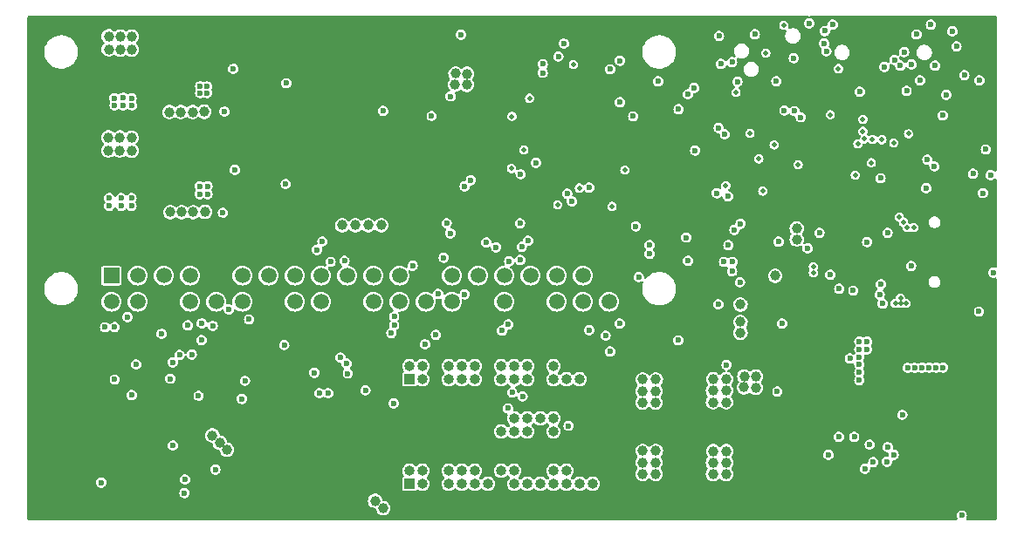
<source format=gbr>
%TF.GenerationSoftware,KiCad,Pcbnew,8.0.3*%
%TF.CreationDate,2024-07-04T12:22:57-04:00*%
%TF.ProjectId,vfd-tool,7666642d-746f-46f6-9c2e-6b696361645f,rev?*%
%TF.SameCoordinates,Original*%
%TF.FileFunction,Copper,L2,Inr*%
%TF.FilePolarity,Positive*%
%FSLAX46Y46*%
G04 Gerber Fmt 4.6, Leading zero omitted, Abs format (unit mm)*
G04 Created by KiCad (PCBNEW 8.0.3) date 2024-07-04 12:22:57*
%MOMM*%
%LPD*%
G01*
G04 APERTURE LIST*
%TA.AperFunction,ComponentPad*%
%ADD10R,1.000000X1.000000*%
%TD*%
%TA.AperFunction,ComponentPad*%
%ADD11O,1.000000X1.000000*%
%TD*%
%TA.AperFunction,ComponentPad*%
%ADD12O,2.100000X1.000000*%
%TD*%
%TA.AperFunction,ComponentPad*%
%ADD13O,1.800000X1.000000*%
%TD*%
%TA.AperFunction,ComponentPad*%
%ADD14R,1.508000X1.508000*%
%TD*%
%TA.AperFunction,ComponentPad*%
%ADD15C,1.508000*%
%TD*%
%TA.AperFunction,ViaPad*%
%ADD16C,0.600000*%
%TD*%
%TA.AperFunction,ViaPad*%
%ADD17C,1.000000*%
%TD*%
%TA.AperFunction,ViaPad*%
%ADD18C,0.500000*%
%TD*%
G04 APERTURE END LIST*
D10*
%TO.N,MISO_INTER*%
%TO.C,J7*%
X179273200Y-109220000D03*
D11*
%TO.N,unconnected-(J7-Pin_2-Pad2)*%
X179273200Y-107950000D03*
%TO.N,MOSI_INTER*%
X180543200Y-109220000D03*
%TO.N,SCLK_INTER*%
X180543200Y-107950000D03*
%TO.N,GND*%
X181813200Y-109220000D03*
X181813200Y-107950000D03*
%TO.N,RPI0_GPIO0*%
X183083200Y-109220000D03*
%TO.N,RPI0_GPIO4*%
X183083200Y-107950000D03*
%TO.N,RPI0_GPIO1*%
X184353200Y-109220000D03*
%TO.N,RPI0_GPIO5*%
X184353200Y-107950000D03*
%TO.N,RPI0_GPIO7*%
X185623200Y-109220000D03*
%TO.N,RPI0_GPIO6*%
X185623200Y-107950000D03*
%TO.N,GND*%
X186893200Y-109220000D03*
X186893200Y-107950000D03*
%TO.N,RPI0_GPIO12*%
X188163200Y-109220000D03*
%TO.N,unconnected-(J7-Pin_16-Pad16)*%
X188163200Y-107950000D03*
%TO.N,RPI0_GPIO13*%
X189433200Y-109220000D03*
%TO.N,RPI0_GPIO15*%
X189433200Y-107950000D03*
%TO.N,RPI0_GPIO14*%
X190703200Y-109220000D03*
%TO.N,RPI0_GPIO17*%
X190703200Y-107950000D03*
%TO.N,GND*%
X191973200Y-109220000D03*
X191973200Y-107950000D03*
%TO.N,RPI0_GPIO18*%
X193243200Y-109220000D03*
%TO.N,RPI0_GPIO21*%
X193243200Y-107950000D03*
%TO.N,RPI0_GPIO19*%
X194513200Y-109220000D03*
%TO.N,GND*%
X194513200Y-107950000D03*
%TO.N,RPI0_GPIO20*%
X195783200Y-109220000D03*
%TO.N,GND*%
X195783200Y-107950000D03*
X197053200Y-109220000D03*
X197053200Y-107950000D03*
%TD*%
D10*
%TO.N,GND*%
%TO.C,J8*%
X184353200Y-114300000D03*
D11*
X184353200Y-113030000D03*
X185623200Y-114300000D03*
X185623200Y-113030000D03*
X186893200Y-114300000D03*
X186893200Y-113030000D03*
%TO.N,RP2040_GPIO11*%
X188163200Y-114300000D03*
%TO.N,GND*%
X188163200Y-113030000D03*
%TO.N,RP2040_GPIO10*%
X189433200Y-114300000D03*
%TO.N,unconnected-(J8-Pin_10-Pad10)*%
X189433200Y-113030000D03*
%TO.N,RP2040_GPIO12*%
X190703200Y-114300000D03*
%TO.N,unconnected-(J8-Pin_12-Pad12)*%
X190703200Y-113030000D03*
%TO.N,GND*%
X191973200Y-114300000D03*
%TO.N,unconnected-(J8-Pin_14-Pad14)*%
X191973200Y-113030000D03*
%TO.N,ONEWIRE_DETECT*%
X193243200Y-114300000D03*
%TO.N,RP2040_GPIO29*%
X193243200Y-113030000D03*
%TD*%
D10*
%TO.N,Net-(D7-A)*%
%TO.C,J6*%
X179273200Y-119380000D03*
D11*
X179273200Y-118110000D03*
X180543200Y-119380000D03*
X180543200Y-118110000D03*
%TO.N,GND*%
X181813200Y-119380000D03*
X181813200Y-118110000D03*
%TO.N,3V3*%
X183083200Y-119380000D03*
%TO.N,VBUS*%
X183083200Y-118110000D03*
%TO.N,3V3*%
X184353200Y-119380000D03*
%TO.N,VBUS*%
X184353200Y-118110000D03*
%TO.N,5V*%
X185623200Y-119380000D03*
%TO.N,VBUS*%
X185623200Y-118110000D03*
%TO.N,5V*%
X186893200Y-119380000D03*
%TO.N,GND*%
X186893200Y-118110000D03*
X188163200Y-119380000D03*
%TO.N,EXTRA_USB4_D+*%
X188163200Y-118110000D03*
%TO.N,VBUS*%
X189433200Y-119380000D03*
%TO.N,EXTRA_USB4_D-*%
X189433200Y-118110000D03*
%TO.N,VBUS*%
X190703200Y-119380000D03*
%TO.N,GND*%
X190703200Y-118110000D03*
%TO.N,VBUS*%
X191973200Y-119380000D03*
%TO.N,GND*%
X191973200Y-118110000D03*
%TO.N,VCONN*%
X193243200Y-119380000D03*
%TO.N,EXTRA_USB3_D+*%
X193243200Y-118110000D03*
%TO.N,VCONN*%
X194513200Y-119380000D03*
%TO.N,EXTRA_USB3_D-*%
X194513200Y-118110000D03*
%TO.N,VCONN*%
X195783200Y-119380000D03*
%TO.N,GND*%
X195783200Y-118110000D03*
%TO.N,VCONN*%
X197053200Y-119380000D03*
%TO.N,GND*%
X197053200Y-118110000D03*
%TD*%
D12*
%TO.N,GND*%
%TO.C,J2*%
X229690400Y-101184500D03*
D13*
X233890400Y-101184500D03*
D12*
X229690400Y-92544500D03*
D13*
X233890400Y-92544500D03*
%TD*%
D14*
%TO.N,Net-(J5-3V3-Pad1)*%
%TO.C,J5*%
X150368000Y-99151400D03*
D15*
%TO.N,Net-(D6-K)*%
X150368000Y-101691400D03*
%TO.N,RTC_SDA*%
X152908000Y-99151400D03*
%TO.N,Net-(D6-K)*%
X152908000Y-101691400D03*
%TO.N,RTC_SCL*%
X155448000Y-99151400D03*
%TO.N,GND*%
X155448000Y-101691400D03*
%TO.N,LAT*%
X157988000Y-99151400D03*
%TO.N,RPI0_GPIO14*%
X157988000Y-101691400D03*
%TO.N,GND*%
X160528000Y-99151400D03*
%TO.N,RPI0_GPIO15*%
X160528000Y-101691400D03*
%TO.N,RPI0_GPIO17*%
X163068000Y-99151400D03*
%TO.N,RPI0_GPIO18*%
X163068000Y-101691400D03*
%TO.N,CLK*%
X165608000Y-99151400D03*
%TO.N,GND*%
X165608000Y-101691400D03*
%TO.N,GSIN*%
X168148000Y-99151400D03*
%TO.N,GSOUT*%
X168148000Y-101691400D03*
%TO.N,Net-(J5-3V3-Pad1)*%
X170688000Y-99151400D03*
%TO.N,GCLK*%
X170688000Y-101691400D03*
%TO.N,MOSI_INTER*%
X173228000Y-99151400D03*
%TO.N,GND*%
X173228000Y-101691400D03*
%TO.N,MISO_INTER*%
X175768000Y-99151400D03*
%TO.N,GLAT*%
X175768000Y-101691400D03*
%TO.N,SCLK_INTER*%
X178308000Y-99151400D03*
%TO.N,RP2040_CE*%
X178308000Y-101691400D03*
%TO.N,GND*%
X180848000Y-99151400D03*
%TO.N,RPI0_GPIO7*%
X180848000Y-101691400D03*
%TO.N,RPI0_GPIO0*%
X183388000Y-99151400D03*
%TO.N,RPI0_GPIO1*%
X183388000Y-101691400D03*
%TO.N,SOUT*%
X185928000Y-99151400D03*
%TO.N,GND*%
X185928000Y-101691400D03*
%TO.N,SIN*%
X188468000Y-99151400D03*
%TO.N,RPI0_GPIO12*%
X188468000Y-101691400D03*
%TO.N,RPI0_GPIO13*%
X191008000Y-99151400D03*
%TO.N,GND*%
X191008000Y-101691400D03*
%TO.N,RPI0_GPIO19*%
X193548000Y-99151400D03*
%TO.N,BLK*%
X193548000Y-101691400D03*
%TO.N,GSBLK*%
X196088000Y-99151400D03*
%TO.N,RPI0_GPIO20*%
X196088000Y-101691400D03*
%TO.N,GND*%
X198628000Y-99151400D03*
%TO.N,RPI0_GPIO21*%
X198628000Y-101691400D03*
%TD*%
D16*
%TO.N,Net-(BT1-+)*%
X149374000Y-119253000D03*
%TO.N,GND*%
X174774000Y-114198400D03*
X203658700Y-86457300D03*
X163054600Y-87731400D03*
X166554600Y-87731400D03*
X176885600Y-85674200D03*
X179146200Y-84632800D03*
D17*
X144170400Y-117144800D03*
D16*
X167104600Y-88181400D03*
X219473100Y-78129149D03*
X197396700Y-84188900D03*
X228431600Y-106095800D03*
X172135800Y-86461600D03*
X159081600Y-79509200D03*
X233451400Y-112953800D03*
X174088200Y-113436400D03*
D18*
X188214000Y-85877400D03*
D16*
X174802800Y-84963000D03*
X217914400Y-117308082D03*
X232968800Y-89255600D03*
X217463900Y-115349082D03*
X168144100Y-79364755D03*
D18*
X188620400Y-84785200D03*
D16*
X218228100Y-83388200D03*
X165231600Y-77959200D03*
D18*
X222707200Y-90855800D03*
D16*
X156581600Y-79259200D03*
X167681600Y-78909200D03*
X226847400Y-118059200D03*
D18*
X208534000Y-83439000D03*
D17*
X146583400Y-119049800D03*
D16*
X159666000Y-88820000D03*
X225000000Y-93595700D03*
X235686600Y-83210400D03*
X170738800Y-86461600D03*
D18*
X215265000Y-90271600D03*
D16*
X159781600Y-79509200D03*
X174091600Y-85648800D03*
X157278400Y-89023200D03*
X165854600Y-87731400D03*
X202984700Y-88151300D03*
X159781600Y-78809200D03*
D17*
X213690200Y-120650000D03*
D16*
X231479600Y-106095800D03*
X221574400Y-92196500D03*
D17*
X172440600Y-90525600D03*
D16*
X212035200Y-76018200D03*
X224622400Y-98038500D03*
X172135800Y-85750400D03*
X231622600Y-86106000D03*
D18*
X188595000Y-86944200D03*
D16*
X233248200Y-116306600D03*
X159081600Y-78809200D03*
X174774000Y-113436400D03*
X174091600Y-84963000D03*
X158853200Y-86991200D03*
X176199800Y-86385400D03*
X176885600Y-86385400D03*
X170738800Y-85750400D03*
X202984700Y-82817300D03*
D18*
X224565001Y-78575000D03*
D16*
X196126700Y-86322500D03*
X195313900Y-93383700D03*
X201003500Y-93384900D03*
X202095700Y-80785300D03*
X167181600Y-78409200D03*
X213664400Y-107058082D03*
X157938800Y-89023200D03*
X155881600Y-79259200D03*
X181660800Y-81559400D03*
X229955600Y-106095800D03*
X158881600Y-75459200D03*
D18*
X232918000Y-83566000D03*
D16*
X235661200Y-78968600D03*
D17*
X146735800Y-120065800D03*
D16*
X199682700Y-79515300D03*
X205155800Y-83997800D03*
X163131600Y-77959200D03*
D17*
X152527000Y-120243600D03*
D16*
X174091600Y-86360000D03*
X166631600Y-77959200D03*
D18*
X224536000Y-83997800D03*
D16*
X226164400Y-106308082D03*
X176199800Y-84988400D03*
D18*
X232892600Y-82499200D03*
D16*
X196126700Y-85306500D03*
D18*
X226415600Y-83997800D03*
D16*
X155957600Y-89023200D03*
X219034400Y-90926500D03*
X220414400Y-109558082D03*
X194958300Y-85306500D03*
X229168200Y-106095800D03*
X158881600Y-76159200D03*
X233299000Y-75412600D03*
X165931600Y-77959200D03*
X174802800Y-86360000D03*
X158853200Y-85365600D03*
X171424600Y-85750400D03*
X167331600Y-81559200D03*
X159666000Y-89531200D03*
D18*
X225171000Y-83997800D03*
D16*
X175488600Y-86385400D03*
X171424600Y-86461600D03*
X196126700Y-84188900D03*
X163831600Y-77959200D03*
X164531600Y-77959200D03*
X159005600Y-89531200D03*
X196138800Y-78588600D03*
X215859400Y-99435500D03*
X165154600Y-87731400D03*
X197447500Y-85306500D03*
D18*
X208500000Y-80250000D03*
D16*
X176199800Y-85674200D03*
X225679000Y-90754200D03*
X175459800Y-113436400D03*
X227695000Y-106095800D03*
X156618000Y-89023200D03*
X175459800Y-114198400D03*
X235254800Y-84658200D03*
X175488600Y-85674200D03*
X164454600Y-87731400D03*
X181635400Y-74599800D03*
D18*
X208409100Y-81777700D03*
D16*
X167286000Y-91360000D03*
X220558400Y-92196500D03*
X158881600Y-76859200D03*
X177596800Y-85674200D03*
X220283400Y-97001500D03*
X168067100Y-89136955D03*
X167604600Y-88681400D03*
X197396700Y-86322500D03*
D18*
X178917600Y-92500000D03*
D16*
X224866200Y-118110000D03*
X159005600Y-88820000D03*
X163754600Y-87731400D03*
X174088200Y-114198400D03*
X201460700Y-89929300D03*
X157981600Y-79259200D03*
X158881600Y-77559200D03*
X176885600Y-84988400D03*
D18*
X225780600Y-83997800D03*
D16*
X197599900Y-93434500D03*
X226100000Y-74790100D03*
X194907500Y-84188900D03*
X177596800Y-84988400D03*
X217510400Y-91942500D03*
X224510600Y-92049600D03*
X158853200Y-86026000D03*
X174802800Y-85648800D03*
X178993800Y-82600800D03*
X222051900Y-116558082D03*
X157281600Y-79259200D03*
X215097400Y-98165500D03*
X175488600Y-84988400D03*
X177596800Y-86385400D03*
X194907500Y-86322500D03*
X158853200Y-87651600D03*
D17*
X158699200Y-115138200D03*
X172593000Y-92633800D03*
D16*
X204598200Y-80277300D03*
X230717600Y-106095800D03*
X204254700Y-91479900D03*
%TO.N,3V3*%
X156337000Y-115646200D03*
X210163487Y-91440141D03*
D17*
X152349200Y-75920600D03*
D18*
X193659587Y-92266554D03*
X215595200Y-74828400D03*
D17*
X151231600Y-75920600D03*
D16*
X195028730Y-91934612D03*
D18*
X195757800Y-90644048D03*
X189212600Y-83680900D03*
X222529400Y-89382600D03*
X218465400Y-98856800D03*
D16*
X227076000Y-112674400D03*
X219914400Y-116558082D03*
D18*
X220878400Y-79044800D03*
D17*
X152349200Y-77190600D03*
D18*
X210947000Y-81356200D03*
X190373000Y-86944200D03*
D16*
X160451800Y-117983000D03*
D17*
X150114000Y-75895200D03*
D16*
X220319600Y-74768000D03*
D18*
X198922319Y-92412261D03*
D16*
X224967800Y-89687400D03*
X199682700Y-82309300D03*
D18*
X220091000Y-83515200D03*
D16*
X226319813Y-78188748D03*
D18*
X195185370Y-78650170D03*
X189179200Y-88747600D03*
D16*
X225602800Y-117224300D03*
D18*
X218465400Y-98272600D03*
D17*
X151231600Y-77190600D03*
D16*
X230994509Y-83593842D03*
D18*
X190931800Y-81915000D03*
D17*
X150114000Y-77165200D03*
D18*
X200177400Y-88900000D03*
D17*
%TO.N,VSYS*%
X156006800Y-83261200D03*
X183718200Y-80594200D03*
X184835800Y-80619600D03*
X211759800Y-108940600D03*
X157200600Y-92989400D03*
D16*
X167331600Y-80459200D03*
D17*
X212852000Y-110032800D03*
X159385000Y-83235800D03*
X156083000Y-92989400D03*
D16*
X161190000Y-93036400D03*
D17*
X211734400Y-110007400D03*
X157124400Y-83261200D03*
X159461200Y-92964000D03*
D16*
X167286000Y-90242400D03*
D17*
X212877400Y-108966000D03*
X158242000Y-83261200D03*
X183743600Y-79527400D03*
D16*
X161331600Y-83209200D03*
D17*
X158318200Y-92989400D03*
D16*
X221991400Y-107203082D03*
D17*
X184861200Y-79552800D03*
%TO.N,5V*%
X160174793Y-114675207D03*
D16*
X235178600Y-86893400D03*
D17*
X175945800Y-121031000D03*
X151206200Y-86995000D03*
X152323800Y-87020400D03*
X152323800Y-85750400D03*
D16*
X234543600Y-80187800D03*
D17*
X161574793Y-116075207D03*
X176733200Y-121742200D03*
X150088600Y-85725000D03*
D16*
X232841800Y-122453400D03*
D17*
X151206200Y-85725000D03*
X150088600Y-86995000D03*
X160887293Y-115387707D03*
D16*
%TO.N,B+*%
X231038400Y-108077000D03*
X222914400Y-109308082D03*
X222914400Y-105558082D03*
X222914400Y-107808082D03*
X222914400Y-108558082D03*
X228295200Y-108102400D03*
X222914400Y-107058082D03*
X227609400Y-108102400D03*
X228981000Y-108077000D03*
X223664400Y-106308082D03*
X223664400Y-105558082D03*
X230352600Y-108077000D03*
X222914400Y-106308082D03*
X229666800Y-108077000D03*
D17*
%TO.N,VCONN*%
X216839800Y-94564200D03*
X211378800Y-101955600D03*
X211378800Y-103657400D03*
X216839800Y-95631000D03*
X214742005Y-99170233D03*
X211378800Y-104698800D03*
D16*
%TO.N,CC1*%
X227924400Y-98214500D03*
X225638400Y-94990500D03*
%TO.N,CC2*%
X223672400Y-95885000D03*
X219034400Y-94990500D03*
D17*
%TO.N,EXT_PWR*%
X201904600Y-116179600D03*
X203149200Y-111480600D03*
X203149200Y-117297200D03*
X201904600Y-109245400D03*
X176530000Y-94259400D03*
X203174600Y-116179600D03*
X201879200Y-111480600D03*
X175260000Y-94259400D03*
X174015400Y-94259400D03*
X201879200Y-117297200D03*
X203149200Y-118414800D03*
X201879200Y-110363000D03*
X203149200Y-110363000D03*
X172745400Y-94259400D03*
X201879200Y-118414800D03*
X203174600Y-109245400D03*
D16*
%TO.N,Net-(U10-COMP)*%
X181432200Y-83642200D03*
X176722000Y-83148400D03*
%TO.N,RGB_DIN*%
X233095800Y-79679800D03*
X226885500Y-78754435D03*
%TO.N,LED*%
X231927400Y-75412600D03*
X228447600Y-75717400D03*
D18*
%TO.N,VBUS*%
X227543400Y-94482500D03*
X227416400Y-101848500D03*
D16*
X210567765Y-98731565D03*
D17*
X209981800Y-117322600D03*
D16*
X210032600Y-107823000D03*
D18*
X226781400Y-93466500D03*
D17*
X208737200Y-116205000D03*
X210007200Y-116205000D03*
D16*
X201507600Y-99288600D03*
D18*
X227196711Y-93962467D03*
D17*
X208711800Y-117322600D03*
D18*
X228178400Y-94482500D03*
X226908400Y-101848500D03*
D17*
X209981800Y-118440200D03*
D16*
X217900400Y-96494500D03*
D18*
X226908400Y-101340500D03*
D16*
X206298800Y-97713800D03*
D18*
X226400400Y-101848500D03*
D17*
X208711800Y-118440200D03*
D16*
X209245200Y-101930200D03*
X211328000Y-99796600D03*
%TO.N,Net-(D14-A)*%
X184277000Y-75742800D03*
X183261000Y-81737200D03*
D18*
%TO.N,uSD_CMD*%
X226263200Y-86258400D03*
%TO.N,uSD_CLK*%
X224067600Y-88174400D03*
%TO.N,uSD_DAT3*%
X225100000Y-85950000D03*
%TO.N,uSD_DAT1*%
X223400000Y-85875000D03*
%TO.N,uSD_DAT2*%
X224190651Y-85910566D03*
%TO.N,uSD_DAT0*%
X222770700Y-86347300D03*
D16*
%TO.N,SWD_RP2040*%
X229844600Y-74777600D03*
X216560400Y-78028800D03*
%TO.N,SWCLK_RP2040*%
X231343200Y-81584800D03*
D18*
X213835633Y-77527977D03*
D16*
%TO.N,EXTRA_USB3_D+*%
X202565000Y-97021200D03*
X190174079Y-96351047D03*
X194259200Y-76606400D03*
X209785400Y-97815400D03*
X193716178Y-77866622D03*
%TO.N,EXTRA_USB4_D-*%
X188269079Y-104491321D03*
X186740800Y-95935800D03*
X190020929Y-97637600D03*
X173188675Y-107701367D03*
X177795404Y-103976204D03*
X184636879Y-90470521D03*
X192201739Y-78597543D03*
X171392400Y-110566200D03*
%TO.N,EXTRA_USB4_D+*%
X187680600Y-96389700D03*
X177795404Y-103126204D03*
X172587633Y-107100325D03*
X192201739Y-79447543D03*
X188870121Y-103890279D03*
X170542400Y-110566200D03*
X188950600Y-97739200D03*
X185237921Y-89869479D03*
%TO.N,SCLK_INTER*%
X182880000Y-94056200D03*
X225339168Y-78876632D03*
%TO.N,RPI0_GPIO20*%
X199669400Y-103809800D03*
X198297800Y-104978200D03*
%TO.N,RP2040_CE*%
X179587026Y-98180026D03*
X183252226Y-95038026D03*
D18*
X227685600Y-85369400D03*
D16*
%TO.N,RTC_SDA*%
X157462400Y-120269000D03*
%TO.N,MOSI_INTER*%
X210566000Y-78409800D03*
X227493909Y-81198458D03*
%TO.N,RPI0_GPIO17*%
X184632600Y-100965000D03*
X172974000Y-97713800D03*
X181838600Y-104902000D03*
%TO.N,GSIN*%
X152349200Y-110759800D03*
%TO.N,RPI0_GPIO18*%
X163017200Y-111125000D03*
X190246000Y-110893100D03*
X158826200Y-110820200D03*
X188824485Y-112040830D03*
X156311600Y-107569000D03*
X156083000Y-109169200D03*
%TO.N,RPI0_GPIO0*%
X175006000Y-110286800D03*
X182067200Y-100939600D03*
%TO.N,MISO_INTER*%
X227968674Y-78634726D03*
X209499200Y-78587600D03*
%TO.N,RPI0_GPIO19*%
X198729600Y-106527600D03*
%TO.N,SOUT*%
X149758400Y-104165400D03*
%TO.N,RPI0_GPIO7*%
X177749200Y-111556800D03*
%TO.N,GSOUT*%
X155244800Y-104800400D03*
X150698200Y-104140000D03*
%TO.N,RPI0_GPIO14*%
X170053000Y-108585000D03*
X157784800Y-103987600D03*
X156972000Y-106857800D03*
X189230000Y-110490000D03*
X163322000Y-109372400D03*
%TO.N,BLK*%
X170840400Y-95834200D03*
X163728400Y-103403400D03*
X151942800Y-103174800D03*
%TO.N,GSBLK*%
X171627800Y-97815400D03*
X159105600Y-105410000D03*
X150698200Y-109245400D03*
X152755600Y-107772200D03*
X161772600Y-102438200D03*
X170307000Y-96647000D03*
X182600600Y-97409000D03*
X160197800Y-104038400D03*
%TO.N,RTC_SCL*%
X157513200Y-118948200D03*
%TO.N,RPI0_GPIO15*%
X158165800Y-106807000D03*
X159131000Y-103784400D03*
X167132000Y-105892600D03*
X180797200Y-105816400D03*
X177519523Y-104727132D03*
X173304200Y-108661200D03*
%TO.N,RPI0_GPIO21*%
X196697600Y-104444800D03*
%TO.N,UP_D-*%
X224881506Y-100981613D03*
X210798879Y-94712321D03*
%TO.N,UP_D+*%
X211399921Y-94111279D03*
X224997400Y-99999800D03*
%TO.N,RP2040_GPIO11*%
X194716400Y-113741200D03*
X219583000Y-75377600D03*
X191541400Y-88188800D03*
X232333800Y-76885800D03*
X218046615Y-74640318D03*
%TO.N,ONEWIRE_DETECT*%
X205333600Y-105435400D03*
%TO.N,RP2040_GPIO12*%
X201244200Y-94361000D03*
X233934000Y-89255600D03*
%TO.N,RP2040_GPIO10*%
X235661200Y-89382600D03*
X235915200Y-98856800D03*
%TO.N,RP2040_GPIO29*%
X211079526Y-80312977D03*
X209087727Y-91140273D03*
X205383151Y-82982886D03*
X222945575Y-81284318D03*
X214858600Y-80264000D03*
%TO.N,RP2040_D+*%
X199699079Y-78278521D03*
X217236121Y-83764819D03*
X209875921Y-85415921D03*
X206296006Y-81522648D03*
%TO.N,RP2040_D-*%
X198740765Y-79106765D03*
X216635079Y-83163777D03*
X206897048Y-80921606D03*
X209274879Y-84814879D03*
D18*
%TO.N,QSPI_SS*%
X209956400Y-90398600D03*
X213541475Y-90935675D03*
D16*
%TO.N,CHRG_CTRL_1*%
X226237800Y-116560600D03*
X222414400Y-114808082D03*
%TO.N,CHRG_CTRL_2*%
X220914400Y-114808082D03*
X224256600Y-117271800D03*
%TO.N,BATT_SDA*%
X229514400Y-87884000D03*
X223914400Y-115558082D03*
%TO.N,BATT_SCL*%
X230200200Y-88544400D03*
X225664400Y-115808082D03*
%TO.N,HUB_SDA*%
X206984600Y-86995000D03*
X194577664Y-91181548D03*
X219506800Y-76591550D03*
X230250000Y-78750000D03*
%TO.N,HUB_SCL*%
X196714199Y-90585650D03*
X215639817Y-83120200D03*
X219710505Y-77365183D03*
X227250621Y-77422500D03*
%TO.N,PD_SDA*%
X234899200Y-91135200D03*
X234518200Y-102641400D03*
%TO.N,PD_SCL*%
X229387400Y-90652600D03*
X220954600Y-100431600D03*
X222326200Y-100609400D03*
X225171000Y-101876100D03*
%TO.N,PD_INT*%
X215083900Y-95859600D03*
X220091000Y-99060000D03*
%TO.N,BATT_INT*%
X190068200Y-89306400D03*
X215425000Y-103800000D03*
X206121000Y-95453200D03*
X189992000Y-94059500D03*
X214960200Y-110413800D03*
X210208626Y-96200237D03*
X209296000Y-75869800D03*
X228799900Y-80184500D03*
X212772530Y-75707799D03*
X223443800Y-117908082D03*
D18*
%TO.N,QSPI__SD1*%
X213156800Y-87807800D03*
X216966800Y-88366600D03*
%TO.N,QSPI_SD3*%
X223248001Y-83962954D03*
X212300000Y-85325000D03*
%TO.N,QSPI_SCLK*%
X214650000Y-86450000D03*
X223247999Y-85131104D03*
D16*
%TO.N,Net-(U7-SW)*%
X158981600Y-80759200D03*
X150681600Y-82609200D03*
X152381600Y-82609200D03*
X159631600Y-80759200D03*
X159631600Y-81409200D03*
X151531600Y-82609200D03*
X162181600Y-79059200D03*
X150673600Y-81908200D03*
X158981600Y-81409200D03*
X151531600Y-81859200D03*
X152324600Y-81908200D03*
%TO.N,Net-(U8-SW)*%
X159691400Y-90471000D03*
X150166400Y-92376000D03*
X152325400Y-92376000D03*
X150166400Y-91614000D03*
X151309400Y-92376000D03*
X152325400Y-91614000D03*
X158929400Y-90471000D03*
X159691400Y-91233000D03*
X162358400Y-88870800D03*
X158929400Y-91233000D03*
X151309400Y-91614000D03*
D17*
%TO.N,Net-(D7-A)*%
X209981800Y-110337600D03*
X209981800Y-111455200D03*
X208737200Y-109220000D03*
X210007200Y-109220000D03*
X208711800Y-110337600D03*
X208711800Y-111455200D03*
D16*
%TO.N,Net-(U2-RBIAS)*%
X200984450Y-83674550D03*
X203403200Y-80277300D03*
%TO.N,EXTRA_USB3_D-*%
X190775121Y-95750005D03*
X202565000Y-96171200D03*
X210635400Y-97815400D03*
%TD*%
%TA.AperFunction,Conductor*%
%TO.N,GND*%
G36*
X217973861Y-73926185D02*
G01*
X218019616Y-73978989D01*
X218029560Y-74048147D01*
X218000535Y-74111703D01*
X217941757Y-74149477D01*
X217941756Y-74149477D01*
X217836564Y-74180363D01*
X217715488Y-74258174D01*
X217621238Y-74366944D01*
X217621237Y-74366946D01*
X217561449Y-74497861D01*
X217540968Y-74640318D01*
X217561449Y-74782774D01*
X217619761Y-74910456D01*
X217621238Y-74913691D01*
X217715487Y-75022461D01*
X217836562Y-75100271D01*
X217836565Y-75100272D01*
X217836564Y-75100272D01*
X217943722Y-75131735D01*
X217969235Y-75139227D01*
X217974651Y-75140817D01*
X217974653Y-75140818D01*
X217974654Y-75140818D01*
X218118577Y-75140818D01*
X218118577Y-75140817D01*
X218243195Y-75104227D01*
X218256665Y-75100272D01*
X218256665Y-75100271D01*
X218256668Y-75100271D01*
X218377743Y-75022461D01*
X218471992Y-74913691D01*
X218531780Y-74782775D01*
X218552262Y-74640318D01*
X218531780Y-74497861D01*
X218471992Y-74366945D01*
X218377743Y-74258175D01*
X218256668Y-74180365D01*
X218256666Y-74180364D01*
X218256664Y-74180363D01*
X218256665Y-74180363D01*
X218151474Y-74149477D01*
X218092695Y-74111703D01*
X218063670Y-74048148D01*
X218073613Y-73978989D01*
X218119368Y-73926185D01*
X218186407Y-73906500D01*
X236107500Y-73906500D01*
X236174539Y-73926185D01*
X236220294Y-73978989D01*
X236231500Y-74030500D01*
X236231500Y-88944019D01*
X236211815Y-89011058D01*
X236159011Y-89056813D01*
X236089853Y-89066757D01*
X236026297Y-89037732D01*
X236013788Y-89025223D01*
X235992327Y-89000456D01*
X235942748Y-88968594D01*
X235871253Y-88922647D01*
X235871251Y-88922646D01*
X235871249Y-88922645D01*
X235871250Y-88922645D01*
X235733163Y-88882100D01*
X235733161Y-88882100D01*
X235589239Y-88882100D01*
X235589236Y-88882100D01*
X235451149Y-88922645D01*
X235330073Y-89000456D01*
X235235823Y-89109226D01*
X235235822Y-89109228D01*
X235176034Y-89240143D01*
X235155553Y-89382600D01*
X235176034Y-89525056D01*
X235235822Y-89655971D01*
X235235823Y-89655973D01*
X235330072Y-89764743D01*
X235451147Y-89842553D01*
X235451150Y-89842554D01*
X235451149Y-89842554D01*
X235589236Y-89883099D01*
X235589238Y-89883100D01*
X235589239Y-89883100D01*
X235733162Y-89883100D01*
X235733162Y-89883099D01*
X235871253Y-89842553D01*
X235992328Y-89764743D01*
X236009667Y-89744732D01*
X236013787Y-89739978D01*
X236072565Y-89702203D01*
X236142434Y-89702203D01*
X236201213Y-89739977D01*
X236230238Y-89803533D01*
X236231500Y-89821180D01*
X236231500Y-98262399D01*
X236211815Y-98329438D01*
X236159011Y-98375193D01*
X236089853Y-98385137D01*
X236072566Y-98381376D01*
X235987163Y-98356300D01*
X235987161Y-98356300D01*
X235843239Y-98356300D01*
X235843236Y-98356300D01*
X235705149Y-98396845D01*
X235584073Y-98474656D01*
X235489823Y-98583426D01*
X235489822Y-98583428D01*
X235430034Y-98714343D01*
X235409553Y-98856800D01*
X235430034Y-98999256D01*
X235489822Y-99130171D01*
X235489823Y-99130173D01*
X235584072Y-99238943D01*
X235705147Y-99316753D01*
X235705150Y-99316754D01*
X235705149Y-99316754D01*
X235843236Y-99357299D01*
X235843238Y-99357300D01*
X235843239Y-99357300D01*
X235987161Y-99357300D01*
X236072566Y-99332223D01*
X236142434Y-99332223D01*
X236201213Y-99369997D01*
X236230238Y-99433553D01*
X236231500Y-99451200D01*
X236231500Y-122781500D01*
X236211815Y-122848539D01*
X236159011Y-122894294D01*
X236107500Y-122905500D01*
X233378503Y-122905500D01*
X233311464Y-122885815D01*
X233265709Y-122833011D01*
X233255765Y-122763853D01*
X233265709Y-122729988D01*
X233326965Y-122595856D01*
X233347447Y-122453400D01*
X233326965Y-122310943D01*
X233267177Y-122180027D01*
X233172928Y-122071257D01*
X233051853Y-121993447D01*
X233051851Y-121993446D01*
X233051849Y-121993445D01*
X233051850Y-121993445D01*
X232913763Y-121952900D01*
X232913761Y-121952900D01*
X232769839Y-121952900D01*
X232769836Y-121952900D01*
X232631749Y-121993445D01*
X232510673Y-122071256D01*
X232416423Y-122180026D01*
X232416422Y-122180028D01*
X232356634Y-122310943D01*
X232336153Y-122453400D01*
X232356634Y-122595856D01*
X232417891Y-122729988D01*
X232427835Y-122799147D01*
X232398810Y-122862703D01*
X232340032Y-122900477D01*
X232305097Y-122905500D01*
X142356500Y-122905500D01*
X142289461Y-122885815D01*
X142243706Y-122833011D01*
X142232500Y-122781500D01*
X142232500Y-121031000D01*
X175240155Y-121031000D01*
X175260659Y-121199869D01*
X175260660Y-121199874D01*
X175320982Y-121358931D01*
X175383275Y-121449177D01*
X175417617Y-121498929D01*
X175501599Y-121573330D01*
X175544950Y-121611736D01*
X175695573Y-121690789D01*
X175695575Y-121690790D01*
X175860744Y-121731500D01*
X175916401Y-121731500D01*
X175983440Y-121751185D01*
X176029195Y-121803989D01*
X176039497Y-121840553D01*
X176048059Y-121911068D01*
X176048060Y-121911074D01*
X176108382Y-122070131D01*
X176170675Y-122160377D01*
X176205017Y-122210129D01*
X176310705Y-122303760D01*
X176332350Y-122322936D01*
X176482973Y-122401989D01*
X176482975Y-122401990D01*
X176648144Y-122442700D01*
X176818256Y-122442700D01*
X176983425Y-122401990D01*
X177062892Y-122360281D01*
X177134049Y-122322936D01*
X177134050Y-122322934D01*
X177134052Y-122322934D01*
X177261383Y-122210129D01*
X177358018Y-122070130D01*
X177418340Y-121911072D01*
X177438845Y-121742200D01*
X177418340Y-121573328D01*
X177358018Y-121414270D01*
X177261383Y-121274271D01*
X177134052Y-121161466D01*
X177134049Y-121161463D01*
X176983426Y-121082410D01*
X176818256Y-121041700D01*
X176762599Y-121041700D01*
X176695560Y-121022015D01*
X176649805Y-120969211D01*
X176639503Y-120932647D01*
X176630940Y-120862131D01*
X176630939Y-120862125D01*
X176570617Y-120703068D01*
X176534775Y-120651143D01*
X176473983Y-120563071D01*
X176346652Y-120450266D01*
X176346649Y-120450263D01*
X176196026Y-120371210D01*
X176030856Y-120330500D01*
X175860744Y-120330500D01*
X175695573Y-120371210D01*
X175544950Y-120450263D01*
X175417616Y-120563072D01*
X175320982Y-120703068D01*
X175260660Y-120862125D01*
X175260659Y-120862130D01*
X175240155Y-121031000D01*
X142232500Y-121031000D01*
X142232500Y-120269000D01*
X156956753Y-120269000D01*
X156977234Y-120411456D01*
X157037022Y-120542371D01*
X157037023Y-120542373D01*
X157131272Y-120651143D01*
X157252347Y-120728953D01*
X157252350Y-120728954D01*
X157252349Y-120728954D01*
X157390436Y-120769499D01*
X157390438Y-120769500D01*
X157390439Y-120769500D01*
X157534362Y-120769500D01*
X157534362Y-120769499D01*
X157672453Y-120728953D01*
X157793528Y-120651143D01*
X157887777Y-120542373D01*
X157947565Y-120411457D01*
X157968047Y-120269000D01*
X157947565Y-120126543D01*
X157887777Y-119995627D01*
X157793528Y-119886857D01*
X157672453Y-119809047D01*
X157672451Y-119809046D01*
X157672449Y-119809045D01*
X157672450Y-119809045D01*
X157534363Y-119768500D01*
X157534361Y-119768500D01*
X157390439Y-119768500D01*
X157390436Y-119768500D01*
X157252349Y-119809045D01*
X157131273Y-119886856D01*
X157037023Y-119995626D01*
X157037022Y-119995628D01*
X156977234Y-120126543D01*
X156956753Y-120269000D01*
X142232500Y-120269000D01*
X142232500Y-119253000D01*
X148868353Y-119253000D01*
X148888834Y-119395456D01*
X148948622Y-119526371D01*
X148948623Y-119526373D01*
X149042872Y-119635143D01*
X149163947Y-119712953D01*
X149163950Y-119712954D01*
X149163949Y-119712954D01*
X149302036Y-119753499D01*
X149302038Y-119753500D01*
X149302039Y-119753500D01*
X149445962Y-119753500D01*
X149445962Y-119753499D01*
X149584053Y-119712953D01*
X149705128Y-119635143D01*
X149799377Y-119526373D01*
X149859165Y-119395457D01*
X149879647Y-119253000D01*
X149859165Y-119110543D01*
X149799377Y-118979627D01*
X149772146Y-118948200D01*
X157007553Y-118948200D01*
X157028034Y-119090656D01*
X157083053Y-119211128D01*
X157087823Y-119221573D01*
X157182072Y-119330343D01*
X157303147Y-119408153D01*
X157303150Y-119408154D01*
X157303149Y-119408154D01*
X157441236Y-119448699D01*
X157441238Y-119448700D01*
X157441239Y-119448700D01*
X157585162Y-119448700D01*
X157585162Y-119448699D01*
X157723253Y-119408153D01*
X157844328Y-119330343D01*
X157938577Y-119221573D01*
X157998365Y-119090657D01*
X158018847Y-118948200D01*
X157998365Y-118805743D01*
X157938577Y-118674827D01*
X157844328Y-118566057D01*
X157723253Y-118488247D01*
X157723251Y-118488246D01*
X157723249Y-118488245D01*
X157723250Y-118488245D01*
X157585163Y-118447700D01*
X157585161Y-118447700D01*
X157441239Y-118447700D01*
X157441236Y-118447700D01*
X157303149Y-118488245D01*
X157182073Y-118566056D01*
X157087823Y-118674826D01*
X157087822Y-118674828D01*
X157028034Y-118805743D01*
X157007553Y-118948200D01*
X149772146Y-118948200D01*
X149705128Y-118870857D01*
X149584053Y-118793047D01*
X149584051Y-118793046D01*
X149584049Y-118793045D01*
X149584050Y-118793045D01*
X149445963Y-118752500D01*
X149445961Y-118752500D01*
X149302039Y-118752500D01*
X149302036Y-118752500D01*
X149163949Y-118793045D01*
X149042873Y-118870856D01*
X148948623Y-118979626D01*
X148948622Y-118979628D01*
X148888834Y-119110543D01*
X148868353Y-119253000D01*
X142232500Y-119253000D01*
X142232500Y-117983000D01*
X159946153Y-117983000D01*
X159966634Y-118125456D01*
X160021653Y-118245928D01*
X160026423Y-118256373D01*
X160120672Y-118365143D01*
X160241747Y-118442953D01*
X160241750Y-118442954D01*
X160241749Y-118442954D01*
X160379836Y-118483499D01*
X160379838Y-118483500D01*
X160379839Y-118483500D01*
X160523762Y-118483500D01*
X160523762Y-118483499D01*
X160661853Y-118442953D01*
X160782928Y-118365143D01*
X160877177Y-118256373D01*
X160936965Y-118125457D01*
X160939187Y-118110000D01*
X178567555Y-118110000D01*
X178588059Y-118278869D01*
X178588060Y-118278874D01*
X178639610Y-118414800D01*
X178648382Y-118437930D01*
X178711183Y-118528913D01*
X178733066Y-118595266D01*
X178715601Y-118662918D01*
X178678026Y-118702453D01*
X178628647Y-118735447D01*
X178584332Y-118801769D01*
X178584331Y-118801770D01*
X178572700Y-118860247D01*
X178572700Y-119899752D01*
X178584331Y-119958229D01*
X178584332Y-119958230D01*
X178628647Y-120024552D01*
X178694969Y-120068867D01*
X178694970Y-120068868D01*
X178753447Y-120080499D01*
X178753450Y-120080500D01*
X178753452Y-120080500D01*
X179792950Y-120080500D01*
X179792951Y-120080499D01*
X179807768Y-120077552D01*
X179851429Y-120068868D01*
X179851429Y-120068867D01*
X179851431Y-120068867D01*
X179917752Y-120024552D01*
X179949099Y-119977638D01*
X180002708Y-119932836D01*
X180072033Y-119924127D01*
X180134425Y-119953715D01*
X180142348Y-119960734D01*
X180292975Y-120039790D01*
X180458144Y-120080500D01*
X180628256Y-120080500D01*
X180793425Y-120039790D01*
X180911839Y-119977641D01*
X180944049Y-119960736D01*
X180944050Y-119960734D01*
X180944052Y-119960734D01*
X181071383Y-119847929D01*
X181168018Y-119707930D01*
X181228340Y-119548872D01*
X181248845Y-119380000D01*
X181228340Y-119211128D01*
X181168018Y-119052070D01*
X181071383Y-118912071D01*
X180987563Y-118837813D01*
X180950438Y-118778626D01*
X180951206Y-118708761D01*
X180987563Y-118652186D01*
X181071383Y-118577929D01*
X181168018Y-118437930D01*
X181228340Y-118278872D01*
X181248845Y-118110000D01*
X182377555Y-118110000D01*
X182398059Y-118278869D01*
X182398060Y-118278874D01*
X182458382Y-118437931D01*
X182514598Y-118519372D01*
X182546822Y-118566057D01*
X182555018Y-118577930D01*
X182638834Y-118652185D01*
X182675961Y-118711374D01*
X182675193Y-118781240D01*
X182638834Y-118837815D01*
X182555018Y-118912069D01*
X182458382Y-119052068D01*
X182398060Y-119211125D01*
X182398059Y-119211130D01*
X182377555Y-119380000D01*
X182398059Y-119548869D01*
X182398060Y-119548874D01*
X182458382Y-119707931D01*
X182489836Y-119753499D01*
X182555017Y-119847929D01*
X182641027Y-119924127D01*
X182682350Y-119960736D01*
X182832973Y-120039789D01*
X182832975Y-120039790D01*
X182998144Y-120080500D01*
X183168256Y-120080500D01*
X183333425Y-120039790D01*
X183451839Y-119977641D01*
X183484049Y-119960736D01*
X183484050Y-119960734D01*
X183484052Y-119960734D01*
X183611383Y-119847929D01*
X183616150Y-119841021D01*
X183670430Y-119797033D01*
X183739878Y-119789372D01*
X183802444Y-119820473D01*
X183820246Y-119841017D01*
X183825017Y-119847929D01*
X183911027Y-119924127D01*
X183952350Y-119960736D01*
X184102973Y-120039789D01*
X184102975Y-120039790D01*
X184268144Y-120080500D01*
X184438256Y-120080500D01*
X184603425Y-120039790D01*
X184721839Y-119977641D01*
X184754049Y-119960736D01*
X184754050Y-119960734D01*
X184754052Y-119960734D01*
X184881383Y-119847929D01*
X184886150Y-119841021D01*
X184940430Y-119797033D01*
X185009878Y-119789372D01*
X185072444Y-119820473D01*
X185090246Y-119841017D01*
X185095017Y-119847929D01*
X185181027Y-119924127D01*
X185222350Y-119960736D01*
X185372973Y-120039789D01*
X185372975Y-120039790D01*
X185538144Y-120080500D01*
X185708256Y-120080500D01*
X185873425Y-120039790D01*
X185991839Y-119977641D01*
X186024049Y-119960736D01*
X186024050Y-119960734D01*
X186024052Y-119960734D01*
X186151383Y-119847929D01*
X186156150Y-119841021D01*
X186210430Y-119797033D01*
X186279878Y-119789372D01*
X186342444Y-119820473D01*
X186360246Y-119841017D01*
X186365017Y-119847929D01*
X186451027Y-119924127D01*
X186492350Y-119960736D01*
X186642973Y-120039789D01*
X186642975Y-120039790D01*
X186808144Y-120080500D01*
X186978256Y-120080500D01*
X187143425Y-120039790D01*
X187261839Y-119977641D01*
X187294049Y-119960736D01*
X187294050Y-119960734D01*
X187294052Y-119960734D01*
X187421383Y-119847929D01*
X187518018Y-119707930D01*
X187578340Y-119548872D01*
X187598845Y-119380000D01*
X187578340Y-119211128D01*
X187518018Y-119052070D01*
X187421383Y-118912071D01*
X187301363Y-118805743D01*
X187294049Y-118799263D01*
X187143426Y-118720210D01*
X186978256Y-118679500D01*
X186808144Y-118679500D01*
X186642973Y-118720210D01*
X186492350Y-118799263D01*
X186365015Y-118912072D01*
X186360249Y-118918978D01*
X186305966Y-118962968D01*
X186236517Y-118970627D01*
X186173953Y-118939523D01*
X186156151Y-118918978D01*
X186151384Y-118912072D01*
X186139139Y-118901224D01*
X186067563Y-118837813D01*
X186030438Y-118778626D01*
X186031206Y-118708761D01*
X186067563Y-118652186D01*
X186151383Y-118577929D01*
X186248018Y-118437930D01*
X186308340Y-118278872D01*
X186328845Y-118110000D01*
X187457555Y-118110000D01*
X187478059Y-118278869D01*
X187478060Y-118278874D01*
X187538382Y-118437931D01*
X187594598Y-118519372D01*
X187635017Y-118577929D01*
X187670173Y-118609074D01*
X187762350Y-118690736D01*
X187880032Y-118752500D01*
X187912975Y-118769790D01*
X188078144Y-118810500D01*
X188248256Y-118810500D01*
X188413425Y-118769790D01*
X188516139Y-118715881D01*
X188564049Y-118690736D01*
X188564050Y-118690734D01*
X188564052Y-118690734D01*
X188691383Y-118577929D01*
X188696150Y-118571021D01*
X188750430Y-118527033D01*
X188819878Y-118519372D01*
X188882444Y-118550473D01*
X188900246Y-118571017D01*
X188905017Y-118577929D01*
X188905019Y-118577931D01*
X188905020Y-118577932D01*
X188988834Y-118652185D01*
X189025961Y-118711374D01*
X189025193Y-118781240D01*
X188988834Y-118837815D01*
X188905018Y-118912069D01*
X188808382Y-119052068D01*
X188748060Y-119211125D01*
X188748059Y-119211130D01*
X188727555Y-119380000D01*
X188748059Y-119548869D01*
X188748060Y-119548874D01*
X188808382Y-119707931D01*
X188839836Y-119753499D01*
X188905017Y-119847929D01*
X188991027Y-119924127D01*
X189032350Y-119960736D01*
X189182973Y-120039789D01*
X189182975Y-120039790D01*
X189348144Y-120080500D01*
X189518256Y-120080500D01*
X189683425Y-120039790D01*
X189801839Y-119977641D01*
X189834049Y-119960736D01*
X189834050Y-119960734D01*
X189834052Y-119960734D01*
X189961383Y-119847929D01*
X189966150Y-119841021D01*
X190020430Y-119797033D01*
X190089878Y-119789372D01*
X190152444Y-119820473D01*
X190170246Y-119841017D01*
X190175017Y-119847929D01*
X190261027Y-119924127D01*
X190302350Y-119960736D01*
X190452973Y-120039789D01*
X190452975Y-120039790D01*
X190618144Y-120080500D01*
X190788256Y-120080500D01*
X190953425Y-120039790D01*
X191071839Y-119977641D01*
X191104049Y-119960736D01*
X191104050Y-119960734D01*
X191104052Y-119960734D01*
X191231383Y-119847929D01*
X191236150Y-119841021D01*
X191290430Y-119797033D01*
X191359878Y-119789372D01*
X191422444Y-119820473D01*
X191440246Y-119841017D01*
X191445017Y-119847929D01*
X191531027Y-119924127D01*
X191572350Y-119960736D01*
X191722973Y-120039789D01*
X191722975Y-120039790D01*
X191888144Y-120080500D01*
X192058256Y-120080500D01*
X192223425Y-120039790D01*
X192341839Y-119977641D01*
X192374049Y-119960736D01*
X192374050Y-119960734D01*
X192374052Y-119960734D01*
X192501383Y-119847929D01*
X192506150Y-119841021D01*
X192560430Y-119797033D01*
X192629878Y-119789372D01*
X192692444Y-119820473D01*
X192710246Y-119841017D01*
X192715017Y-119847929D01*
X192801027Y-119924127D01*
X192842350Y-119960736D01*
X192992973Y-120039789D01*
X192992975Y-120039790D01*
X193158144Y-120080500D01*
X193328256Y-120080500D01*
X193493425Y-120039790D01*
X193611839Y-119977641D01*
X193644049Y-119960736D01*
X193644050Y-119960734D01*
X193644052Y-119960734D01*
X193771383Y-119847929D01*
X193776150Y-119841021D01*
X193830430Y-119797033D01*
X193899878Y-119789372D01*
X193962444Y-119820473D01*
X193980246Y-119841017D01*
X193985017Y-119847929D01*
X194071027Y-119924127D01*
X194112350Y-119960736D01*
X194262973Y-120039789D01*
X194262975Y-120039790D01*
X194428144Y-120080500D01*
X194598256Y-120080500D01*
X194763425Y-120039790D01*
X194881839Y-119977641D01*
X194914049Y-119960736D01*
X194914050Y-119960734D01*
X194914052Y-119960734D01*
X195041383Y-119847929D01*
X195046150Y-119841021D01*
X195100430Y-119797033D01*
X195169878Y-119789372D01*
X195232444Y-119820473D01*
X195250246Y-119841017D01*
X195255017Y-119847929D01*
X195341027Y-119924127D01*
X195382350Y-119960736D01*
X195532973Y-120039789D01*
X195532975Y-120039790D01*
X195698144Y-120080500D01*
X195868256Y-120080500D01*
X196033425Y-120039790D01*
X196151839Y-119977641D01*
X196184049Y-119960736D01*
X196184050Y-119960734D01*
X196184052Y-119960734D01*
X196311383Y-119847929D01*
X196316150Y-119841021D01*
X196370430Y-119797033D01*
X196439878Y-119789372D01*
X196502444Y-119820473D01*
X196520246Y-119841017D01*
X196525017Y-119847929D01*
X196611027Y-119924127D01*
X196652350Y-119960736D01*
X196802973Y-120039789D01*
X196802975Y-120039790D01*
X196968144Y-120080500D01*
X197138256Y-120080500D01*
X197303425Y-120039790D01*
X197421839Y-119977641D01*
X197454049Y-119960736D01*
X197454050Y-119960734D01*
X197454052Y-119960734D01*
X197581383Y-119847929D01*
X197678018Y-119707930D01*
X197738340Y-119548872D01*
X197758845Y-119380000D01*
X197738340Y-119211128D01*
X197678018Y-119052070D01*
X197581383Y-118912071D01*
X197461363Y-118805743D01*
X197454049Y-118799263D01*
X197303426Y-118720210D01*
X197138256Y-118679500D01*
X196968144Y-118679500D01*
X196802973Y-118720210D01*
X196652350Y-118799263D01*
X196525015Y-118912072D01*
X196520249Y-118918978D01*
X196465966Y-118962968D01*
X196396517Y-118970627D01*
X196333953Y-118939523D01*
X196316151Y-118918978D01*
X196311384Y-118912072D01*
X196184049Y-118799263D01*
X196033426Y-118720210D01*
X195868256Y-118679500D01*
X195698144Y-118679500D01*
X195532973Y-118720210D01*
X195382350Y-118799263D01*
X195255015Y-118912072D01*
X195250249Y-118918978D01*
X195195966Y-118962968D01*
X195126517Y-118970627D01*
X195063953Y-118939523D01*
X195046151Y-118918978D01*
X195041384Y-118912072D01*
X195029139Y-118901224D01*
X194957563Y-118837813D01*
X194920438Y-118778626D01*
X194921206Y-118708761D01*
X194957563Y-118652186D01*
X195041383Y-118577929D01*
X195138018Y-118437930D01*
X195198340Y-118278872D01*
X195218845Y-118110000D01*
X195198340Y-117941128D01*
X195185807Y-117908082D01*
X195152318Y-117819777D01*
X195138018Y-117782070D01*
X195131274Y-117772300D01*
X195098486Y-117724799D01*
X195041383Y-117642071D01*
X194946516Y-117558026D01*
X194914049Y-117529263D01*
X194763426Y-117450210D01*
X194598256Y-117409500D01*
X194428144Y-117409500D01*
X194262973Y-117450210D01*
X194112350Y-117529263D01*
X193985015Y-117642072D01*
X193980249Y-117648978D01*
X193925966Y-117692968D01*
X193856517Y-117700627D01*
X193793953Y-117669523D01*
X193776151Y-117648978D01*
X193771384Y-117642072D01*
X193644049Y-117529263D01*
X193493426Y-117450210D01*
X193328256Y-117409500D01*
X193158144Y-117409500D01*
X192992973Y-117450210D01*
X192842350Y-117529263D01*
X192715016Y-117642072D01*
X192618382Y-117782068D01*
X192558060Y-117941125D01*
X192558059Y-117941130D01*
X192537555Y-118110000D01*
X192558059Y-118278869D01*
X192558060Y-118278874D01*
X192618382Y-118437931D01*
X192674598Y-118519372D01*
X192706822Y-118566057D01*
X192715018Y-118577930D01*
X192798834Y-118652185D01*
X192835961Y-118711374D01*
X192835193Y-118781240D01*
X192798834Y-118837815D01*
X192715017Y-118912070D01*
X192710249Y-118918978D01*
X192655966Y-118962968D01*
X192586517Y-118970627D01*
X192523953Y-118939523D01*
X192506151Y-118918978D01*
X192501384Y-118912072D01*
X192374049Y-118799263D01*
X192223426Y-118720210D01*
X192058256Y-118679500D01*
X191888144Y-118679500D01*
X191722973Y-118720210D01*
X191572350Y-118799263D01*
X191445015Y-118912072D01*
X191440249Y-118918978D01*
X191385966Y-118962968D01*
X191316517Y-118970627D01*
X191253953Y-118939523D01*
X191236151Y-118918978D01*
X191231384Y-118912072D01*
X191104049Y-118799263D01*
X190953426Y-118720210D01*
X190788256Y-118679500D01*
X190618144Y-118679500D01*
X190452973Y-118720210D01*
X190302350Y-118799263D01*
X190175015Y-118912072D01*
X190170249Y-118918978D01*
X190115966Y-118962968D01*
X190046517Y-118970627D01*
X189983953Y-118939523D01*
X189966151Y-118918978D01*
X189961384Y-118912072D01*
X189949139Y-118901224D01*
X189877563Y-118837813D01*
X189840438Y-118778626D01*
X189841206Y-118708761D01*
X189877563Y-118652186D01*
X189961383Y-118577929D01*
X190058018Y-118437930D01*
X190118340Y-118278872D01*
X190138845Y-118110000D01*
X190118340Y-117941128D01*
X190105807Y-117908082D01*
X190072318Y-117819777D01*
X190058018Y-117782070D01*
X190051274Y-117772300D01*
X190018486Y-117724799D01*
X189961383Y-117642071D01*
X189866516Y-117558026D01*
X189834049Y-117529263D01*
X189683426Y-117450210D01*
X189518256Y-117409500D01*
X189348144Y-117409500D01*
X189182973Y-117450210D01*
X189032350Y-117529263D01*
X188905015Y-117642072D01*
X188900249Y-117648978D01*
X188845966Y-117692968D01*
X188776517Y-117700627D01*
X188713953Y-117669523D01*
X188696151Y-117648978D01*
X188691384Y-117642072D01*
X188564049Y-117529263D01*
X188413426Y-117450210D01*
X188248256Y-117409500D01*
X188078144Y-117409500D01*
X187912973Y-117450210D01*
X187762350Y-117529263D01*
X187635016Y-117642072D01*
X187538382Y-117782068D01*
X187478060Y-117941125D01*
X187478059Y-117941130D01*
X187457555Y-118110000D01*
X186328845Y-118110000D01*
X186308340Y-117941128D01*
X186295807Y-117908082D01*
X186262318Y-117819777D01*
X186248018Y-117782070D01*
X186241274Y-117772300D01*
X186208486Y-117724799D01*
X186151383Y-117642071D01*
X186056516Y-117558026D01*
X186024049Y-117529263D01*
X185873426Y-117450210D01*
X185708256Y-117409500D01*
X185538144Y-117409500D01*
X185372973Y-117450210D01*
X185222350Y-117529263D01*
X185095015Y-117642072D01*
X185090249Y-117648978D01*
X185035966Y-117692968D01*
X184966517Y-117700627D01*
X184903953Y-117669523D01*
X184886151Y-117648978D01*
X184881384Y-117642072D01*
X184754049Y-117529263D01*
X184603426Y-117450210D01*
X184438256Y-117409500D01*
X184268144Y-117409500D01*
X184102973Y-117450210D01*
X183952350Y-117529263D01*
X183825015Y-117642072D01*
X183820249Y-117648978D01*
X183765966Y-117692968D01*
X183696517Y-117700627D01*
X183633953Y-117669523D01*
X183616151Y-117648978D01*
X183611384Y-117642072D01*
X183484049Y-117529263D01*
X183333426Y-117450210D01*
X183168256Y-117409500D01*
X182998144Y-117409500D01*
X182832973Y-117450210D01*
X182682350Y-117529263D01*
X182555016Y-117642072D01*
X182458382Y-117782068D01*
X182398060Y-117941125D01*
X182398059Y-117941130D01*
X182377555Y-118110000D01*
X181248845Y-118110000D01*
X181228340Y-117941128D01*
X181215807Y-117908082D01*
X181182318Y-117819777D01*
X181168018Y-117782070D01*
X181161274Y-117772300D01*
X181128486Y-117724799D01*
X181071383Y-117642071D01*
X180976516Y-117558026D01*
X180944049Y-117529263D01*
X180793426Y-117450210D01*
X180628256Y-117409500D01*
X180458144Y-117409500D01*
X180292973Y-117450210D01*
X180142350Y-117529263D01*
X180015015Y-117642072D01*
X180010249Y-117648978D01*
X179955966Y-117692968D01*
X179886517Y-117700627D01*
X179823953Y-117669523D01*
X179806151Y-117648978D01*
X179801384Y-117642072D01*
X179674049Y-117529263D01*
X179523426Y-117450210D01*
X179358256Y-117409500D01*
X179188144Y-117409500D01*
X179022973Y-117450210D01*
X178872350Y-117529263D01*
X178745016Y-117642072D01*
X178648382Y-117782068D01*
X178588060Y-117941125D01*
X178588059Y-117941130D01*
X178567555Y-118110000D01*
X160939187Y-118110000D01*
X160957447Y-117983000D01*
X160936965Y-117840543D01*
X160877177Y-117709627D01*
X160782928Y-117600857D01*
X160661853Y-117523047D01*
X160661851Y-117523046D01*
X160661849Y-117523045D01*
X160661850Y-117523045D01*
X160523763Y-117482500D01*
X160523761Y-117482500D01*
X160379839Y-117482500D01*
X160379836Y-117482500D01*
X160241749Y-117523045D01*
X160120673Y-117600856D01*
X160026423Y-117709626D01*
X160026422Y-117709628D01*
X159966634Y-117840543D01*
X159946153Y-117983000D01*
X142232500Y-117983000D01*
X142232500Y-117297200D01*
X201173555Y-117297200D01*
X201194059Y-117466069D01*
X201194060Y-117466074D01*
X201254382Y-117625131D01*
X201351018Y-117765131D01*
X201355991Y-117770744D01*
X201354431Y-117772125D01*
X201385949Y-117822375D01*
X201385181Y-117892240D01*
X201354518Y-117939951D01*
X201355991Y-117941256D01*
X201351018Y-117946868D01*
X201254382Y-118086868D01*
X201194060Y-118245925D01*
X201194059Y-118245930D01*
X201173555Y-118414800D01*
X201194059Y-118583669D01*
X201194060Y-118583674D01*
X201254382Y-118742731D01*
X201310598Y-118824172D01*
X201351017Y-118882729D01*
X201450234Y-118970627D01*
X201478350Y-118995536D01*
X201586063Y-119052068D01*
X201628975Y-119074590D01*
X201794144Y-119115300D01*
X201964256Y-119115300D01*
X202129425Y-119074590D01*
X202231657Y-119020934D01*
X202280049Y-118995536D01*
X202280050Y-118995534D01*
X202280052Y-118995534D01*
X202407383Y-118882729D01*
X202412150Y-118875821D01*
X202466430Y-118831833D01*
X202535878Y-118824172D01*
X202598444Y-118855273D01*
X202616246Y-118875817D01*
X202621017Y-118882729D01*
X202720234Y-118970627D01*
X202748350Y-118995536D01*
X202856063Y-119052068D01*
X202898975Y-119074590D01*
X203064144Y-119115300D01*
X203234256Y-119115300D01*
X203399425Y-119074590D01*
X203501657Y-119020934D01*
X203550049Y-118995536D01*
X203550050Y-118995534D01*
X203550052Y-118995534D01*
X203677383Y-118882729D01*
X203774018Y-118742730D01*
X203834340Y-118583672D01*
X203854845Y-118414800D01*
X203834340Y-118245928D01*
X203774018Y-118086870D01*
X203748940Y-118050539D01*
X203677381Y-117946868D01*
X203672409Y-117941256D01*
X203673971Y-117939872D01*
X203642455Y-117889643D01*
X203643213Y-117819777D01*
X203673884Y-117772051D01*
X203672409Y-117770744D01*
X203677381Y-117765131D01*
X203677381Y-117765130D01*
X203677383Y-117765129D01*
X203774018Y-117625130D01*
X203834340Y-117466072D01*
X203851761Y-117322600D01*
X208006155Y-117322600D01*
X208026659Y-117491469D01*
X208026660Y-117491474D01*
X208086982Y-117650531D01*
X208183618Y-117790531D01*
X208188591Y-117796144D01*
X208187031Y-117797525D01*
X208218549Y-117847775D01*
X208217781Y-117917640D01*
X208187118Y-117965351D01*
X208188591Y-117966656D01*
X208183618Y-117972268D01*
X208086982Y-118112268D01*
X208026660Y-118271325D01*
X208026659Y-118271330D01*
X208006155Y-118440200D01*
X208026659Y-118609069D01*
X208026660Y-118609074D01*
X208086982Y-118768131D01*
X208116228Y-118810500D01*
X208183617Y-118908129D01*
X208289305Y-119001760D01*
X208310950Y-119020936D01*
X208461573Y-119099989D01*
X208461575Y-119099990D01*
X208626744Y-119140700D01*
X208796856Y-119140700D01*
X208962025Y-119099990D01*
X209053332Y-119052068D01*
X209112649Y-119020936D01*
X209112650Y-119020934D01*
X209112652Y-119020934D01*
X209239983Y-118908129D01*
X209244750Y-118901221D01*
X209299030Y-118857233D01*
X209368478Y-118849572D01*
X209431044Y-118880673D01*
X209448846Y-118901217D01*
X209453617Y-118908129D01*
X209554872Y-118997833D01*
X209580950Y-119020936D01*
X209731573Y-119099989D01*
X209731575Y-119099990D01*
X209896744Y-119140700D01*
X210066856Y-119140700D01*
X210232025Y-119099990D01*
X210323332Y-119052068D01*
X210382649Y-119020936D01*
X210382650Y-119020934D01*
X210382652Y-119020934D01*
X210509983Y-118908129D01*
X210606618Y-118768130D01*
X210666940Y-118609072D01*
X210687445Y-118440200D01*
X210666940Y-118271328D01*
X210606618Y-118112270D01*
X210509983Y-117972271D01*
X210509981Y-117972268D01*
X210505009Y-117966656D01*
X210506571Y-117965272D01*
X210475055Y-117915043D01*
X210475131Y-117908082D01*
X222938153Y-117908082D01*
X222958634Y-118050538D01*
X222975226Y-118086868D01*
X223018423Y-118181455D01*
X223112672Y-118290225D01*
X223233747Y-118368035D01*
X223233750Y-118368036D01*
X223233749Y-118368036D01*
X223371836Y-118408581D01*
X223371838Y-118408582D01*
X223371839Y-118408582D01*
X223515762Y-118408582D01*
X223515762Y-118408581D01*
X223653853Y-118368035D01*
X223774928Y-118290225D01*
X223869177Y-118181455D01*
X223928965Y-118050539D01*
X223949447Y-117908082D01*
X223946156Y-117885195D01*
X223956099Y-117816039D01*
X224001853Y-117763234D01*
X224068892Y-117743549D01*
X224103826Y-117748571D01*
X224145840Y-117760907D01*
X224184638Y-117772300D01*
X224184639Y-117772300D01*
X224328562Y-117772300D01*
X224328562Y-117772299D01*
X224466653Y-117731753D01*
X224587728Y-117653943D01*
X224681977Y-117545173D01*
X224741765Y-117414257D01*
X224762247Y-117271800D01*
X224755418Y-117224300D01*
X225097153Y-117224300D01*
X225117634Y-117366756D01*
X225147115Y-117431309D01*
X225177423Y-117497673D01*
X225271672Y-117606443D01*
X225392747Y-117684253D01*
X225392750Y-117684254D01*
X225392749Y-117684254D01*
X225530836Y-117724799D01*
X225530838Y-117724800D01*
X225530839Y-117724800D01*
X225674762Y-117724800D01*
X225674762Y-117724799D01*
X225812853Y-117684253D01*
X225933928Y-117606443D01*
X226028177Y-117497673D01*
X226087965Y-117366757D01*
X226108447Y-117224300D01*
X226105348Y-117202746D01*
X226115292Y-117133589D01*
X226161046Y-117080785D01*
X226228086Y-117061100D01*
X226309762Y-117061100D01*
X226309762Y-117061099D01*
X226416921Y-117029635D01*
X226447850Y-117020554D01*
X226447850Y-117020553D01*
X226447853Y-117020553D01*
X226568928Y-116942743D01*
X226663177Y-116833973D01*
X226722965Y-116703057D01*
X226743447Y-116560600D01*
X226722965Y-116418143D01*
X226663177Y-116287227D01*
X226568928Y-116178457D01*
X226447853Y-116100647D01*
X226447851Y-116100646D01*
X226447849Y-116100645D01*
X226447850Y-116100645D01*
X226309763Y-116060100D01*
X226309761Y-116060100D01*
X226276916Y-116060100D01*
X226209877Y-116040415D01*
X226164122Y-115987611D01*
X226154178Y-115918453D01*
X226155920Y-115906337D01*
X226170047Y-115808082D01*
X226149565Y-115665625D01*
X226089777Y-115534709D01*
X225995528Y-115425939D01*
X225874453Y-115348129D01*
X225874451Y-115348128D01*
X225874449Y-115348127D01*
X225874450Y-115348127D01*
X225736363Y-115307582D01*
X225736361Y-115307582D01*
X225592439Y-115307582D01*
X225592436Y-115307582D01*
X225454349Y-115348127D01*
X225333273Y-115425938D01*
X225239023Y-115534708D01*
X225239022Y-115534710D01*
X225179234Y-115665625D01*
X225158753Y-115808082D01*
X225179234Y-115950538D01*
X225239022Y-116081453D01*
X225239023Y-116081455D01*
X225333272Y-116190225D01*
X225454347Y-116268035D01*
X225454350Y-116268036D01*
X225454349Y-116268036D01*
X225592436Y-116308581D01*
X225592438Y-116308582D01*
X225625284Y-116308582D01*
X225692323Y-116328267D01*
X225738078Y-116381071D01*
X225748021Y-116450228D01*
X225739992Y-116506081D01*
X225732153Y-116560599D01*
X225735252Y-116582153D01*
X225725308Y-116651311D01*
X225679554Y-116704115D01*
X225612514Y-116723800D01*
X225530836Y-116723800D01*
X225392749Y-116764345D01*
X225271673Y-116842156D01*
X225177423Y-116950926D01*
X225177422Y-116950928D01*
X225117634Y-117081843D01*
X225097153Y-117224300D01*
X224755418Y-117224300D01*
X224741765Y-117129343D01*
X224681977Y-116998427D01*
X224587728Y-116889657D01*
X224466653Y-116811847D01*
X224466651Y-116811846D01*
X224466649Y-116811845D01*
X224466650Y-116811845D01*
X224328563Y-116771300D01*
X224328561Y-116771300D01*
X224184639Y-116771300D01*
X224184636Y-116771300D01*
X224046549Y-116811845D01*
X223925473Y-116889656D01*
X223831223Y-116998426D01*
X223831222Y-116998428D01*
X223771434Y-117129343D01*
X223750953Y-117271800D01*
X223750953Y-117271802D01*
X223754243Y-117294687D01*
X223744299Y-117363845D01*
X223698543Y-117416648D01*
X223631503Y-117436332D01*
X223596571Y-117431309D01*
X223515763Y-117407582D01*
X223515761Y-117407582D01*
X223371839Y-117407582D01*
X223371836Y-117407582D01*
X223233749Y-117448127D01*
X223112673Y-117525938D01*
X223018423Y-117634708D01*
X223018422Y-117634710D01*
X222958634Y-117765625D01*
X222938153Y-117908082D01*
X210475131Y-117908082D01*
X210475813Y-117845177D01*
X210506484Y-117797451D01*
X210505009Y-117796144D01*
X210509981Y-117790531D01*
X210509981Y-117790530D01*
X210509983Y-117790529D01*
X210606618Y-117650530D01*
X210666940Y-117491472D01*
X210687445Y-117322600D01*
X210666940Y-117153728D01*
X210606618Y-116994670D01*
X210576423Y-116950926D01*
X210505722Y-116848498D01*
X210507878Y-116847009D01*
X210483449Y-116795035D01*
X210492633Y-116725772D01*
X210523757Y-116683227D01*
X210535383Y-116672929D01*
X210614657Y-116558082D01*
X219408753Y-116558082D01*
X219429234Y-116700538D01*
X219489022Y-116831453D01*
X219489023Y-116831455D01*
X219583272Y-116940225D01*
X219704347Y-117018035D01*
X219704350Y-117018036D01*
X219704349Y-117018036D01*
X219842436Y-117058581D01*
X219842438Y-117058582D01*
X219842439Y-117058582D01*
X219986362Y-117058582D01*
X219986362Y-117058581D01*
X220115874Y-117020554D01*
X220124450Y-117018036D01*
X220124450Y-117018035D01*
X220124453Y-117018035D01*
X220245528Y-116940225D01*
X220339777Y-116831455D01*
X220399565Y-116700539D01*
X220420047Y-116558082D01*
X220399565Y-116415625D01*
X220339777Y-116284709D01*
X220245528Y-116175939D01*
X220124453Y-116098129D01*
X220124451Y-116098128D01*
X220124449Y-116098127D01*
X220124450Y-116098127D01*
X219986363Y-116057582D01*
X219986361Y-116057582D01*
X219842439Y-116057582D01*
X219842436Y-116057582D01*
X219704349Y-116098127D01*
X219583273Y-116175938D01*
X219489023Y-116284708D01*
X219489022Y-116284710D01*
X219429234Y-116415625D01*
X219408753Y-116558082D01*
X210614657Y-116558082D01*
X210632018Y-116532930D01*
X210692340Y-116373872D01*
X210712845Y-116205000D01*
X210692340Y-116036128D01*
X210632018Y-115877070D01*
X210535383Y-115737071D01*
X210440516Y-115653026D01*
X210408049Y-115624263D01*
X210281952Y-115558082D01*
X223408753Y-115558082D01*
X223429234Y-115700538D01*
X223472661Y-115795627D01*
X223489023Y-115831455D01*
X223583272Y-115940225D01*
X223704347Y-116018035D01*
X223704350Y-116018036D01*
X223704349Y-116018036D01*
X223811507Y-116049499D01*
X223839033Y-116057582D01*
X223842436Y-116058581D01*
X223842438Y-116058582D01*
X223842439Y-116058582D01*
X223986362Y-116058582D01*
X223986362Y-116058581D01*
X224124453Y-116018035D01*
X224245528Y-115940225D01*
X224339777Y-115831455D01*
X224399565Y-115700539D01*
X224420047Y-115558082D01*
X224399565Y-115415625D01*
X224339777Y-115284709D01*
X224245528Y-115175939D01*
X224124453Y-115098129D01*
X224124451Y-115098128D01*
X224124449Y-115098127D01*
X224124450Y-115098127D01*
X223986363Y-115057582D01*
X223986361Y-115057582D01*
X223842439Y-115057582D01*
X223842436Y-115057582D01*
X223704349Y-115098127D01*
X223583273Y-115175938D01*
X223489023Y-115284708D01*
X223489022Y-115284710D01*
X223429234Y-115415625D01*
X223408753Y-115558082D01*
X210281952Y-115558082D01*
X210257426Y-115545210D01*
X210092256Y-115504500D01*
X209922144Y-115504500D01*
X209756973Y-115545210D01*
X209606350Y-115624263D01*
X209479015Y-115737072D01*
X209474249Y-115743978D01*
X209419966Y-115787968D01*
X209350517Y-115795627D01*
X209287953Y-115764523D01*
X209270151Y-115743978D01*
X209265384Y-115737072D01*
X209138049Y-115624263D01*
X208987426Y-115545210D01*
X208822256Y-115504500D01*
X208652144Y-115504500D01*
X208486973Y-115545210D01*
X208336350Y-115624263D01*
X208209016Y-115737072D01*
X208112382Y-115877068D01*
X208052060Y-116036125D01*
X208052059Y-116036130D01*
X208031555Y-116205000D01*
X208052059Y-116373869D01*
X208052060Y-116373874D01*
X208112382Y-116532931D01*
X208213278Y-116679102D01*
X208211121Y-116680590D01*
X208235550Y-116732567D01*
X208226365Y-116801831D01*
X208195245Y-116844368D01*
X208183621Y-116854666D01*
X208183615Y-116854673D01*
X208086982Y-116994668D01*
X208026660Y-117153725D01*
X208026659Y-117153730D01*
X208006155Y-117322600D01*
X203851761Y-117322600D01*
X203854845Y-117297200D01*
X203834340Y-117128328D01*
X203774018Y-116969270D01*
X203761357Y-116950928D01*
X203680627Y-116833971D01*
X203677383Y-116829271D01*
X203677382Y-116829270D01*
X203673122Y-116823098D01*
X203675278Y-116821609D01*
X203650849Y-116769635D01*
X203660033Y-116700372D01*
X203691157Y-116657827D01*
X203702783Y-116647529D01*
X203799418Y-116507530D01*
X203859740Y-116348472D01*
X203880245Y-116179600D01*
X203859740Y-116010728D01*
X203799418Y-115851670D01*
X203785464Y-115831455D01*
X203755447Y-115787968D01*
X203702783Y-115711671D01*
X203604119Y-115624263D01*
X203575449Y-115598863D01*
X203424826Y-115519810D01*
X203259656Y-115479100D01*
X203089544Y-115479100D01*
X202924373Y-115519810D01*
X202773750Y-115598863D01*
X202646415Y-115711672D01*
X202641649Y-115718578D01*
X202587366Y-115762568D01*
X202517917Y-115770227D01*
X202455353Y-115739123D01*
X202437551Y-115718578D01*
X202432784Y-115711672D01*
X202420217Y-115700539D01*
X202334123Y-115624266D01*
X202305449Y-115598863D01*
X202154826Y-115519810D01*
X201989656Y-115479100D01*
X201819544Y-115479100D01*
X201654373Y-115519810D01*
X201503750Y-115598863D01*
X201376416Y-115711672D01*
X201279782Y-115851668D01*
X201219460Y-116010725D01*
X201219459Y-116010730D01*
X201198955Y-116179600D01*
X201219459Y-116348469D01*
X201219460Y-116348474D01*
X201279782Y-116507531D01*
X201380678Y-116653702D01*
X201378521Y-116655190D01*
X201402950Y-116707167D01*
X201393765Y-116776431D01*
X201362645Y-116818968D01*
X201351021Y-116829266D01*
X201351015Y-116829273D01*
X201254382Y-116969268D01*
X201194060Y-117128325D01*
X201194059Y-117128330D01*
X201173555Y-117297200D01*
X142232500Y-117297200D01*
X142232500Y-115646200D01*
X155831353Y-115646200D01*
X155851834Y-115788656D01*
X155911622Y-115919571D01*
X155911623Y-115919573D01*
X156005872Y-116028343D01*
X156126947Y-116106153D01*
X156126950Y-116106154D01*
X156126949Y-116106154D01*
X156265036Y-116146699D01*
X156265038Y-116146700D01*
X156265039Y-116146700D01*
X156408962Y-116146700D01*
X156408962Y-116146699D01*
X156547053Y-116106153D01*
X156668128Y-116028343D01*
X156762377Y-115919573D01*
X156822165Y-115788657D01*
X156842647Y-115646200D01*
X156822165Y-115503743D01*
X156762377Y-115372827D01*
X156668128Y-115264057D01*
X156547053Y-115186247D01*
X156547051Y-115186246D01*
X156547049Y-115186245D01*
X156547050Y-115186245D01*
X156408963Y-115145700D01*
X156408961Y-115145700D01*
X156265039Y-115145700D01*
X156265036Y-115145700D01*
X156126949Y-115186245D01*
X156005873Y-115264056D01*
X155911623Y-115372826D01*
X155911622Y-115372828D01*
X155851834Y-115503743D01*
X155831353Y-115646200D01*
X142232500Y-115646200D01*
X142232500Y-114675207D01*
X159469148Y-114675207D01*
X159489652Y-114844076D01*
X159489653Y-114844081D01*
X159549975Y-115003138D01*
X159589071Y-115059777D01*
X159646610Y-115143136D01*
X159732057Y-115218835D01*
X159773943Y-115255943D01*
X159924566Y-115334996D01*
X159924568Y-115334997D01*
X160089737Y-115375707D01*
X160097020Y-115377502D01*
X160096401Y-115380011D01*
X160149264Y-115402750D01*
X160188332Y-115460677D01*
X160193254Y-115483293D01*
X160202152Y-115556575D01*
X160202153Y-115556581D01*
X160262475Y-115715638D01*
X160300156Y-115770227D01*
X160359110Y-115855636D01*
X160454592Y-115940225D01*
X160486443Y-115968443D01*
X160637067Y-116047497D01*
X160637066Y-116047497D01*
X160729040Y-116070166D01*
X160789734Y-116085125D01*
X160850115Y-116120281D01*
X160881904Y-116182500D01*
X160883156Y-116190575D01*
X160889652Y-116244075D01*
X160889653Y-116244081D01*
X160949975Y-116403138D01*
X160982480Y-116450229D01*
X161046610Y-116543136D01*
X161152298Y-116636767D01*
X161173943Y-116655943D01*
X161303234Y-116723800D01*
X161324568Y-116734997D01*
X161489737Y-116775707D01*
X161659849Y-116775707D01*
X161825018Y-116734997D01*
X161931516Y-116679102D01*
X161975642Y-116655943D01*
X161975643Y-116655941D01*
X161975645Y-116655941D01*
X162102976Y-116543136D01*
X162199611Y-116403137D01*
X162259933Y-116244079D01*
X162280438Y-116075207D01*
X162259933Y-115906335D01*
X162199611Y-115747277D01*
X162192566Y-115737071D01*
X162129842Y-115646200D01*
X162102976Y-115607278D01*
X161975645Y-115494473D01*
X161975642Y-115494470D01*
X161825019Y-115415417D01*
X161672350Y-115377788D01*
X161611969Y-115342632D01*
X161580181Y-115280412D01*
X161578929Y-115272337D01*
X161577924Y-115264057D01*
X161572433Y-115218835D01*
X161512111Y-115059777D01*
X161415476Y-114919778D01*
X161288145Y-114806973D01*
X161288142Y-114806970D01*
X161137519Y-114727917D01*
X160965066Y-114685412D01*
X160965682Y-114682908D01*
X160912792Y-114660138D01*
X160873742Y-114602200D01*
X160868831Y-114579619D01*
X160859933Y-114506338D01*
X160859932Y-114506332D01*
X160799610Y-114347275D01*
X160766978Y-114300000D01*
X187457555Y-114300000D01*
X187478059Y-114468869D01*
X187478060Y-114468874D01*
X187538382Y-114627931D01*
X187564401Y-114665625D01*
X187635017Y-114767929D01*
X187679089Y-114806973D01*
X187762350Y-114880736D01*
X187895347Y-114950538D01*
X187912975Y-114959790D01*
X188078144Y-115000500D01*
X188248256Y-115000500D01*
X188413425Y-114959790D01*
X188492892Y-114918081D01*
X188564049Y-114880736D01*
X188564050Y-114880734D01*
X188564052Y-114880734D01*
X188691383Y-114767929D01*
X188696150Y-114761021D01*
X188750430Y-114717033D01*
X188819878Y-114709372D01*
X188882444Y-114740473D01*
X188900246Y-114761017D01*
X188905017Y-114767929D01*
X188949089Y-114806973D01*
X189032350Y-114880736D01*
X189165347Y-114950538D01*
X189182975Y-114959790D01*
X189348144Y-115000500D01*
X189518256Y-115000500D01*
X189683425Y-114959790D01*
X189762892Y-114918081D01*
X189834049Y-114880736D01*
X189834050Y-114880734D01*
X189834052Y-114880734D01*
X189961383Y-114767929D01*
X189966150Y-114761021D01*
X190020430Y-114717033D01*
X190089878Y-114709372D01*
X190152444Y-114740473D01*
X190170246Y-114761017D01*
X190175017Y-114767929D01*
X190219089Y-114806973D01*
X190302350Y-114880736D01*
X190435347Y-114950538D01*
X190452975Y-114959790D01*
X190618144Y-115000500D01*
X190788256Y-115000500D01*
X190953425Y-114959790D01*
X191032892Y-114918081D01*
X191104049Y-114880736D01*
X191104050Y-114880734D01*
X191104052Y-114880734D01*
X191231383Y-114767929D01*
X191328018Y-114627930D01*
X191388340Y-114468872D01*
X191408845Y-114300000D01*
X191388340Y-114131128D01*
X191328018Y-113972070D01*
X191231383Y-113832071D01*
X191147563Y-113757813D01*
X191110438Y-113698626D01*
X191111206Y-113628761D01*
X191147563Y-113572186D01*
X191231383Y-113497929D01*
X191236150Y-113491021D01*
X191290430Y-113447033D01*
X191359878Y-113439372D01*
X191422444Y-113470473D01*
X191440246Y-113491017D01*
X191445017Y-113497929D01*
X191528834Y-113572184D01*
X191572350Y-113610736D01*
X191722973Y-113689789D01*
X191722975Y-113689790D01*
X191888144Y-113730500D01*
X192058256Y-113730500D01*
X192223425Y-113689790D01*
X192317891Y-113640210D01*
X192374049Y-113610736D01*
X192374050Y-113610734D01*
X192374052Y-113610734D01*
X192501383Y-113497929D01*
X192506150Y-113491021D01*
X192560430Y-113447033D01*
X192629878Y-113439372D01*
X192692444Y-113470473D01*
X192710246Y-113491017D01*
X192715017Y-113497929D01*
X192715019Y-113497931D01*
X192715020Y-113497932D01*
X192798834Y-113572185D01*
X192835961Y-113631374D01*
X192835193Y-113701240D01*
X192798834Y-113757815D01*
X192715018Y-113832069D01*
X192618382Y-113972068D01*
X192558060Y-114131125D01*
X192558059Y-114131130D01*
X192537555Y-114300000D01*
X192558059Y-114468869D01*
X192558060Y-114468874D01*
X192618382Y-114627931D01*
X192644401Y-114665625D01*
X192715017Y-114767929D01*
X192759089Y-114806973D01*
X192842350Y-114880736D01*
X192975347Y-114950538D01*
X192992975Y-114959790D01*
X193158144Y-115000500D01*
X193328256Y-115000500D01*
X193493425Y-114959790D01*
X193572892Y-114918081D01*
X193644049Y-114880736D01*
X193644050Y-114880734D01*
X193644052Y-114880734D01*
X193726059Y-114808082D01*
X220408753Y-114808082D01*
X220429234Y-114950538D01*
X220453256Y-115003137D01*
X220489023Y-115081455D01*
X220583272Y-115190225D01*
X220704347Y-115268035D01*
X220704350Y-115268036D01*
X220704349Y-115268036D01*
X220761137Y-115284710D01*
X220839033Y-115307582D01*
X220842436Y-115308581D01*
X220842438Y-115308582D01*
X220842439Y-115308582D01*
X220986362Y-115308582D01*
X220986362Y-115308581D01*
X221124453Y-115268035D01*
X221245528Y-115190225D01*
X221339777Y-115081455D01*
X221399565Y-114950539D01*
X221420047Y-114808082D01*
X221908753Y-114808082D01*
X221929234Y-114950538D01*
X221953256Y-115003137D01*
X221989023Y-115081455D01*
X222083272Y-115190225D01*
X222204347Y-115268035D01*
X222204350Y-115268036D01*
X222204349Y-115268036D01*
X222261137Y-115284710D01*
X222339033Y-115307582D01*
X222342436Y-115308581D01*
X222342438Y-115308582D01*
X222342439Y-115308582D01*
X222486362Y-115308582D01*
X222486362Y-115308581D01*
X222624453Y-115268035D01*
X222745528Y-115190225D01*
X222839777Y-115081455D01*
X222899565Y-114950539D01*
X222920047Y-114808082D01*
X222899565Y-114665625D01*
X222839777Y-114534709D01*
X222745528Y-114425939D01*
X222624453Y-114348129D01*
X222624451Y-114348128D01*
X222624449Y-114348127D01*
X222624450Y-114348127D01*
X222486363Y-114307582D01*
X222486361Y-114307582D01*
X222342439Y-114307582D01*
X222342436Y-114307582D01*
X222204349Y-114348127D01*
X222083273Y-114425938D01*
X221989023Y-114534708D01*
X221989022Y-114534710D01*
X221929234Y-114665625D01*
X221908753Y-114808082D01*
X221420047Y-114808082D01*
X221399565Y-114665625D01*
X221339777Y-114534709D01*
X221245528Y-114425939D01*
X221124453Y-114348129D01*
X221124451Y-114348128D01*
X221124449Y-114348127D01*
X221124450Y-114348127D01*
X220986363Y-114307582D01*
X220986361Y-114307582D01*
X220842439Y-114307582D01*
X220842436Y-114307582D01*
X220704349Y-114348127D01*
X220583273Y-114425938D01*
X220489023Y-114534708D01*
X220489022Y-114534710D01*
X220429234Y-114665625D01*
X220408753Y-114808082D01*
X193726059Y-114808082D01*
X193771383Y-114767929D01*
X193868018Y-114627930D01*
X193928340Y-114468872D01*
X193948845Y-114300000D01*
X193928340Y-114131128D01*
X193868018Y-113972070D01*
X193771383Y-113832071D01*
X193687563Y-113757813D01*
X193677143Y-113741200D01*
X194210753Y-113741200D01*
X194231234Y-113883656D01*
X194291022Y-114014571D01*
X194291023Y-114014573D01*
X194385272Y-114123343D01*
X194506347Y-114201153D01*
X194506350Y-114201154D01*
X194506349Y-114201154D01*
X194644436Y-114241699D01*
X194644438Y-114241700D01*
X194644439Y-114241700D01*
X194788362Y-114241700D01*
X194788362Y-114241699D01*
X194926453Y-114201153D01*
X195047528Y-114123343D01*
X195141777Y-114014573D01*
X195201565Y-113883657D01*
X195222047Y-113741200D01*
X195201565Y-113598743D01*
X195141777Y-113467827D01*
X195047528Y-113359057D01*
X194926453Y-113281247D01*
X194926451Y-113281246D01*
X194926449Y-113281245D01*
X194926450Y-113281245D01*
X194788363Y-113240700D01*
X194788361Y-113240700D01*
X194644439Y-113240700D01*
X194644436Y-113240700D01*
X194506349Y-113281245D01*
X194385273Y-113359056D01*
X194291023Y-113467826D01*
X194291022Y-113467828D01*
X194231234Y-113598743D01*
X194210753Y-113741200D01*
X193677143Y-113741200D01*
X193650438Y-113698626D01*
X193651206Y-113628761D01*
X193687563Y-113572186D01*
X193771383Y-113497929D01*
X193868018Y-113357930D01*
X193928340Y-113198872D01*
X193948845Y-113030000D01*
X193928340Y-112861128D01*
X193868018Y-112702070D01*
X193848919Y-112674400D01*
X226570353Y-112674400D01*
X226590834Y-112816856D01*
X226611053Y-112861128D01*
X226650623Y-112947773D01*
X226744872Y-113056543D01*
X226865947Y-113134353D01*
X226865950Y-113134354D01*
X226865949Y-113134354D01*
X227004036Y-113174899D01*
X227004038Y-113174900D01*
X227004039Y-113174900D01*
X227147962Y-113174900D01*
X227147962Y-113174899D01*
X227286053Y-113134353D01*
X227407128Y-113056543D01*
X227501377Y-112947773D01*
X227561165Y-112816857D01*
X227581647Y-112674400D01*
X227561165Y-112531943D01*
X227501377Y-112401027D01*
X227407128Y-112292257D01*
X227286053Y-112214447D01*
X227286051Y-112214446D01*
X227286049Y-112214445D01*
X227286050Y-112214445D01*
X227147963Y-112173900D01*
X227147961Y-112173900D01*
X227004039Y-112173900D01*
X227004036Y-112173900D01*
X226865949Y-112214445D01*
X226744873Y-112292256D01*
X226650623Y-112401026D01*
X226650622Y-112401028D01*
X226590834Y-112531943D01*
X226570353Y-112674400D01*
X193848919Y-112674400D01*
X193771383Y-112562071D01*
X193644052Y-112449266D01*
X193644049Y-112449263D01*
X193493426Y-112370210D01*
X193328256Y-112329500D01*
X193158144Y-112329500D01*
X192992973Y-112370210D01*
X192842350Y-112449263D01*
X192715015Y-112562072D01*
X192710249Y-112568978D01*
X192655966Y-112612968D01*
X192586517Y-112620627D01*
X192523953Y-112589523D01*
X192506151Y-112568978D01*
X192501384Y-112562072D01*
X192374049Y-112449263D01*
X192223426Y-112370210D01*
X192058256Y-112329500D01*
X191888144Y-112329500D01*
X191722973Y-112370210D01*
X191572350Y-112449263D01*
X191445015Y-112562072D01*
X191440249Y-112568978D01*
X191385966Y-112612968D01*
X191316517Y-112620627D01*
X191253953Y-112589523D01*
X191236151Y-112568978D01*
X191231384Y-112562072D01*
X191104049Y-112449263D01*
X190953426Y-112370210D01*
X190788256Y-112329500D01*
X190618144Y-112329500D01*
X190452973Y-112370210D01*
X190302350Y-112449263D01*
X190175015Y-112562072D01*
X190170249Y-112568978D01*
X190115966Y-112612968D01*
X190046517Y-112620627D01*
X189983953Y-112589523D01*
X189966151Y-112568978D01*
X189961384Y-112562072D01*
X189834049Y-112449263D01*
X189683426Y-112370210D01*
X189518256Y-112329500D01*
X189431732Y-112329500D01*
X189364693Y-112309815D01*
X189318938Y-112257011D01*
X189308994Y-112187854D01*
X189330132Y-112040830D01*
X189309650Y-111898373D01*
X189268620Y-111808531D01*
X189249862Y-111767457D01*
X189155613Y-111658687D01*
X189034538Y-111580877D01*
X189034536Y-111580876D01*
X189034534Y-111580875D01*
X189034535Y-111580875D01*
X188896448Y-111540330D01*
X188896446Y-111540330D01*
X188752524Y-111540330D01*
X188752521Y-111540330D01*
X188614434Y-111580875D01*
X188493358Y-111658686D01*
X188399108Y-111767456D01*
X188399107Y-111767458D01*
X188339319Y-111898373D01*
X188318838Y-112040830D01*
X188339319Y-112183286D01*
X188353550Y-112214447D01*
X188399108Y-112314203D01*
X188493357Y-112422973D01*
X188614432Y-112500783D01*
X188614435Y-112500784D01*
X188614434Y-112500784D01*
X188729140Y-112534464D01*
X188787918Y-112572238D01*
X188816944Y-112635793D01*
X188810148Y-112697411D01*
X188748061Y-112861122D01*
X188748059Y-112861130D01*
X188727555Y-113030000D01*
X188748059Y-113198869D01*
X188748060Y-113198874D01*
X188808382Y-113357931D01*
X188905018Y-113497930D01*
X188988834Y-113572185D01*
X189025961Y-113631374D01*
X189025193Y-113701240D01*
X188988834Y-113757815D01*
X188905017Y-113832070D01*
X188900249Y-113838978D01*
X188845966Y-113882968D01*
X188776517Y-113890627D01*
X188713953Y-113859523D01*
X188696151Y-113838978D01*
X188691384Y-113832072D01*
X188564049Y-113719263D01*
X188413426Y-113640210D01*
X188248256Y-113599500D01*
X188078144Y-113599500D01*
X187912973Y-113640210D01*
X187762350Y-113719263D01*
X187635016Y-113832072D01*
X187538382Y-113972068D01*
X187478060Y-114131125D01*
X187478059Y-114131130D01*
X187457555Y-114300000D01*
X160766978Y-114300000D01*
X160726735Y-114241699D01*
X160702976Y-114207278D01*
X160575645Y-114094473D01*
X160575642Y-114094470D01*
X160425019Y-114015417D01*
X160259849Y-113974707D01*
X160089737Y-113974707D01*
X159924566Y-114015417D01*
X159773943Y-114094470D01*
X159646609Y-114207279D01*
X159549975Y-114347275D01*
X159489653Y-114506332D01*
X159489652Y-114506337D01*
X159469148Y-114675207D01*
X142232500Y-114675207D01*
X142232500Y-110759800D01*
X151843553Y-110759800D01*
X151864034Y-110902256D01*
X151914460Y-111012671D01*
X151923823Y-111033173D01*
X152018072Y-111141943D01*
X152139147Y-111219753D01*
X152139150Y-111219754D01*
X152139149Y-111219754D01*
X152277236Y-111260299D01*
X152277238Y-111260300D01*
X152277239Y-111260300D01*
X152421162Y-111260300D01*
X152421162Y-111260299D01*
X152559253Y-111219753D01*
X152680328Y-111141943D01*
X152774577Y-111033173D01*
X152834365Y-110902257D01*
X152846163Y-110820200D01*
X158320553Y-110820200D01*
X158341034Y-110962656D01*
X158383801Y-111056300D01*
X158400823Y-111093573D01*
X158495072Y-111202343D01*
X158616147Y-111280153D01*
X158616150Y-111280154D01*
X158616149Y-111280154D01*
X158754236Y-111320699D01*
X158754238Y-111320700D01*
X158754239Y-111320700D01*
X158898162Y-111320700D01*
X158898162Y-111320699D01*
X159015233Y-111286325D01*
X159036250Y-111280154D01*
X159036250Y-111280153D01*
X159036253Y-111280153D01*
X159157328Y-111202343D01*
X159224346Y-111125000D01*
X162511553Y-111125000D01*
X162532034Y-111267456D01*
X162571126Y-111353053D01*
X162591823Y-111398373D01*
X162686072Y-111507143D01*
X162807147Y-111584953D01*
X162807150Y-111584954D01*
X162807149Y-111584954D01*
X162914307Y-111616417D01*
X162940382Y-111624074D01*
X162945236Y-111625499D01*
X162945238Y-111625500D01*
X162945239Y-111625500D01*
X163089162Y-111625500D01*
X163089162Y-111625499D01*
X163227253Y-111584953D01*
X163271060Y-111556800D01*
X177243553Y-111556800D01*
X177264034Y-111699256D01*
X177301677Y-111781681D01*
X177323823Y-111830173D01*
X177418072Y-111938943D01*
X177539147Y-112016753D01*
X177539150Y-112016754D01*
X177539149Y-112016754D01*
X177677236Y-112057299D01*
X177677238Y-112057300D01*
X177677239Y-112057300D01*
X177821162Y-112057300D01*
X177821162Y-112057299D01*
X177959253Y-112016753D01*
X178080328Y-111938943D01*
X178174577Y-111830173D01*
X178234365Y-111699257D01*
X178254847Y-111556800D01*
X178234365Y-111414343D01*
X178174577Y-111283427D01*
X178080328Y-111174657D01*
X177959253Y-111096847D01*
X177959251Y-111096846D01*
X177959249Y-111096845D01*
X177959250Y-111096845D01*
X177821163Y-111056300D01*
X177821161Y-111056300D01*
X177677239Y-111056300D01*
X177677236Y-111056300D01*
X177539149Y-111096845D01*
X177418073Y-111174656D01*
X177323823Y-111283426D01*
X177323822Y-111283428D01*
X177264034Y-111414343D01*
X177243553Y-111556800D01*
X163271060Y-111556800D01*
X163348328Y-111507143D01*
X163442577Y-111398373D01*
X163502365Y-111267457D01*
X163522847Y-111125000D01*
X163502365Y-110982543D01*
X163442577Y-110851627D01*
X163348328Y-110742857D01*
X163227253Y-110665047D01*
X163227251Y-110665046D01*
X163227249Y-110665045D01*
X163227250Y-110665045D01*
X163089163Y-110624500D01*
X163089161Y-110624500D01*
X162945239Y-110624500D01*
X162945236Y-110624500D01*
X162807149Y-110665045D01*
X162686073Y-110742856D01*
X162686072Y-110742856D01*
X162686072Y-110742857D01*
X162673490Y-110757377D01*
X162591823Y-110851626D01*
X162591822Y-110851628D01*
X162532034Y-110982543D01*
X162511553Y-111125000D01*
X159224346Y-111125000D01*
X159251577Y-111093573D01*
X159311365Y-110962657D01*
X159331847Y-110820200D01*
X159311365Y-110677743D01*
X159260424Y-110566200D01*
X170036753Y-110566200D01*
X170057234Y-110708656D01*
X170116270Y-110837925D01*
X170117023Y-110839573D01*
X170211272Y-110948343D01*
X170332347Y-111026153D01*
X170332350Y-111026154D01*
X170332349Y-111026154D01*
X170470436Y-111066699D01*
X170470438Y-111066700D01*
X170470439Y-111066700D01*
X170614362Y-111066700D01*
X170614362Y-111066699D01*
X170752453Y-111026153D01*
X170873528Y-110948343D01*
X170873685Y-110948161D01*
X170873886Y-110948032D01*
X170880228Y-110942537D01*
X170881017Y-110943448D01*
X170932459Y-110910386D01*
X171002329Y-110910382D01*
X171053784Y-110943446D01*
X171054572Y-110942537D01*
X171060892Y-110948013D01*
X171061105Y-110948150D01*
X171061272Y-110948343D01*
X171061273Y-110948344D01*
X171083545Y-110962657D01*
X171182347Y-111026153D01*
X171182350Y-111026154D01*
X171182349Y-111026154D01*
X171320436Y-111066699D01*
X171320438Y-111066700D01*
X171320439Y-111066700D01*
X171464362Y-111066700D01*
X171464362Y-111066699D01*
X171602453Y-111026153D01*
X171723528Y-110948343D01*
X171817777Y-110839573D01*
X171877565Y-110708657D01*
X171898047Y-110566200D01*
X171877565Y-110423743D01*
X171817777Y-110292827D01*
X171812555Y-110286800D01*
X174500353Y-110286800D01*
X174520834Y-110429256D01*
X174574528Y-110546827D01*
X174580623Y-110560173D01*
X174674872Y-110668943D01*
X174795947Y-110746753D01*
X174795950Y-110746754D01*
X174795949Y-110746754D01*
X174934036Y-110787299D01*
X174934038Y-110787300D01*
X174934039Y-110787300D01*
X175077962Y-110787300D01*
X175077962Y-110787299D01*
X175216053Y-110746753D01*
X175337128Y-110668943D01*
X175431377Y-110560173D01*
X175491165Y-110429257D01*
X175511647Y-110286800D01*
X175491165Y-110144343D01*
X175431377Y-110013427D01*
X175337128Y-109904657D01*
X175216053Y-109826847D01*
X175216051Y-109826846D01*
X175216049Y-109826845D01*
X175216050Y-109826845D01*
X175077963Y-109786300D01*
X175077961Y-109786300D01*
X174934039Y-109786300D01*
X174934036Y-109786300D01*
X174795949Y-109826845D01*
X174674873Y-109904656D01*
X174580623Y-110013426D01*
X174580622Y-110013428D01*
X174520834Y-110144343D01*
X174500353Y-110286800D01*
X171812555Y-110286800D01*
X171723528Y-110184057D01*
X171602453Y-110106247D01*
X171602451Y-110106246D01*
X171602449Y-110106245D01*
X171602450Y-110106245D01*
X171464363Y-110065700D01*
X171464361Y-110065700D01*
X171320439Y-110065700D01*
X171320436Y-110065700D01*
X171182349Y-110106245D01*
X171061272Y-110184057D01*
X171061111Y-110184243D01*
X171060904Y-110184375D01*
X171054572Y-110189863D01*
X171053782Y-110188952D01*
X171002332Y-110222016D01*
X170932463Y-110222014D01*
X170881017Y-110188952D01*
X170880228Y-110189863D01*
X170873895Y-110184375D01*
X170873689Y-110184243D01*
X170873528Y-110184057D01*
X170752453Y-110106247D01*
X170752451Y-110106246D01*
X170752449Y-110106245D01*
X170752450Y-110106245D01*
X170614363Y-110065700D01*
X170614361Y-110065700D01*
X170470439Y-110065700D01*
X170470436Y-110065700D01*
X170332349Y-110106245D01*
X170211273Y-110184056D01*
X170211272Y-110184056D01*
X170211272Y-110184057D01*
X170202544Y-110194130D01*
X170117023Y-110292826D01*
X170117022Y-110292828D01*
X170057234Y-110423743D01*
X170036753Y-110566200D01*
X159260424Y-110566200D01*
X159251577Y-110546827D01*
X159157328Y-110438057D01*
X159036253Y-110360247D01*
X159036251Y-110360246D01*
X159036249Y-110360245D01*
X159036250Y-110360245D01*
X158898163Y-110319700D01*
X158898161Y-110319700D01*
X158754239Y-110319700D01*
X158754236Y-110319700D01*
X158616149Y-110360245D01*
X158495073Y-110438056D01*
X158400823Y-110546826D01*
X158400822Y-110546828D01*
X158341034Y-110677743D01*
X158320553Y-110820200D01*
X152846163Y-110820200D01*
X152854847Y-110759800D01*
X152834365Y-110617343D01*
X152774577Y-110486427D01*
X152680328Y-110377657D01*
X152559253Y-110299847D01*
X152559251Y-110299846D01*
X152559249Y-110299845D01*
X152559250Y-110299845D01*
X152421163Y-110259300D01*
X152421161Y-110259300D01*
X152277239Y-110259300D01*
X152277236Y-110259300D01*
X152139149Y-110299845D01*
X152018073Y-110377656D01*
X151923823Y-110486426D01*
X151923822Y-110486428D01*
X151864034Y-110617343D01*
X151843553Y-110759800D01*
X142232500Y-110759800D01*
X142232500Y-109245400D01*
X150192553Y-109245400D01*
X150213034Y-109387856D01*
X150241661Y-109450539D01*
X150272823Y-109518773D01*
X150367072Y-109627543D01*
X150488147Y-109705353D01*
X150488150Y-109705354D01*
X150488149Y-109705354D01*
X150541402Y-109720990D01*
X150608774Y-109740772D01*
X150626236Y-109745899D01*
X150626238Y-109745900D01*
X150626239Y-109745900D01*
X150770162Y-109745900D01*
X150770162Y-109745899D01*
X150908253Y-109705353D01*
X151029328Y-109627543D01*
X151123577Y-109518773D01*
X151183365Y-109387857D01*
X151203847Y-109245400D01*
X151192891Y-109169200D01*
X155577353Y-109169200D01*
X155597834Y-109311656D01*
X155633097Y-109388869D01*
X155657623Y-109442573D01*
X155751872Y-109551343D01*
X155872947Y-109629153D01*
X155872950Y-109629154D01*
X155872949Y-109629154D01*
X156011036Y-109669699D01*
X156011038Y-109669700D01*
X156011039Y-109669700D01*
X156154962Y-109669700D01*
X156154962Y-109669699D01*
X156266216Y-109637033D01*
X156293050Y-109629154D01*
X156293050Y-109629153D01*
X156293053Y-109629153D01*
X156414128Y-109551343D01*
X156508377Y-109442573D01*
X156540424Y-109372400D01*
X162816353Y-109372400D01*
X162836834Y-109514856D01*
X162896622Y-109645771D01*
X162896623Y-109645773D01*
X162990872Y-109754543D01*
X163111947Y-109832353D01*
X163111950Y-109832354D01*
X163111949Y-109832354D01*
X163250036Y-109872899D01*
X163250038Y-109872900D01*
X163250039Y-109872900D01*
X163393962Y-109872900D01*
X163393962Y-109872899D01*
X163532053Y-109832353D01*
X163653128Y-109754543D01*
X163747377Y-109645773D01*
X163807165Y-109514857D01*
X163827647Y-109372400D01*
X163807165Y-109229943D01*
X163747377Y-109099027D01*
X163653128Y-108990257D01*
X163532053Y-108912447D01*
X163532051Y-108912446D01*
X163532049Y-108912445D01*
X163532050Y-108912445D01*
X163393963Y-108871900D01*
X163393961Y-108871900D01*
X163250039Y-108871900D01*
X163250036Y-108871900D01*
X163111949Y-108912445D01*
X162990873Y-108990256D01*
X162896623Y-109099026D01*
X162896622Y-109099028D01*
X162836834Y-109229943D01*
X162816353Y-109372400D01*
X156540424Y-109372400D01*
X156568165Y-109311657D01*
X156588647Y-109169200D01*
X156568165Y-109026743D01*
X156508377Y-108895827D01*
X156414128Y-108787057D01*
X156293053Y-108709247D01*
X156293051Y-108709246D01*
X156293049Y-108709245D01*
X156293050Y-108709245D01*
X156154963Y-108668700D01*
X156154961Y-108668700D01*
X156011039Y-108668700D01*
X156011036Y-108668700D01*
X155872949Y-108709245D01*
X155751873Y-108787056D01*
X155751872Y-108787056D01*
X155751872Y-108787057D01*
X155743144Y-108797130D01*
X155657623Y-108895826D01*
X155657622Y-108895828D01*
X155597834Y-109026743D01*
X155577353Y-109169200D01*
X151192891Y-109169200D01*
X151183365Y-109102943D01*
X151123577Y-108972027D01*
X151029328Y-108863257D01*
X150908253Y-108785447D01*
X150908251Y-108785446D01*
X150908249Y-108785445D01*
X150908250Y-108785445D01*
X150770163Y-108744900D01*
X150770161Y-108744900D01*
X150626239Y-108744900D01*
X150626236Y-108744900D01*
X150488149Y-108785445D01*
X150367073Y-108863256D01*
X150272823Y-108972026D01*
X150272822Y-108972028D01*
X150213034Y-109102943D01*
X150192553Y-109245400D01*
X142232500Y-109245400D01*
X142232500Y-108585000D01*
X169547353Y-108585000D01*
X169567834Y-108727456D01*
X169617418Y-108836027D01*
X169627623Y-108858373D01*
X169721872Y-108967143D01*
X169842947Y-109044953D01*
X169842950Y-109044954D01*
X169842949Y-109044954D01*
X169981036Y-109085499D01*
X169981038Y-109085500D01*
X169981039Y-109085500D01*
X170124962Y-109085500D01*
X170124962Y-109085499D01*
X170263053Y-109044953D01*
X170384128Y-108967143D01*
X170478377Y-108858373D01*
X170538165Y-108727457D01*
X170558647Y-108585000D01*
X170538165Y-108442543D01*
X170478377Y-108311627D01*
X170384128Y-108202857D01*
X170263053Y-108125047D01*
X170263051Y-108125046D01*
X170263049Y-108125045D01*
X170263050Y-108125045D01*
X170124963Y-108084500D01*
X170124961Y-108084500D01*
X169981039Y-108084500D01*
X169981036Y-108084500D01*
X169842949Y-108125045D01*
X169721873Y-108202856D01*
X169627623Y-108311626D01*
X169627622Y-108311628D01*
X169567834Y-108442543D01*
X169547353Y-108585000D01*
X142232500Y-108585000D01*
X142232500Y-107772200D01*
X152249953Y-107772200D01*
X152270434Y-107914656D01*
X152297873Y-107974738D01*
X152330223Y-108045573D01*
X152424472Y-108154343D01*
X152545547Y-108232153D01*
X152545550Y-108232154D01*
X152545549Y-108232154D01*
X152683636Y-108272699D01*
X152683638Y-108272700D01*
X152683639Y-108272700D01*
X152827562Y-108272700D01*
X152827562Y-108272699D01*
X152943039Y-108238793D01*
X152965650Y-108232154D01*
X152965650Y-108232153D01*
X152965653Y-108232153D01*
X153086728Y-108154343D01*
X153180977Y-108045573D01*
X153240765Y-107914657D01*
X153261247Y-107772200D01*
X153240765Y-107629743D01*
X153213024Y-107569000D01*
X155805953Y-107569000D01*
X155826434Y-107711456D01*
X155880128Y-107829027D01*
X155886223Y-107842373D01*
X155980472Y-107951143D01*
X156101547Y-108028953D01*
X156101550Y-108028954D01*
X156101549Y-108028954D01*
X156239636Y-108069499D01*
X156239638Y-108069500D01*
X156239639Y-108069500D01*
X156383562Y-108069500D01*
X156383562Y-108069499D01*
X156521653Y-108028953D01*
X156642728Y-107951143D01*
X156736977Y-107842373D01*
X156796765Y-107711457D01*
X156817247Y-107569000D01*
X156814462Y-107549627D01*
X156807319Y-107499946D01*
X156817263Y-107430788D01*
X156863018Y-107377984D01*
X156930057Y-107358300D01*
X157043962Y-107358300D01*
X157043962Y-107358299D01*
X157165886Y-107322500D01*
X157182050Y-107317754D01*
X157182050Y-107317753D01*
X157182053Y-107317753D01*
X157303128Y-107239943D01*
X157397377Y-107131173D01*
X157457165Y-107000257D01*
X157457165Y-107000253D01*
X157459665Y-106991744D01*
X157462886Y-106992690D01*
X157485109Y-106943959D01*
X157543866Y-106906153D01*
X157613736Y-106906115D01*
X157672535Y-106943857D01*
X157691660Y-106973599D01*
X157699947Y-106991744D01*
X157740423Y-107080373D01*
X157834672Y-107189143D01*
X157955747Y-107266953D01*
X157955750Y-107266954D01*
X157955749Y-107266954D01*
X158093836Y-107307499D01*
X158093838Y-107307500D01*
X158093839Y-107307500D01*
X158237762Y-107307500D01*
X158237762Y-107307499D01*
X158375853Y-107266953D01*
X158496928Y-107189143D01*
X158573889Y-107100325D01*
X172081986Y-107100325D01*
X172102467Y-107242781D01*
X172160232Y-107369266D01*
X172162256Y-107373698D01*
X172256505Y-107482468D01*
X172377580Y-107560278D01*
X172377583Y-107560279D01*
X172377582Y-107560279D01*
X172515669Y-107600824D01*
X172515671Y-107600825D01*
X172561126Y-107600825D01*
X172628165Y-107620510D01*
X172673920Y-107673314D01*
X172683863Y-107707176D01*
X172684479Y-107711456D01*
X172703509Y-107843823D01*
X172763297Y-107974738D01*
X172763298Y-107974740D01*
X172857547Y-108083510D01*
X172920200Y-108123775D01*
X172965954Y-108176577D01*
X172975898Y-108245735D01*
X172946874Y-108309291D01*
X172878823Y-108387827D01*
X172878822Y-108387828D01*
X172819034Y-108518743D01*
X172798553Y-108661200D01*
X172819034Y-108803656D01*
X172878142Y-108933082D01*
X172878823Y-108934573D01*
X172973072Y-109043343D01*
X173094147Y-109121153D01*
X173094150Y-109121154D01*
X173094149Y-109121154D01*
X173232236Y-109161699D01*
X173232238Y-109161700D01*
X173232239Y-109161700D01*
X173376162Y-109161700D01*
X173376162Y-109161699D01*
X173514253Y-109121153D01*
X173635328Y-109043343D01*
X173729577Y-108934573D01*
X173789365Y-108803657D01*
X173809847Y-108661200D01*
X173789365Y-108518743D01*
X173729577Y-108387827D01*
X173635328Y-108279057D01*
X173572673Y-108238791D01*
X173526920Y-108185989D01*
X173516976Y-108116831D01*
X173546000Y-108053276D01*
X173614052Y-107974740D01*
X173625351Y-107950000D01*
X178567555Y-107950000D01*
X178588059Y-108118869D01*
X178588060Y-108118874D01*
X178648381Y-108277928D01*
X178648382Y-108277930D01*
X178711183Y-108368913D01*
X178733066Y-108435266D01*
X178715601Y-108502918D01*
X178678026Y-108542453D01*
X178628647Y-108575447D01*
X178584332Y-108641769D01*
X178584331Y-108641770D01*
X178572700Y-108700247D01*
X178572700Y-109739752D01*
X178584331Y-109798229D01*
X178584332Y-109798230D01*
X178628647Y-109864552D01*
X178694969Y-109908867D01*
X178694970Y-109908868D01*
X178753447Y-109920499D01*
X178753450Y-109920500D01*
X178753452Y-109920500D01*
X179792950Y-109920500D01*
X179792951Y-109920499D01*
X179807768Y-109917552D01*
X179851429Y-109908868D01*
X179851429Y-109908867D01*
X179851431Y-109908867D01*
X179917752Y-109864552D01*
X179949099Y-109817638D01*
X180002708Y-109772836D01*
X180072033Y-109764127D01*
X180134425Y-109793715D01*
X180142348Y-109800734D01*
X180142350Y-109800735D01*
X180273685Y-109869666D01*
X180292975Y-109879790D01*
X180458144Y-109920500D01*
X180628256Y-109920500D01*
X180793425Y-109879790D01*
X180872892Y-109838081D01*
X180944049Y-109800736D01*
X180944050Y-109800734D01*
X180944052Y-109800734D01*
X181071383Y-109687929D01*
X181168018Y-109547930D01*
X181228340Y-109388872D01*
X181248845Y-109220000D01*
X181228340Y-109051128D01*
X181214367Y-109014285D01*
X181196056Y-108966000D01*
X181168018Y-108892070D01*
X181144758Y-108858373D01*
X181124047Y-108828368D01*
X181071383Y-108752071D01*
X180987563Y-108677813D01*
X180950438Y-108618626D01*
X180951206Y-108548761D01*
X180987563Y-108492186D01*
X181071383Y-108417929D01*
X181168018Y-108277930D01*
X181228340Y-108118872D01*
X181248845Y-107950000D01*
X182377555Y-107950000D01*
X182398059Y-108118869D01*
X182398060Y-108118874D01*
X182458382Y-108277931D01*
X182555018Y-108417930D01*
X182638834Y-108492185D01*
X182675961Y-108551374D01*
X182675193Y-108621240D01*
X182638834Y-108677815D01*
X182555018Y-108752069D01*
X182458382Y-108892068D01*
X182398060Y-109051125D01*
X182398059Y-109051130D01*
X182377555Y-109220000D01*
X182398059Y-109388869D01*
X182398060Y-109388874D01*
X182458382Y-109547931D01*
X182485584Y-109587339D01*
X182555017Y-109687929D01*
X182660705Y-109781560D01*
X182682350Y-109800736D01*
X182813695Y-109869671D01*
X182832975Y-109879790D01*
X182998144Y-109920500D01*
X183168256Y-109920500D01*
X183333425Y-109879790D01*
X183412892Y-109838081D01*
X183484049Y-109800736D01*
X183484050Y-109800734D01*
X183484052Y-109800734D01*
X183611383Y-109687929D01*
X183616150Y-109681021D01*
X183670430Y-109637033D01*
X183739878Y-109629372D01*
X183802444Y-109660473D01*
X183820246Y-109681017D01*
X183825017Y-109687929D01*
X183920858Y-109772836D01*
X183952350Y-109800736D01*
X184083695Y-109869671D01*
X184102975Y-109879790D01*
X184268144Y-109920500D01*
X184438256Y-109920500D01*
X184603425Y-109879790D01*
X184682892Y-109838081D01*
X184754049Y-109800736D01*
X184754050Y-109800734D01*
X184754052Y-109800734D01*
X184881383Y-109687929D01*
X184886150Y-109681021D01*
X184940430Y-109637033D01*
X185009878Y-109629372D01*
X185072444Y-109660473D01*
X185090246Y-109681017D01*
X185095017Y-109687929D01*
X185190858Y-109772836D01*
X185222350Y-109800736D01*
X185353695Y-109869671D01*
X185372975Y-109879790D01*
X185538144Y-109920500D01*
X185708256Y-109920500D01*
X185873425Y-109879790D01*
X185952892Y-109838081D01*
X186024049Y-109800736D01*
X186024050Y-109800734D01*
X186024052Y-109800734D01*
X186151383Y-109687929D01*
X186248018Y-109547930D01*
X186308340Y-109388872D01*
X186328845Y-109220000D01*
X186308340Y-109051128D01*
X186294367Y-109014285D01*
X186276056Y-108966000D01*
X186248018Y-108892070D01*
X186224758Y-108858373D01*
X186204047Y-108828368D01*
X186151383Y-108752071D01*
X186067563Y-108677813D01*
X186030438Y-108618626D01*
X186031206Y-108548761D01*
X186067563Y-108492186D01*
X186151383Y-108417929D01*
X186248018Y-108277930D01*
X186308340Y-108118872D01*
X186328845Y-107950000D01*
X187457555Y-107950000D01*
X187478059Y-108118869D01*
X187478060Y-108118874D01*
X187538382Y-108277931D01*
X187635018Y-108417930D01*
X187718834Y-108492185D01*
X187755961Y-108551374D01*
X187755193Y-108621240D01*
X187718834Y-108677815D01*
X187635018Y-108752069D01*
X187538382Y-108892068D01*
X187478060Y-109051125D01*
X187478059Y-109051130D01*
X187457555Y-109220000D01*
X187478059Y-109388869D01*
X187478060Y-109388874D01*
X187538382Y-109547931D01*
X187565584Y-109587339D01*
X187635017Y-109687929D01*
X187740705Y-109781560D01*
X187762350Y-109800736D01*
X187893695Y-109869671D01*
X187912975Y-109879790D01*
X188078144Y-109920500D01*
X188248256Y-109920500D01*
X188413425Y-109879790D01*
X188492892Y-109838081D01*
X188564049Y-109800736D01*
X188564050Y-109800734D01*
X188564052Y-109800734D01*
X188691383Y-109687929D01*
X188696150Y-109681021D01*
X188750430Y-109637033D01*
X188819878Y-109629372D01*
X188882444Y-109660473D01*
X188900246Y-109681017D01*
X188905017Y-109687929D01*
X189032348Y-109800734D01*
X189036696Y-109803016D01*
X189086908Y-109851597D01*
X189102885Y-109919615D01*
X189079553Y-109985474D01*
X189027691Y-110025649D01*
X189028017Y-110026361D01*
X189024986Y-110027744D01*
X189024318Y-110028263D01*
X189022460Y-110028898D01*
X189019950Y-110030045D01*
X188898873Y-110107856D01*
X188804623Y-110216626D01*
X188804622Y-110216628D01*
X188744834Y-110347543D01*
X188724353Y-110490000D01*
X188744834Y-110632456D01*
X188797033Y-110746753D01*
X188804623Y-110763373D01*
X188898872Y-110872143D01*
X189019947Y-110949953D01*
X189019950Y-110949954D01*
X189019949Y-110949954D01*
X189158036Y-110990499D01*
X189158038Y-110990500D01*
X189158039Y-110990500D01*
X189301962Y-110990500D01*
X189301962Y-110990499D01*
X189440050Y-110949954D01*
X189440051Y-110949954D01*
X189440053Y-110949953D01*
X189560117Y-110872792D01*
X189627156Y-110853108D01*
X189694195Y-110872792D01*
X189739950Y-110925596D01*
X189749894Y-110959461D01*
X189760834Y-111035556D01*
X189820622Y-111166471D01*
X189820623Y-111166473D01*
X189914872Y-111275243D01*
X190035947Y-111353053D01*
X190035950Y-111353054D01*
X190035949Y-111353054D01*
X190174036Y-111393599D01*
X190174038Y-111393600D01*
X190174039Y-111393600D01*
X190317962Y-111393600D01*
X190317962Y-111393599D01*
X190456053Y-111353053D01*
X190577128Y-111275243D01*
X190671377Y-111166473D01*
X190731165Y-111035557D01*
X190751647Y-110893100D01*
X190731165Y-110750643D01*
X190671377Y-110619727D01*
X190577128Y-110510957D01*
X190456053Y-110433147D01*
X190456051Y-110433146D01*
X190456049Y-110433145D01*
X190456050Y-110433145D01*
X190317963Y-110392600D01*
X190317961Y-110392600D01*
X190174039Y-110392600D01*
X190174036Y-110392600D01*
X190035949Y-110433145D01*
X189915882Y-110510307D01*
X189848842Y-110529991D01*
X189781803Y-110510306D01*
X189736048Y-110457502D01*
X189726106Y-110423640D01*
X189717387Y-110363000D01*
X201173555Y-110363000D01*
X201194059Y-110531869D01*
X201194060Y-110531874D01*
X201254382Y-110690931D01*
X201351018Y-110830931D01*
X201355991Y-110836544D01*
X201354431Y-110837925D01*
X201385949Y-110888175D01*
X201385181Y-110958040D01*
X201354518Y-111005751D01*
X201355991Y-111007056D01*
X201351018Y-111012668D01*
X201254382Y-111152668D01*
X201194060Y-111311725D01*
X201194059Y-111311730D01*
X201173555Y-111480600D01*
X201194059Y-111649469D01*
X201194060Y-111649474D01*
X201254382Y-111808531D01*
X201269321Y-111830173D01*
X201351017Y-111948529D01*
X201455204Y-112040830D01*
X201478350Y-112061336D01*
X201628973Y-112140389D01*
X201628975Y-112140390D01*
X201794144Y-112181100D01*
X201964256Y-112181100D01*
X202129425Y-112140390D01*
X202208892Y-112098681D01*
X202280049Y-112061336D01*
X202280050Y-112061334D01*
X202280052Y-112061334D01*
X202407383Y-111948529D01*
X202412150Y-111941621D01*
X202466430Y-111897633D01*
X202535878Y-111889972D01*
X202598444Y-111921073D01*
X202616246Y-111941617D01*
X202621017Y-111948529D01*
X202722272Y-112038233D01*
X202748350Y-112061336D01*
X202898973Y-112140389D01*
X202898975Y-112140390D01*
X203064144Y-112181100D01*
X203234256Y-112181100D01*
X203399425Y-112140390D01*
X203478892Y-112098681D01*
X203550049Y-112061336D01*
X203550050Y-112061334D01*
X203550052Y-112061334D01*
X203677383Y-111948529D01*
X203774018Y-111808530D01*
X203834340Y-111649472D01*
X203854845Y-111480600D01*
X203834340Y-111311728D01*
X203774018Y-111152670D01*
X203693179Y-111035556D01*
X203677381Y-111012668D01*
X203672409Y-111007056D01*
X203673971Y-111005672D01*
X203642455Y-110955443D01*
X203643213Y-110885577D01*
X203673884Y-110837851D01*
X203672409Y-110836544D01*
X203677381Y-110830931D01*
X203677381Y-110830930D01*
X203677383Y-110830929D01*
X203774018Y-110690930D01*
X203834340Y-110531872D01*
X203854845Y-110363000D01*
X203851761Y-110337600D01*
X208006155Y-110337600D01*
X208026659Y-110506469D01*
X208026660Y-110506474D01*
X208086982Y-110665531D01*
X208183618Y-110805531D01*
X208188591Y-110811144D01*
X208187031Y-110812525D01*
X208218549Y-110862775D01*
X208217781Y-110932640D01*
X208187118Y-110980351D01*
X208188591Y-110981656D01*
X208183618Y-110987268D01*
X208086982Y-111127268D01*
X208026660Y-111286325D01*
X208026659Y-111286330D01*
X208006155Y-111455200D01*
X208026659Y-111624069D01*
X208026660Y-111624074D01*
X208086982Y-111783131D01*
X208143198Y-111864572D01*
X208183617Y-111923129D01*
X208289297Y-112016753D01*
X208310950Y-112035936D01*
X208461573Y-112114989D01*
X208461575Y-112114990D01*
X208626744Y-112155700D01*
X208796856Y-112155700D01*
X208962025Y-112114990D01*
X209103324Y-112040830D01*
X209112649Y-112035936D01*
X209112650Y-112035934D01*
X209112652Y-112035934D01*
X209239983Y-111923129D01*
X209244750Y-111916221D01*
X209299030Y-111872233D01*
X209368478Y-111864572D01*
X209431044Y-111895673D01*
X209448846Y-111916217D01*
X209453617Y-111923129D01*
X209474494Y-111941624D01*
X209580950Y-112035936D01*
X209731573Y-112114989D01*
X209731575Y-112114990D01*
X209896744Y-112155700D01*
X210066856Y-112155700D01*
X210232025Y-112114990D01*
X210373324Y-112040830D01*
X210382649Y-112035936D01*
X210382650Y-112035934D01*
X210382652Y-112035934D01*
X210509983Y-111923129D01*
X210606618Y-111783130D01*
X210666940Y-111624072D01*
X210687445Y-111455200D01*
X210666940Y-111286328D01*
X210665839Y-111283426D01*
X210624589Y-111174656D01*
X210606618Y-111127270D01*
X210585618Y-111096847D01*
X210509981Y-110987268D01*
X210505009Y-110981656D01*
X210506571Y-110980272D01*
X210475055Y-110930043D01*
X210475813Y-110860177D01*
X210506484Y-110812451D01*
X210505009Y-110811144D01*
X210509981Y-110805531D01*
X210509981Y-110805530D01*
X210509983Y-110805529D01*
X210606618Y-110665530D01*
X210666940Y-110506472D01*
X210687445Y-110337600D01*
X210666940Y-110168728D01*
X210606618Y-110009670D01*
X210605051Y-110007400D01*
X211028755Y-110007400D01*
X211049259Y-110176269D01*
X211049260Y-110176274D01*
X211109582Y-110335331D01*
X211171875Y-110425577D01*
X211206217Y-110475329D01*
X211308790Y-110566200D01*
X211333550Y-110588136D01*
X211429856Y-110638681D01*
X211484175Y-110667190D01*
X211649344Y-110707900D01*
X211819456Y-110707900D01*
X211984625Y-110667190D01*
X212075059Y-110619726D01*
X212135249Y-110588136D01*
X212135250Y-110588134D01*
X212135252Y-110588134D01*
X212196640Y-110533749D01*
X212259869Y-110504030D01*
X212329132Y-110513212D01*
X212361091Y-110533751D01*
X212451147Y-110613533D01*
X212451149Y-110613535D01*
X212591450Y-110687171D01*
X212601775Y-110692590D01*
X212766944Y-110733300D01*
X212937056Y-110733300D01*
X213102225Y-110692590D01*
X213216800Y-110632456D01*
X213252849Y-110613536D01*
X213252850Y-110613534D01*
X213252852Y-110613534D01*
X213380183Y-110500729D01*
X213440186Y-110413800D01*
X214454553Y-110413800D01*
X214475034Y-110556256D01*
X214530516Y-110677743D01*
X214534823Y-110687173D01*
X214629072Y-110795943D01*
X214750147Y-110873753D01*
X214750150Y-110873754D01*
X214750149Y-110873754D01*
X214827276Y-110896400D01*
X214874895Y-110910382D01*
X214888236Y-110914299D01*
X214888238Y-110914300D01*
X214888239Y-110914300D01*
X215032162Y-110914300D01*
X215032162Y-110914299D01*
X215170253Y-110873753D01*
X215291328Y-110795943D01*
X215385577Y-110687173D01*
X215445365Y-110556257D01*
X215465847Y-110413800D01*
X215445365Y-110271343D01*
X215385577Y-110140427D01*
X215291328Y-110031657D01*
X215170253Y-109953847D01*
X215170251Y-109953846D01*
X215170249Y-109953845D01*
X215170250Y-109953845D01*
X215032163Y-109913300D01*
X215032161Y-109913300D01*
X214888239Y-109913300D01*
X214888236Y-109913300D01*
X214750149Y-109953845D01*
X214629073Y-110031656D01*
X214534823Y-110140426D01*
X214534822Y-110140428D01*
X214475034Y-110271343D01*
X214454553Y-110413800D01*
X213440186Y-110413800D01*
X213476818Y-110360730D01*
X213537140Y-110201672D01*
X213557645Y-110032800D01*
X213537140Y-109863928D01*
X213476818Y-109704870D01*
X213476817Y-109704868D01*
X213476816Y-109704866D01*
X213423807Y-109628071D01*
X213395690Y-109587337D01*
X213373807Y-109520985D01*
X213391272Y-109453333D01*
X213404932Y-109434662D01*
X213405573Y-109433937D01*
X213405583Y-109433929D01*
X213502218Y-109293930D01*
X213562540Y-109134872D01*
X213583045Y-108966000D01*
X213562540Y-108797128D01*
X213502218Y-108638070D01*
X213405583Y-108498071D01*
X213278252Y-108385266D01*
X213278249Y-108385263D01*
X213127626Y-108306210D01*
X212962456Y-108265500D01*
X212792344Y-108265500D01*
X212627173Y-108306210D01*
X212476550Y-108385264D01*
X212415162Y-108439649D01*
X212351928Y-108469370D01*
X212282665Y-108460186D01*
X212250708Y-108439648D01*
X212160652Y-108359866D01*
X212160650Y-108359864D01*
X212010026Y-108280810D01*
X211844856Y-108240100D01*
X211674744Y-108240100D01*
X211509573Y-108280810D01*
X211358950Y-108359863D01*
X211231616Y-108472672D01*
X211134982Y-108612668D01*
X211074660Y-108771725D01*
X211074659Y-108771730D01*
X211054155Y-108940600D01*
X211074659Y-109109469D01*
X211074660Y-109109474D01*
X211134982Y-109268531D01*
X211216108Y-109386061D01*
X211237991Y-109452415D01*
X211220526Y-109520067D01*
X211206886Y-109538713D01*
X211206225Y-109539458D01*
X211109582Y-109679468D01*
X211049260Y-109838525D01*
X211049259Y-109838530D01*
X211028755Y-110007400D01*
X210605051Y-110007400D01*
X210527515Y-109895071D01*
X210505722Y-109863498D01*
X210507878Y-109862009D01*
X210483449Y-109810035D01*
X210492633Y-109740772D01*
X210523757Y-109698227D01*
X210535383Y-109687929D01*
X210632018Y-109547930D01*
X210692340Y-109388872D01*
X210712845Y-109220000D01*
X210692340Y-109051128D01*
X210678367Y-109014285D01*
X210660056Y-108966000D01*
X210632018Y-108892070D01*
X210608758Y-108858373D01*
X210588047Y-108828368D01*
X210535383Y-108752071D01*
X210436719Y-108664663D01*
X210408049Y-108639263D01*
X210257426Y-108560210D01*
X210182113Y-108541647D01*
X210121732Y-108506490D01*
X210089944Y-108444271D01*
X210096840Y-108374742D01*
X210140231Y-108319980D01*
X210176850Y-108302274D01*
X210242653Y-108282953D01*
X210363728Y-108205143D01*
X210457977Y-108096373D01*
X210517765Y-107965457D01*
X210538247Y-107823000D01*
X210517765Y-107680543D01*
X210457977Y-107549627D01*
X210363728Y-107440857D01*
X210242653Y-107363047D01*
X210242651Y-107363046D01*
X210242649Y-107363045D01*
X210242650Y-107363045D01*
X210104563Y-107322500D01*
X210104561Y-107322500D01*
X209960639Y-107322500D01*
X209960636Y-107322500D01*
X209822549Y-107363045D01*
X209701473Y-107440856D01*
X209607223Y-107549626D01*
X209607222Y-107549628D01*
X209547434Y-107680543D01*
X209526953Y-107823000D01*
X209547434Y-107965456D01*
X209601801Y-108084500D01*
X209607223Y-108096373D01*
X209701472Y-108205143D01*
X209822547Y-108282953D01*
X209865162Y-108295465D01*
X209923940Y-108333239D01*
X209952966Y-108396795D01*
X209943023Y-108465953D01*
X209897269Y-108518758D01*
X209859904Y-108534840D01*
X209756972Y-108560210D01*
X209606350Y-108639263D01*
X209479015Y-108752072D01*
X209474249Y-108758978D01*
X209419966Y-108802968D01*
X209350517Y-108810627D01*
X209287953Y-108779523D01*
X209270151Y-108758978D01*
X209265384Y-108752072D01*
X209257288Y-108744900D01*
X209166723Y-108664666D01*
X209138049Y-108639263D01*
X208987426Y-108560210D01*
X208822256Y-108519500D01*
X208652144Y-108519500D01*
X208486973Y-108560210D01*
X208336350Y-108639263D01*
X208209016Y-108752072D01*
X208112382Y-108892068D01*
X208052060Y-109051125D01*
X208052059Y-109051130D01*
X208031555Y-109220000D01*
X208052059Y-109388869D01*
X208052060Y-109388874D01*
X208112382Y-109547931D01*
X208213278Y-109694102D01*
X208211121Y-109695590D01*
X208235550Y-109747567D01*
X208226365Y-109816831D01*
X208195245Y-109859368D01*
X208183621Y-109869666D01*
X208183615Y-109869673D01*
X208086982Y-110009668D01*
X208026660Y-110168725D01*
X208026659Y-110168730D01*
X208006155Y-110337600D01*
X203851761Y-110337600D01*
X203834340Y-110194128D01*
X203774018Y-110035070D01*
X203771662Y-110031657D01*
X203673122Y-109888898D01*
X203675278Y-109887409D01*
X203650849Y-109835435D01*
X203660033Y-109766172D01*
X203691157Y-109723627D01*
X203702783Y-109713329D01*
X203799418Y-109573330D01*
X203859740Y-109414272D01*
X203880245Y-109245400D01*
X203859740Y-109076528D01*
X203799418Y-108917470D01*
X203795949Y-108912445D01*
X203761997Y-108863257D01*
X203702783Y-108777471D01*
X203607916Y-108693426D01*
X203575449Y-108664663D01*
X203424826Y-108585610D01*
X203259656Y-108544900D01*
X203089544Y-108544900D01*
X202924373Y-108585610D01*
X202773750Y-108664663D01*
X202646415Y-108777472D01*
X202641649Y-108784378D01*
X202587366Y-108828368D01*
X202517917Y-108836027D01*
X202455353Y-108804923D01*
X202437551Y-108784378D01*
X202432784Y-108777472D01*
X202305449Y-108664663D01*
X202154826Y-108585610D01*
X201989656Y-108544900D01*
X201819544Y-108544900D01*
X201654373Y-108585610D01*
X201503750Y-108664663D01*
X201376416Y-108777472D01*
X201279782Y-108917468D01*
X201219460Y-109076525D01*
X201219459Y-109076530D01*
X201198955Y-109245400D01*
X201219459Y-109414269D01*
X201219460Y-109414274D01*
X201279782Y-109573331D01*
X201380678Y-109719502D01*
X201378521Y-109720990D01*
X201402950Y-109772967D01*
X201393765Y-109842231D01*
X201362645Y-109884768D01*
X201351021Y-109895066D01*
X201351015Y-109895073D01*
X201254382Y-110035068D01*
X201194060Y-110194125D01*
X201194059Y-110194130D01*
X201173555Y-110363000D01*
X189717387Y-110363000D01*
X189715165Y-110347543D01*
X189655377Y-110216627D01*
X189561128Y-110107857D01*
X189561126Y-110107855D01*
X189555320Y-110101155D01*
X189557173Y-110099548D01*
X189526481Y-110051778D01*
X189526489Y-109981909D01*
X189564270Y-109923135D01*
X189615786Y-109896461D01*
X189683425Y-109879790D01*
X189834049Y-109800736D01*
X189834050Y-109800734D01*
X189834052Y-109800734D01*
X189961383Y-109687929D01*
X189966150Y-109681021D01*
X190020430Y-109637033D01*
X190089878Y-109629372D01*
X190152444Y-109660473D01*
X190170246Y-109681017D01*
X190175017Y-109687929D01*
X190270858Y-109772836D01*
X190302350Y-109800736D01*
X190433695Y-109869671D01*
X190452975Y-109879790D01*
X190618144Y-109920500D01*
X190788256Y-109920500D01*
X190953425Y-109879790D01*
X191032892Y-109838081D01*
X191104049Y-109800736D01*
X191104050Y-109800734D01*
X191104052Y-109800734D01*
X191231383Y-109687929D01*
X191328018Y-109547930D01*
X191388340Y-109388872D01*
X191408845Y-109220000D01*
X191388340Y-109051128D01*
X191374367Y-109014285D01*
X191356056Y-108966000D01*
X191328018Y-108892070D01*
X191304758Y-108858373D01*
X191284047Y-108828368D01*
X191231383Y-108752071D01*
X191147563Y-108677813D01*
X191110438Y-108618626D01*
X191111206Y-108548761D01*
X191147563Y-108492186D01*
X191231383Y-108417929D01*
X191328018Y-108277930D01*
X191388340Y-108118872D01*
X191408845Y-107950000D01*
X192537555Y-107950000D01*
X192558059Y-108118869D01*
X192558060Y-108118874D01*
X192618382Y-108277931D01*
X192715018Y-108417930D01*
X192798834Y-108492185D01*
X192835961Y-108551374D01*
X192835193Y-108621240D01*
X192798834Y-108677815D01*
X192715018Y-108752069D01*
X192618382Y-108892068D01*
X192558060Y-109051125D01*
X192558059Y-109051130D01*
X192537555Y-109220000D01*
X192558059Y-109388869D01*
X192558060Y-109388874D01*
X192618382Y-109547931D01*
X192645584Y-109587339D01*
X192715017Y-109687929D01*
X192820705Y-109781560D01*
X192842350Y-109800736D01*
X192973695Y-109869671D01*
X192992975Y-109879790D01*
X193158144Y-109920500D01*
X193328256Y-109920500D01*
X193493425Y-109879790D01*
X193572892Y-109838081D01*
X193644049Y-109800736D01*
X193644050Y-109800734D01*
X193644052Y-109800734D01*
X193771383Y-109687929D01*
X193776150Y-109681021D01*
X193830430Y-109637033D01*
X193899878Y-109629372D01*
X193962444Y-109660473D01*
X193980246Y-109681017D01*
X193985017Y-109687929D01*
X194080858Y-109772836D01*
X194112350Y-109800736D01*
X194243695Y-109869671D01*
X194262975Y-109879790D01*
X194428144Y-109920500D01*
X194598256Y-109920500D01*
X194763425Y-109879790D01*
X194842892Y-109838081D01*
X194914049Y-109800736D01*
X194914050Y-109800734D01*
X194914052Y-109800734D01*
X195041383Y-109687929D01*
X195046150Y-109681021D01*
X195100430Y-109637033D01*
X195169878Y-109629372D01*
X195232444Y-109660473D01*
X195250246Y-109681017D01*
X195255017Y-109687929D01*
X195350858Y-109772836D01*
X195382350Y-109800736D01*
X195513695Y-109869671D01*
X195532975Y-109879790D01*
X195698144Y-109920500D01*
X195868256Y-109920500D01*
X196033425Y-109879790D01*
X196112892Y-109838081D01*
X196184049Y-109800736D01*
X196184050Y-109800734D01*
X196184052Y-109800734D01*
X196311383Y-109687929D01*
X196408018Y-109547930D01*
X196468340Y-109388872D01*
X196488845Y-109220000D01*
X196468340Y-109051128D01*
X196454367Y-109014285D01*
X196436056Y-108966000D01*
X196408018Y-108892070D01*
X196384758Y-108858373D01*
X196364047Y-108828368D01*
X196311383Y-108752071D01*
X196212719Y-108664663D01*
X196184049Y-108639263D01*
X196033426Y-108560210D01*
X195868256Y-108519500D01*
X195698144Y-108519500D01*
X195532973Y-108560210D01*
X195382350Y-108639263D01*
X195255015Y-108752072D01*
X195250249Y-108758978D01*
X195195966Y-108802968D01*
X195126517Y-108810627D01*
X195063953Y-108779523D01*
X195046151Y-108758978D01*
X195041384Y-108752072D01*
X195033288Y-108744900D01*
X194942723Y-108664666D01*
X194914049Y-108639263D01*
X194763426Y-108560210D01*
X194598256Y-108519500D01*
X194428144Y-108519500D01*
X194262973Y-108560210D01*
X194112350Y-108639263D01*
X193985015Y-108752072D01*
X193980249Y-108758978D01*
X193925966Y-108802968D01*
X193856517Y-108810627D01*
X193793953Y-108779523D01*
X193776151Y-108758978D01*
X193771384Y-108752072D01*
X193771381Y-108752069D01*
X193687563Y-108677813D01*
X193650438Y-108618626D01*
X193651206Y-108548761D01*
X193687563Y-108492186D01*
X193771383Y-108417929D01*
X193868018Y-108277930D01*
X193928340Y-108118872D01*
X193948845Y-107950000D01*
X193928340Y-107781128D01*
X193868018Y-107622070D01*
X193866941Y-107620510D01*
X193824421Y-107558910D01*
X193771383Y-107482071D01*
X193649055Y-107373698D01*
X193644049Y-107369263D01*
X193493426Y-107290210D01*
X193328256Y-107249500D01*
X193158144Y-107249500D01*
X192992973Y-107290210D01*
X192842350Y-107369263D01*
X192715016Y-107482072D01*
X192618382Y-107622068D01*
X192558060Y-107781125D01*
X192558059Y-107781130D01*
X192537555Y-107950000D01*
X191408845Y-107950000D01*
X191388340Y-107781128D01*
X191328018Y-107622070D01*
X191326941Y-107620510D01*
X191284421Y-107558910D01*
X191231383Y-107482071D01*
X191109055Y-107373698D01*
X191104049Y-107369263D01*
X190953426Y-107290210D01*
X190788256Y-107249500D01*
X190618144Y-107249500D01*
X190452973Y-107290210D01*
X190302350Y-107369263D01*
X190175015Y-107482072D01*
X190170249Y-107488978D01*
X190115966Y-107532968D01*
X190046517Y-107540627D01*
X189983953Y-107509523D01*
X189966151Y-107488978D01*
X189961384Y-107482072D01*
X189955041Y-107476453D01*
X189900344Y-107427995D01*
X189834049Y-107369263D01*
X189683426Y-107290210D01*
X189518256Y-107249500D01*
X189348144Y-107249500D01*
X189182973Y-107290210D01*
X189032350Y-107369263D01*
X188905015Y-107482072D01*
X188900249Y-107488978D01*
X188845966Y-107532968D01*
X188776517Y-107540627D01*
X188713953Y-107509523D01*
X188696151Y-107488978D01*
X188691384Y-107482072D01*
X188685041Y-107476453D01*
X188630344Y-107427995D01*
X188564049Y-107369263D01*
X188413426Y-107290210D01*
X188248256Y-107249500D01*
X188078144Y-107249500D01*
X187912973Y-107290210D01*
X187762350Y-107369263D01*
X187635016Y-107482072D01*
X187538382Y-107622068D01*
X187478060Y-107781125D01*
X187478059Y-107781130D01*
X187457555Y-107950000D01*
X186328845Y-107950000D01*
X186308340Y-107781128D01*
X186248018Y-107622070D01*
X186246941Y-107620510D01*
X186204421Y-107558910D01*
X186151383Y-107482071D01*
X186029055Y-107373698D01*
X186024049Y-107369263D01*
X185873426Y-107290210D01*
X185708256Y-107249500D01*
X185538144Y-107249500D01*
X185372973Y-107290210D01*
X185222350Y-107369263D01*
X185095015Y-107482072D01*
X185090249Y-107488978D01*
X185035966Y-107532968D01*
X184966517Y-107540627D01*
X184903953Y-107509523D01*
X184886151Y-107488978D01*
X184881384Y-107482072D01*
X184875041Y-107476453D01*
X184820344Y-107427995D01*
X184754049Y-107369263D01*
X184603426Y-107290210D01*
X184438256Y-107249500D01*
X184268144Y-107249500D01*
X184102973Y-107290210D01*
X183952350Y-107369263D01*
X183825015Y-107482072D01*
X183820249Y-107488978D01*
X183765966Y-107532968D01*
X183696517Y-107540627D01*
X183633953Y-107509523D01*
X183616151Y-107488978D01*
X183611384Y-107482072D01*
X183605041Y-107476453D01*
X183550344Y-107427995D01*
X183484049Y-107369263D01*
X183333426Y-107290210D01*
X183168256Y-107249500D01*
X182998144Y-107249500D01*
X182832973Y-107290210D01*
X182682350Y-107369263D01*
X182555016Y-107482072D01*
X182458382Y-107622068D01*
X182398060Y-107781125D01*
X182398059Y-107781130D01*
X182377555Y-107950000D01*
X181248845Y-107950000D01*
X181228340Y-107781128D01*
X181168018Y-107622070D01*
X181166941Y-107620510D01*
X181124421Y-107558910D01*
X181071383Y-107482071D01*
X180949055Y-107373698D01*
X180944049Y-107369263D01*
X180793426Y-107290210D01*
X180628256Y-107249500D01*
X180458144Y-107249500D01*
X180292973Y-107290210D01*
X180142350Y-107369263D01*
X180015015Y-107482072D01*
X180010249Y-107488978D01*
X179955966Y-107532968D01*
X179886517Y-107540627D01*
X179823953Y-107509523D01*
X179806151Y-107488978D01*
X179801384Y-107482072D01*
X179795041Y-107476453D01*
X179740344Y-107427995D01*
X179674049Y-107369263D01*
X179523426Y-107290210D01*
X179358256Y-107249500D01*
X179188144Y-107249500D01*
X179022973Y-107290210D01*
X178872350Y-107369263D01*
X178745016Y-107482072D01*
X178648382Y-107622068D01*
X178588060Y-107781125D01*
X178588059Y-107781130D01*
X178567555Y-107950000D01*
X173625351Y-107950000D01*
X173673840Y-107843824D01*
X173694322Y-107701367D01*
X173673840Y-107558910D01*
X173614052Y-107427994D01*
X173519803Y-107319224D01*
X173398728Y-107241414D01*
X173398726Y-107241413D01*
X173398724Y-107241412D01*
X173398725Y-107241412D01*
X173268182Y-107203082D01*
X221485753Y-107203082D01*
X221506234Y-107345538D01*
X221566022Y-107476453D01*
X221566023Y-107476455D01*
X221660272Y-107585225D01*
X221781347Y-107663035D01*
X221781350Y-107663036D01*
X221781349Y-107663036D01*
X221879050Y-107691723D01*
X221911895Y-107701367D01*
X221919436Y-107703581D01*
X221919438Y-107703582D01*
X221919439Y-107703582D01*
X222063362Y-107703582D01*
X222063362Y-107703581D01*
X222201453Y-107663035D01*
X222224415Y-107648278D01*
X222291451Y-107628592D01*
X222358491Y-107648274D01*
X222404248Y-107701077D01*
X222414193Y-107770235D01*
X222414193Y-107770236D01*
X222408753Y-107808078D01*
X222408753Y-107808081D01*
X222429234Y-107950538D01*
X222489022Y-108081453D01*
X222489025Y-108081459D01*
X222506721Y-108101881D01*
X222535745Y-108165437D01*
X222525801Y-108234595D01*
X222506721Y-108264283D01*
X222489025Y-108284704D01*
X222489022Y-108284710D01*
X222429234Y-108415625D01*
X222408753Y-108558082D01*
X222429234Y-108700538D01*
X222489022Y-108831453D01*
X222489025Y-108831459D01*
X222506721Y-108851881D01*
X222535745Y-108915437D01*
X222525801Y-108984595D01*
X222506721Y-109014283D01*
X222489025Y-109034704D01*
X222489022Y-109034710D01*
X222429234Y-109165625D01*
X222408753Y-109308082D01*
X222429234Y-109450538D01*
X222461407Y-109520985D01*
X222489023Y-109581455D01*
X222583272Y-109690225D01*
X222704347Y-109768035D01*
X222704350Y-109768036D01*
X222704349Y-109768036D01*
X222842436Y-109808581D01*
X222842438Y-109808582D01*
X222842439Y-109808582D01*
X222986362Y-109808582D01*
X222986362Y-109808581D01*
X223124453Y-109768035D01*
X223245528Y-109690225D01*
X223339777Y-109581455D01*
X223399565Y-109450539D01*
X223420047Y-109308082D01*
X223399565Y-109165625D01*
X223339777Y-109034709D01*
X223339775Y-109034707D01*
X223339774Y-109034704D01*
X223322080Y-109014285D01*
X223293054Y-108950730D01*
X223302997Y-108881571D01*
X223322080Y-108851879D01*
X223339774Y-108831459D01*
X223339774Y-108831457D01*
X223339777Y-108831455D01*
X223399565Y-108700539D01*
X223420047Y-108558082D01*
X223399565Y-108415625D01*
X223339777Y-108284709D01*
X223339775Y-108284707D01*
X223339774Y-108284704D01*
X223322080Y-108264285D01*
X223293054Y-108200730D01*
X223302997Y-108131571D01*
X223321745Y-108102400D01*
X227103753Y-108102400D01*
X227124234Y-108244856D01*
X227176758Y-108359866D01*
X227184023Y-108375773D01*
X227278272Y-108484543D01*
X227399347Y-108562353D01*
X227399350Y-108562354D01*
X227399349Y-108562354D01*
X227537436Y-108602899D01*
X227537438Y-108602900D01*
X227537439Y-108602900D01*
X227681362Y-108602900D01*
X227681362Y-108602899D01*
X227819453Y-108562353D01*
X227885261Y-108520061D01*
X227952301Y-108500377D01*
X228019339Y-108520061D01*
X228085147Y-108562353D01*
X228085150Y-108562354D01*
X228085149Y-108562354D01*
X228223236Y-108602899D01*
X228223238Y-108602900D01*
X228223239Y-108602900D01*
X228367162Y-108602900D01*
X228367162Y-108602899D01*
X228505250Y-108562354D01*
X228505251Y-108562354D01*
X228505253Y-108562353D01*
X228590823Y-108507360D01*
X228657860Y-108487676D01*
X228724898Y-108507359D01*
X228724901Y-108507361D01*
X228770948Y-108536954D01*
X228889108Y-108571647D01*
X228902050Y-108575448D01*
X228909036Y-108577499D01*
X228909038Y-108577500D01*
X228909039Y-108577500D01*
X229052962Y-108577500D01*
X229052962Y-108577499D01*
X229191053Y-108536953D01*
X229256861Y-108494661D01*
X229323901Y-108474977D01*
X229390939Y-108494661D01*
X229456747Y-108536953D01*
X229456750Y-108536954D01*
X229456749Y-108536954D01*
X229535954Y-108560210D01*
X229587850Y-108575448D01*
X229594836Y-108577499D01*
X229594838Y-108577500D01*
X229594839Y-108577500D01*
X229738762Y-108577500D01*
X229738762Y-108577499D01*
X229876853Y-108536953D01*
X229942661Y-108494661D01*
X230009701Y-108474977D01*
X230076739Y-108494661D01*
X230142547Y-108536953D01*
X230142550Y-108536954D01*
X230142549Y-108536954D01*
X230221754Y-108560210D01*
X230273650Y-108575448D01*
X230280636Y-108577499D01*
X230280638Y-108577500D01*
X230280639Y-108577500D01*
X230424562Y-108577500D01*
X230424562Y-108577499D01*
X230562653Y-108536953D01*
X230628461Y-108494661D01*
X230695501Y-108474977D01*
X230762539Y-108494661D01*
X230828347Y-108536953D01*
X230828350Y-108536954D01*
X230828349Y-108536954D01*
X230907554Y-108560210D01*
X230959450Y-108575448D01*
X230966436Y-108577499D01*
X230966438Y-108577500D01*
X230966439Y-108577500D01*
X231110362Y-108577500D01*
X231110362Y-108577499D01*
X231248453Y-108536953D01*
X231369528Y-108459143D01*
X231463777Y-108350373D01*
X231523565Y-108219457D01*
X231544047Y-108077000D01*
X231523565Y-107934543D01*
X231463777Y-107803627D01*
X231369528Y-107694857D01*
X231248453Y-107617047D01*
X231248451Y-107617046D01*
X231248449Y-107617045D01*
X231248450Y-107617045D01*
X231110363Y-107576500D01*
X231110361Y-107576500D01*
X230966439Y-107576500D01*
X230966436Y-107576500D01*
X230828349Y-107617045D01*
X230762539Y-107659339D01*
X230695499Y-107679023D01*
X230628461Y-107659339D01*
X230580617Y-107628592D01*
X230562653Y-107617047D01*
X230562651Y-107617046D01*
X230562649Y-107617045D01*
X230562650Y-107617045D01*
X230424563Y-107576500D01*
X230424561Y-107576500D01*
X230280639Y-107576500D01*
X230280636Y-107576500D01*
X230142549Y-107617045D01*
X230076739Y-107659339D01*
X230009699Y-107679023D01*
X229942661Y-107659339D01*
X229894817Y-107628592D01*
X229876853Y-107617047D01*
X229876851Y-107617046D01*
X229876849Y-107617045D01*
X229876850Y-107617045D01*
X229738763Y-107576500D01*
X229738761Y-107576500D01*
X229594839Y-107576500D01*
X229594836Y-107576500D01*
X229456749Y-107617045D01*
X229390939Y-107659339D01*
X229323899Y-107679023D01*
X229256861Y-107659339D01*
X229209017Y-107628592D01*
X229191053Y-107617047D01*
X229191051Y-107617046D01*
X229191049Y-107617045D01*
X229191050Y-107617045D01*
X229052963Y-107576500D01*
X229052961Y-107576500D01*
X228909039Y-107576500D01*
X228909036Y-107576500D01*
X228770949Y-107617045D01*
X228685377Y-107672039D01*
X228618337Y-107691723D01*
X228551299Y-107672039D01*
X228505253Y-107642447D01*
X228505251Y-107642446D01*
X228505249Y-107642445D01*
X228505250Y-107642445D01*
X228367163Y-107601900D01*
X228367161Y-107601900D01*
X228223239Y-107601900D01*
X228223236Y-107601900D01*
X228085149Y-107642445D01*
X228019339Y-107684739D01*
X227952299Y-107704423D01*
X227885261Y-107684739D01*
X227865499Y-107672039D01*
X227819453Y-107642447D01*
X227819451Y-107642446D01*
X227819449Y-107642445D01*
X227819450Y-107642445D01*
X227681363Y-107601900D01*
X227681361Y-107601900D01*
X227537439Y-107601900D01*
X227537436Y-107601900D01*
X227399349Y-107642445D01*
X227278273Y-107720256D01*
X227184023Y-107829026D01*
X227184022Y-107829028D01*
X227124234Y-107959943D01*
X227103753Y-108102400D01*
X223321745Y-108102400D01*
X223322080Y-108101879D01*
X223339774Y-108081459D01*
X223339774Y-108081457D01*
X223339777Y-108081455D01*
X223399565Y-107950539D01*
X223420047Y-107808082D01*
X223399565Y-107665625D01*
X223339777Y-107534709D01*
X223339775Y-107534707D01*
X223339774Y-107534704D01*
X223322080Y-107514285D01*
X223293054Y-107450730D01*
X223302997Y-107381571D01*
X223322080Y-107351879D01*
X223339774Y-107331459D01*
X223339774Y-107331457D01*
X223339777Y-107331455D01*
X223399565Y-107200539D01*
X223420047Y-107058082D01*
X223402454Y-106935718D01*
X223412398Y-106866559D01*
X223458153Y-106813755D01*
X223525192Y-106794071D01*
X223560123Y-106799093D01*
X223592439Y-106808582D01*
X223592440Y-106808582D01*
X223736362Y-106808582D01*
X223736362Y-106808581D01*
X223874453Y-106768035D01*
X223995528Y-106690225D01*
X224089777Y-106581455D01*
X224149565Y-106450539D01*
X224170047Y-106308082D01*
X224149565Y-106165625D01*
X224089777Y-106034709D01*
X224089775Y-106034707D01*
X224089774Y-106034704D01*
X224072080Y-106014285D01*
X224043054Y-105950730D01*
X224052997Y-105881571D01*
X224072080Y-105851879D01*
X224089774Y-105831459D01*
X224089774Y-105831457D01*
X224089777Y-105831455D01*
X224149565Y-105700539D01*
X224170047Y-105558082D01*
X224149565Y-105415625D01*
X224089777Y-105284709D01*
X223995528Y-105175939D01*
X223874453Y-105098129D01*
X223874451Y-105098128D01*
X223874449Y-105098127D01*
X223874450Y-105098127D01*
X223736363Y-105057582D01*
X223736361Y-105057582D01*
X223592439Y-105057582D01*
X223592436Y-105057582D01*
X223454349Y-105098127D01*
X223356439Y-105161050D01*
X223289399Y-105180734D01*
X223222361Y-105161050D01*
X223124450Y-105098127D01*
X222986363Y-105057582D01*
X222986361Y-105057582D01*
X222842439Y-105057582D01*
X222842436Y-105057582D01*
X222704349Y-105098127D01*
X222583273Y-105175938D01*
X222489023Y-105284708D01*
X222489022Y-105284710D01*
X222429234Y-105415625D01*
X222408753Y-105558082D01*
X222429234Y-105700538D01*
X222489022Y-105831453D01*
X222489025Y-105831459D01*
X222506721Y-105851881D01*
X222535745Y-105915437D01*
X222525801Y-105984595D01*
X222506721Y-106014283D01*
X222489025Y-106034704D01*
X222489022Y-106034710D01*
X222429234Y-106165625D01*
X222408753Y-106308082D01*
X222429234Y-106450538D01*
X222489022Y-106581453D01*
X222489025Y-106581459D01*
X222506721Y-106601881D01*
X222535745Y-106665437D01*
X222525801Y-106734595D01*
X222506721Y-106764283D01*
X222483216Y-106791410D01*
X222481500Y-106789923D01*
X222438092Y-106827522D01*
X222368932Y-106837452D01*
X222319564Y-106819034D01*
X222240209Y-106768036D01*
X222201453Y-106743129D01*
X222201451Y-106743128D01*
X222201449Y-106743127D01*
X222201450Y-106743127D01*
X222063363Y-106702582D01*
X222063361Y-106702582D01*
X221919439Y-106702582D01*
X221919436Y-106702582D01*
X221781349Y-106743127D01*
X221660273Y-106820938D01*
X221566023Y-106929708D01*
X221566022Y-106929710D01*
X221506234Y-107060625D01*
X221485753Y-107203082D01*
X173268182Y-107203082D01*
X173260638Y-107200867D01*
X173260636Y-107200867D01*
X173215182Y-107200867D01*
X173148143Y-107181182D01*
X173102388Y-107128378D01*
X173092444Y-107094513D01*
X173082895Y-107028099D01*
X173072798Y-106957868D01*
X173013010Y-106826952D01*
X172918761Y-106718182D01*
X172797686Y-106640372D01*
X172797684Y-106640371D01*
X172797682Y-106640370D01*
X172797683Y-106640370D01*
X172659596Y-106599825D01*
X172659594Y-106599825D01*
X172515672Y-106599825D01*
X172515669Y-106599825D01*
X172377582Y-106640370D01*
X172256506Y-106718181D01*
X172162256Y-106826951D01*
X172162255Y-106826953D01*
X172102467Y-106957868D01*
X172081986Y-107100325D01*
X158573889Y-107100325D01*
X158591177Y-107080373D01*
X158650965Y-106949457D01*
X158671447Y-106807000D01*
X158650965Y-106664543D01*
X158591177Y-106533627D01*
X158585955Y-106527600D01*
X198223953Y-106527600D01*
X198244434Y-106670056D01*
X198299856Y-106791410D01*
X198304223Y-106800973D01*
X198398472Y-106909743D01*
X198519547Y-106987553D01*
X198519550Y-106987554D01*
X198519549Y-106987554D01*
X198657636Y-107028099D01*
X198657638Y-107028100D01*
X198657639Y-107028100D01*
X198801562Y-107028100D01*
X198801562Y-107028099D01*
X198939653Y-106987553D01*
X199060728Y-106909743D01*
X199154977Y-106800973D01*
X199214765Y-106670057D01*
X199235247Y-106527600D01*
X199214765Y-106385143D01*
X199154977Y-106254227D01*
X199060728Y-106145457D01*
X198939653Y-106067647D01*
X198939651Y-106067646D01*
X198939649Y-106067645D01*
X198939650Y-106067645D01*
X198801563Y-106027100D01*
X198801561Y-106027100D01*
X198657639Y-106027100D01*
X198657636Y-106027100D01*
X198519549Y-106067645D01*
X198398473Y-106145456D01*
X198304223Y-106254226D01*
X198304222Y-106254228D01*
X198244434Y-106385143D01*
X198223953Y-106527600D01*
X158585955Y-106527600D01*
X158496928Y-106424857D01*
X158375853Y-106347047D01*
X158375851Y-106347046D01*
X158375849Y-106347045D01*
X158375850Y-106347045D01*
X158237763Y-106306500D01*
X158237761Y-106306500D01*
X158093839Y-106306500D01*
X158093836Y-106306500D01*
X157955749Y-106347045D01*
X157834673Y-106424856D01*
X157740423Y-106533626D01*
X157740422Y-106533628D01*
X157680634Y-106664544D01*
X157678135Y-106673056D01*
X157674925Y-106672113D01*
X157652632Y-106720906D01*
X157593848Y-106758671D01*
X157523978Y-106758659D01*
X157465206Y-106720875D01*
X157446139Y-106691200D01*
X157434373Y-106665437D01*
X157397377Y-106584427D01*
X157303128Y-106475657D01*
X157182053Y-106397847D01*
X157182051Y-106397846D01*
X157182049Y-106397845D01*
X157182050Y-106397845D01*
X157043963Y-106357300D01*
X157043961Y-106357300D01*
X156900039Y-106357300D01*
X156900036Y-106357300D01*
X156761949Y-106397845D01*
X156640873Y-106475656D01*
X156546623Y-106584426D01*
X156546622Y-106584428D01*
X156486834Y-106715343D01*
X156466353Y-106857800D01*
X156476281Y-106926854D01*
X156466337Y-106996012D01*
X156420582Y-107048816D01*
X156353543Y-107068500D01*
X156239636Y-107068500D01*
X156101549Y-107109045D01*
X155980473Y-107186856D01*
X155886223Y-107295626D01*
X155886222Y-107295628D01*
X155826434Y-107426543D01*
X155805953Y-107569000D01*
X153213024Y-107569000D01*
X153180977Y-107498827D01*
X153086728Y-107390057D01*
X152965653Y-107312247D01*
X152965651Y-107312246D01*
X152965649Y-107312245D01*
X152965650Y-107312245D01*
X152827563Y-107271700D01*
X152827561Y-107271700D01*
X152683639Y-107271700D01*
X152683636Y-107271700D01*
X152545549Y-107312245D01*
X152424473Y-107390056D01*
X152330223Y-107498826D01*
X152330222Y-107498828D01*
X152270434Y-107629743D01*
X152249953Y-107772200D01*
X142232500Y-107772200D01*
X142232500Y-105410000D01*
X158599953Y-105410000D01*
X158620434Y-105552456D01*
X158675916Y-105673943D01*
X158680223Y-105683373D01*
X158774472Y-105792143D01*
X158895547Y-105869953D01*
X158895550Y-105869954D01*
X158895549Y-105869954D01*
X159033636Y-105910499D01*
X159033638Y-105910500D01*
X159033639Y-105910500D01*
X159177562Y-105910500D01*
X159177562Y-105910499D01*
X159238522Y-105892600D01*
X166626353Y-105892600D01*
X166646834Y-106035056D01*
X166706464Y-106165625D01*
X166706623Y-106165973D01*
X166800872Y-106274743D01*
X166921947Y-106352553D01*
X166921950Y-106352554D01*
X166921949Y-106352554D01*
X167060036Y-106393099D01*
X167060038Y-106393100D01*
X167060039Y-106393100D01*
X167203962Y-106393100D01*
X167203962Y-106393099D01*
X167342053Y-106352553D01*
X167463128Y-106274743D01*
X167557377Y-106165973D01*
X167617165Y-106035057D01*
X167637647Y-105892600D01*
X167626691Y-105816400D01*
X180291553Y-105816400D01*
X180312034Y-105958856D01*
X180361717Y-106067645D01*
X180371823Y-106089773D01*
X180466072Y-106198543D01*
X180587147Y-106276353D01*
X180587150Y-106276354D01*
X180587149Y-106276354D01*
X180725236Y-106316899D01*
X180725238Y-106316900D01*
X180725239Y-106316900D01*
X180869162Y-106316900D01*
X180869162Y-106316899D01*
X181007253Y-106276353D01*
X181128328Y-106198543D01*
X181222577Y-106089773D01*
X181282365Y-105958857D01*
X181302847Y-105816400D01*
X181282365Y-105673943D01*
X181222577Y-105543027D01*
X181128328Y-105434257D01*
X181007253Y-105356447D01*
X181007251Y-105356446D01*
X181007249Y-105356445D01*
X181007250Y-105356445D01*
X180869163Y-105315900D01*
X180869161Y-105315900D01*
X180725239Y-105315900D01*
X180725236Y-105315900D01*
X180587149Y-105356445D01*
X180466073Y-105434256D01*
X180371823Y-105543026D01*
X180371822Y-105543028D01*
X180312034Y-105673943D01*
X180291553Y-105816400D01*
X167626691Y-105816400D01*
X167617165Y-105750143D01*
X167557377Y-105619227D01*
X167463128Y-105510457D01*
X167342053Y-105432647D01*
X167342051Y-105432646D01*
X167342049Y-105432645D01*
X167342050Y-105432645D01*
X167203963Y-105392100D01*
X167203961Y-105392100D01*
X167060039Y-105392100D01*
X167060036Y-105392100D01*
X166921949Y-105432645D01*
X166800873Y-105510456D01*
X166706623Y-105619226D01*
X166706622Y-105619228D01*
X166646834Y-105750143D01*
X166626353Y-105892600D01*
X159238522Y-105892600D01*
X159315653Y-105869953D01*
X159436728Y-105792143D01*
X159530977Y-105683373D01*
X159590765Y-105552457D01*
X159611247Y-105410000D01*
X159590765Y-105267543D01*
X159530977Y-105136627D01*
X159436728Y-105027857D01*
X159315653Y-104950047D01*
X159315651Y-104950046D01*
X159315649Y-104950045D01*
X159315650Y-104950045D01*
X159177563Y-104909500D01*
X159177561Y-104909500D01*
X159033639Y-104909500D01*
X159033636Y-104909500D01*
X158895549Y-104950045D01*
X158774473Y-105027856D01*
X158680223Y-105136626D01*
X158680222Y-105136628D01*
X158620434Y-105267543D01*
X158599953Y-105410000D01*
X142232500Y-105410000D01*
X142232500Y-104800400D01*
X154739153Y-104800400D01*
X154759634Y-104942856D01*
X154812029Y-105057582D01*
X154819423Y-105073773D01*
X154913672Y-105182543D01*
X155034747Y-105260353D01*
X155034750Y-105260354D01*
X155034749Y-105260354D01*
X155172836Y-105300899D01*
X155172838Y-105300900D01*
X155172839Y-105300900D01*
X155316762Y-105300900D01*
X155316762Y-105300899D01*
X155454853Y-105260353D01*
X155575928Y-105182543D01*
X155670177Y-105073773D01*
X155729965Y-104942857D01*
X155750447Y-104800400D01*
X155739913Y-104727132D01*
X177013876Y-104727132D01*
X177034357Y-104869588D01*
X177090180Y-104991820D01*
X177094146Y-105000505D01*
X177188395Y-105109275D01*
X177309470Y-105187085D01*
X177309473Y-105187086D01*
X177309472Y-105187086D01*
X177447559Y-105227631D01*
X177447561Y-105227632D01*
X177447562Y-105227632D01*
X177591485Y-105227632D01*
X177591485Y-105227631D01*
X177729576Y-105187085D01*
X177850651Y-105109275D01*
X177944900Y-105000505D01*
X177989886Y-104902000D01*
X181332953Y-104902000D01*
X181353434Y-105044456D01*
X181407128Y-105162027D01*
X181413223Y-105175373D01*
X181507472Y-105284143D01*
X181628547Y-105361953D01*
X181628550Y-105361954D01*
X181628549Y-105361954D01*
X181766636Y-105402499D01*
X181766638Y-105402500D01*
X181766639Y-105402500D01*
X181910562Y-105402500D01*
X181910562Y-105402499D01*
X182048653Y-105361953D01*
X182169728Y-105284143D01*
X182263977Y-105175373D01*
X182323765Y-105044457D01*
X182344247Y-104902000D01*
X182323765Y-104759543D01*
X182263977Y-104628627D01*
X182169728Y-104519857D01*
X182125325Y-104491321D01*
X187763432Y-104491321D01*
X187783913Y-104633777D01*
X187843701Y-104764692D01*
X187843702Y-104764694D01*
X187937951Y-104873464D01*
X188059026Y-104951274D01*
X188059029Y-104951275D01*
X188059028Y-104951275D01*
X188197115Y-104991820D01*
X188197117Y-104991821D01*
X188197118Y-104991821D01*
X188341041Y-104991821D01*
X188341041Y-104991820D01*
X188387428Y-104978200D01*
X197792153Y-104978200D01*
X197812634Y-105120656D01*
X197842972Y-105187085D01*
X197872423Y-105251573D01*
X197966672Y-105360343D01*
X198087747Y-105438153D01*
X198087750Y-105438154D01*
X198087749Y-105438154D01*
X198225836Y-105478699D01*
X198225838Y-105478700D01*
X198225839Y-105478700D01*
X198369762Y-105478700D01*
X198369762Y-105478699D01*
X198507853Y-105438153D01*
X198512137Y-105435400D01*
X204827953Y-105435400D01*
X204848434Y-105577856D01*
X204892316Y-105673943D01*
X204908223Y-105708773D01*
X205002472Y-105817543D01*
X205123547Y-105895353D01*
X205123550Y-105895354D01*
X205123549Y-105895354D01*
X205261636Y-105935899D01*
X205261638Y-105935900D01*
X205261639Y-105935900D01*
X205405562Y-105935900D01*
X205405562Y-105935899D01*
X205543653Y-105895353D01*
X205664728Y-105817543D01*
X205758977Y-105708773D01*
X205818765Y-105577857D01*
X205839247Y-105435400D01*
X205818765Y-105292943D01*
X205758977Y-105162027D01*
X205664728Y-105053257D01*
X205543653Y-104975447D01*
X205543651Y-104975446D01*
X205543649Y-104975445D01*
X205543650Y-104975445D01*
X205405563Y-104934900D01*
X205405561Y-104934900D01*
X205261639Y-104934900D01*
X205261636Y-104934900D01*
X205123549Y-104975445D01*
X205002473Y-105053256D01*
X204908223Y-105162026D01*
X204908222Y-105162028D01*
X204848434Y-105292943D01*
X204827953Y-105435400D01*
X198512137Y-105435400D01*
X198628928Y-105360343D01*
X198723177Y-105251573D01*
X198782965Y-105120657D01*
X198803447Y-104978200D01*
X198782965Y-104835743D01*
X198723177Y-104704827D01*
X198628928Y-104596057D01*
X198507853Y-104518247D01*
X198507851Y-104518246D01*
X198507849Y-104518245D01*
X198507850Y-104518245D01*
X198369763Y-104477700D01*
X198369761Y-104477700D01*
X198225839Y-104477700D01*
X198225836Y-104477700D01*
X198087749Y-104518245D01*
X197966673Y-104596056D01*
X197872423Y-104704826D01*
X197872422Y-104704828D01*
X197812634Y-104835743D01*
X197792153Y-104978200D01*
X188387428Y-104978200D01*
X188479132Y-104951274D01*
X188600207Y-104873464D01*
X188694456Y-104764694D01*
X188754244Y-104633778D01*
X188773890Y-104497131D01*
X188797789Y-104444800D01*
X196191953Y-104444800D01*
X196212434Y-104587256D01*
X196266128Y-104704827D01*
X196272223Y-104718173D01*
X196366472Y-104826943D01*
X196487547Y-104904753D01*
X196487550Y-104904754D01*
X196487549Y-104904754D01*
X196590219Y-104934900D01*
X196617315Y-104942856D01*
X196625636Y-104945299D01*
X196625638Y-104945300D01*
X196625639Y-104945300D01*
X196769562Y-104945300D01*
X196769562Y-104945299D01*
X196907653Y-104904753D01*
X197028728Y-104826943D01*
X197122977Y-104718173D01*
X197182765Y-104587257D01*
X197203247Y-104444800D01*
X197182765Y-104302343D01*
X197122977Y-104171427D01*
X197028728Y-104062657D01*
X196907653Y-103984847D01*
X196907651Y-103984846D01*
X196907649Y-103984845D01*
X196907650Y-103984845D01*
X196769563Y-103944300D01*
X196769561Y-103944300D01*
X196625639Y-103944300D01*
X196625636Y-103944300D01*
X196487549Y-103984845D01*
X196366473Y-104062656D01*
X196272223Y-104171426D01*
X196272222Y-104171428D01*
X196212434Y-104302343D01*
X196191953Y-104444800D01*
X188797789Y-104444800D01*
X188802915Y-104433577D01*
X188861693Y-104395802D01*
X188896628Y-104390779D01*
X188942083Y-104390779D01*
X188942083Y-104390778D01*
X189080174Y-104350232D01*
X189201249Y-104272422D01*
X189295498Y-104163652D01*
X189355286Y-104032736D01*
X189375768Y-103890279D01*
X189364197Y-103809800D01*
X199163753Y-103809800D01*
X199184234Y-103952256D01*
X199239547Y-104073373D01*
X199244023Y-104083173D01*
X199338272Y-104191943D01*
X199459347Y-104269753D01*
X199459350Y-104269754D01*
X199459349Y-104269754D01*
X199532345Y-104291187D01*
X199589115Y-104307856D01*
X199597436Y-104310299D01*
X199597438Y-104310300D01*
X199597439Y-104310300D01*
X199741362Y-104310300D01*
X199741362Y-104310299D01*
X199879453Y-104269753D01*
X200000528Y-104191943D01*
X200094777Y-104083173D01*
X200154565Y-103952257D01*
X200175047Y-103809800D01*
X200154565Y-103667343D01*
X200150024Y-103657400D01*
X210673155Y-103657400D01*
X210693659Y-103826269D01*
X210693660Y-103826274D01*
X210753982Y-103985331D01*
X210838420Y-104107660D01*
X210860303Y-104174015D01*
X210842838Y-104241666D01*
X210838420Y-104248540D01*
X210753983Y-104370868D01*
X210753982Y-104370868D01*
X210693660Y-104529925D01*
X210693659Y-104529930D01*
X210673155Y-104698800D01*
X210693659Y-104867669D01*
X210693660Y-104867674D01*
X210753982Y-105026731D01*
X210810959Y-105109275D01*
X210850617Y-105166729D01*
X210956297Y-105260353D01*
X210977950Y-105279536D01*
X211124488Y-105356445D01*
X211128575Y-105358590D01*
X211293744Y-105399300D01*
X211463856Y-105399300D01*
X211629025Y-105358590D01*
X211754104Y-105292943D01*
X211779649Y-105279536D01*
X211779650Y-105279534D01*
X211779652Y-105279534D01*
X211906983Y-105166729D01*
X212003618Y-105026730D01*
X212063940Y-104867672D01*
X212084445Y-104698800D01*
X212063940Y-104529928D01*
X212062839Y-104527026D01*
X212031656Y-104444800D01*
X212003618Y-104370870D01*
X211994975Y-104358349D01*
X211919895Y-104249577D01*
X211919178Y-104248539D01*
X211897296Y-104182186D01*
X211914761Y-104114534D01*
X211919179Y-104107660D01*
X211942847Y-104073371D01*
X212003618Y-103985330D01*
X212063940Y-103826272D01*
X212067130Y-103800000D01*
X214919353Y-103800000D01*
X214939834Y-103942456D01*
X214994729Y-104062656D01*
X214999623Y-104073373D01*
X215093872Y-104182143D01*
X215214947Y-104259953D01*
X215214950Y-104259954D01*
X215214949Y-104259954D01*
X215353036Y-104300499D01*
X215353038Y-104300500D01*
X215353039Y-104300500D01*
X215496962Y-104300500D01*
X215496962Y-104300499D01*
X215610443Y-104267179D01*
X215635050Y-104259954D01*
X215635050Y-104259953D01*
X215635053Y-104259953D01*
X215756128Y-104182143D01*
X215850377Y-104073373D01*
X215910165Y-103942457D01*
X215930647Y-103800000D01*
X215910165Y-103657543D01*
X215850377Y-103526627D01*
X215756128Y-103417857D01*
X215635053Y-103340047D01*
X215635051Y-103340046D01*
X215635049Y-103340045D01*
X215635050Y-103340045D01*
X215496963Y-103299500D01*
X215496961Y-103299500D01*
X215353039Y-103299500D01*
X215353036Y-103299500D01*
X215214949Y-103340045D01*
X215093873Y-103417856D01*
X214999623Y-103526626D01*
X214999622Y-103526628D01*
X214939834Y-103657543D01*
X214919353Y-103800000D01*
X212067130Y-103800000D01*
X212084445Y-103657400D01*
X212063940Y-103488528D01*
X212063398Y-103487100D01*
X212007629Y-103340047D01*
X212003618Y-103329470D01*
X212000149Y-103324445D01*
X211956317Y-103260943D01*
X211906983Y-103189471D01*
X211779652Y-103076666D01*
X211779649Y-103076663D01*
X211629026Y-102997610D01*
X211463856Y-102956900D01*
X211293744Y-102956900D01*
X211128573Y-102997610D01*
X210977950Y-103076663D01*
X210850616Y-103189472D01*
X210753982Y-103329468D01*
X210693660Y-103488525D01*
X210693659Y-103488530D01*
X210673155Y-103657400D01*
X200150024Y-103657400D01*
X200094777Y-103536427D01*
X200000528Y-103427657D01*
X199879453Y-103349847D01*
X199879451Y-103349846D01*
X199879449Y-103349845D01*
X199879450Y-103349845D01*
X199741363Y-103309300D01*
X199741361Y-103309300D01*
X199597439Y-103309300D01*
X199597436Y-103309300D01*
X199459349Y-103349845D01*
X199338273Y-103427656D01*
X199244023Y-103536426D01*
X199244022Y-103536428D01*
X199184234Y-103667343D01*
X199163753Y-103809800D01*
X189364197Y-103809800D01*
X189355286Y-103747822D01*
X189295498Y-103616906D01*
X189201249Y-103508136D01*
X189080174Y-103430326D01*
X189080172Y-103430325D01*
X189080170Y-103430324D01*
X189080171Y-103430324D01*
X188942084Y-103389779D01*
X188942082Y-103389779D01*
X188798160Y-103389779D01*
X188798157Y-103389779D01*
X188660070Y-103430324D01*
X188538994Y-103508135D01*
X188444744Y-103616905D01*
X188444743Y-103616907D01*
X188384955Y-103747822D01*
X188370612Y-103847583D01*
X188367875Y-103866628D01*
X188365310Y-103884467D01*
X188336285Y-103948023D01*
X188277507Y-103985798D01*
X188242572Y-103990821D01*
X188197115Y-103990821D01*
X188059028Y-104031366D01*
X187937952Y-104109177D01*
X187843702Y-104217947D01*
X187843701Y-104217949D01*
X187783913Y-104348864D01*
X187763432Y-104491321D01*
X182125325Y-104491321D01*
X182048653Y-104442047D01*
X182048651Y-104442046D01*
X182048649Y-104442045D01*
X182048650Y-104442045D01*
X181910563Y-104401500D01*
X181910561Y-104401500D01*
X181766639Y-104401500D01*
X181766636Y-104401500D01*
X181628549Y-104442045D01*
X181507473Y-104519856D01*
X181507472Y-104519856D01*
X181507472Y-104519857D01*
X181498744Y-104529930D01*
X181413223Y-104628626D01*
X181413222Y-104628628D01*
X181353434Y-104759543D01*
X181332953Y-104902000D01*
X177989886Y-104902000D01*
X178004688Y-104869589D01*
X178025170Y-104727132D01*
X178004688Y-104584675D01*
X177997060Y-104567972D01*
X177987116Y-104498819D01*
X178016139Y-104435263D01*
X178042812Y-104412150D01*
X178126532Y-104358347D01*
X178220781Y-104249577D01*
X178280569Y-104118661D01*
X178301051Y-103976204D01*
X178280569Y-103833747D01*
X178220781Y-103702831D01*
X178159757Y-103632405D01*
X178130733Y-103568851D01*
X178140677Y-103499693D01*
X178159755Y-103470004D01*
X178220781Y-103399577D01*
X178280569Y-103268661D01*
X178301051Y-103126204D01*
X178280569Y-102983747D01*
X178220781Y-102852831D01*
X178220778Y-102852828D01*
X178215986Y-102845370D01*
X178217891Y-102844145D01*
X178194032Y-102791905D01*
X178203973Y-102722747D01*
X178249726Y-102669941D01*
X178304615Y-102650851D01*
X178307998Y-102650517D01*
X178308000Y-102650518D01*
X178495115Y-102632089D01*
X178675039Y-102577509D01*
X178752072Y-102536334D01*
X178840851Y-102488881D01*
X178840853Y-102488878D01*
X178840857Y-102488877D01*
X178986199Y-102369599D01*
X179105477Y-102224257D01*
X179105478Y-102224253D01*
X179105481Y-102224251D01*
X179186509Y-102072657D01*
X179194109Y-102058439D01*
X179248689Y-101878515D01*
X179267118Y-101691400D01*
X179888882Y-101691400D01*
X179907310Y-101878515D01*
X179907311Y-101878517D01*
X179961891Y-102058440D01*
X180050518Y-102224251D01*
X180050523Y-102224257D01*
X180169800Y-102369599D01*
X180315142Y-102488876D01*
X180315148Y-102488881D01*
X180480959Y-102577508D01*
X180480961Y-102577509D01*
X180639837Y-102625704D01*
X180660882Y-102632088D01*
X180660884Y-102632089D01*
X180677660Y-102633741D01*
X180848000Y-102650518D01*
X181035115Y-102632089D01*
X181215039Y-102577509D01*
X181292072Y-102536334D01*
X181380851Y-102488881D01*
X181380853Y-102488878D01*
X181380857Y-102488877D01*
X181526199Y-102369599D01*
X181645477Y-102224257D01*
X181645478Y-102224253D01*
X181645481Y-102224251D01*
X181726509Y-102072657D01*
X181734109Y-102058439D01*
X181788689Y-101878515D01*
X181807118Y-101691400D01*
X181794043Y-101558646D01*
X181807062Y-101490001D01*
X181855127Y-101439291D01*
X181922978Y-101422616D01*
X181952381Y-101427516D01*
X181995238Y-101440100D01*
X181995239Y-101440100D01*
X182139162Y-101440100D01*
X182139162Y-101440099D01*
X182201203Y-101421883D01*
X182285763Y-101397055D01*
X182286755Y-101400435D01*
X182339201Y-101392878D01*
X182402766Y-101421883D01*
X182440560Y-101480648D01*
X182444997Y-101527776D01*
X182428882Y-101691399D01*
X182447310Y-101878515D01*
X182447311Y-101878517D01*
X182501891Y-102058440D01*
X182590518Y-102224251D01*
X182590523Y-102224257D01*
X182709800Y-102369599D01*
X182855142Y-102488876D01*
X182855148Y-102488881D01*
X183020959Y-102577508D01*
X183020961Y-102577509D01*
X183179837Y-102625704D01*
X183200882Y-102632088D01*
X183200884Y-102632089D01*
X183217660Y-102633741D01*
X183388000Y-102650518D01*
X183575115Y-102632089D01*
X183755039Y-102577509D01*
X183832072Y-102536334D01*
X183920851Y-102488881D01*
X183920853Y-102488878D01*
X183920857Y-102488877D01*
X184066199Y-102369599D01*
X184185477Y-102224257D01*
X184185478Y-102224253D01*
X184185481Y-102224251D01*
X184266509Y-102072657D01*
X184274109Y-102058439D01*
X184328689Y-101878515D01*
X184347118Y-101691400D01*
X187508882Y-101691400D01*
X187527310Y-101878515D01*
X187527311Y-101878517D01*
X187581891Y-102058440D01*
X187670518Y-102224251D01*
X187670523Y-102224257D01*
X187789800Y-102369599D01*
X187935142Y-102488876D01*
X187935148Y-102488881D01*
X188100959Y-102577508D01*
X188100961Y-102577509D01*
X188259837Y-102625704D01*
X188280882Y-102632088D01*
X188280884Y-102632089D01*
X188297660Y-102633741D01*
X188468000Y-102650518D01*
X188655115Y-102632089D01*
X188835039Y-102577509D01*
X188912072Y-102536334D01*
X189000851Y-102488881D01*
X189000853Y-102488878D01*
X189000857Y-102488877D01*
X189146199Y-102369599D01*
X189265477Y-102224257D01*
X189265478Y-102224253D01*
X189265481Y-102224251D01*
X189346509Y-102072657D01*
X189354109Y-102058439D01*
X189408689Y-101878515D01*
X189427118Y-101691400D01*
X192588882Y-101691400D01*
X192607310Y-101878515D01*
X192607311Y-101878517D01*
X192661891Y-102058440D01*
X192750518Y-102224251D01*
X192750523Y-102224257D01*
X192869800Y-102369599D01*
X193015142Y-102488876D01*
X193015148Y-102488881D01*
X193180959Y-102577508D01*
X193180961Y-102577509D01*
X193339837Y-102625704D01*
X193360882Y-102632088D01*
X193360884Y-102632089D01*
X193377660Y-102633741D01*
X193548000Y-102650518D01*
X193735115Y-102632089D01*
X193915039Y-102577509D01*
X193992072Y-102536334D01*
X194080851Y-102488881D01*
X194080853Y-102488878D01*
X194080857Y-102488877D01*
X194226199Y-102369599D01*
X194345477Y-102224257D01*
X194345478Y-102224253D01*
X194345481Y-102224251D01*
X194426509Y-102072657D01*
X194434109Y-102058439D01*
X194488689Y-101878515D01*
X194507118Y-101691400D01*
X195128882Y-101691400D01*
X195147310Y-101878515D01*
X195147311Y-101878517D01*
X195201891Y-102058440D01*
X195290518Y-102224251D01*
X195290523Y-102224257D01*
X195409800Y-102369599D01*
X195555142Y-102488876D01*
X195555148Y-102488881D01*
X195720959Y-102577508D01*
X195720961Y-102577509D01*
X195879837Y-102625704D01*
X195900882Y-102632088D01*
X195900884Y-102632089D01*
X195917660Y-102633741D01*
X196088000Y-102650518D01*
X196275115Y-102632089D01*
X196455039Y-102577509D01*
X196532072Y-102536334D01*
X196620851Y-102488881D01*
X196620853Y-102488878D01*
X196620857Y-102488877D01*
X196766199Y-102369599D01*
X196885477Y-102224257D01*
X196885478Y-102224253D01*
X196885481Y-102224251D01*
X196966509Y-102072657D01*
X196974109Y-102058439D01*
X197028689Y-101878515D01*
X197047118Y-101691400D01*
X197668882Y-101691400D01*
X197687310Y-101878515D01*
X197687311Y-101878517D01*
X197741891Y-102058440D01*
X197830518Y-102224251D01*
X197830523Y-102224257D01*
X197949800Y-102369599D01*
X198095142Y-102488876D01*
X198095148Y-102488881D01*
X198260959Y-102577508D01*
X198260961Y-102577509D01*
X198419837Y-102625704D01*
X198440882Y-102632088D01*
X198440884Y-102632089D01*
X198457660Y-102633741D01*
X198628000Y-102650518D01*
X198815115Y-102632089D01*
X198995039Y-102577509D01*
X199072072Y-102536334D01*
X199160851Y-102488881D01*
X199160853Y-102488878D01*
X199160857Y-102488877D01*
X199306199Y-102369599D01*
X199425477Y-102224257D01*
X199425478Y-102224253D01*
X199425481Y-102224251D01*
X199506509Y-102072657D01*
X199514109Y-102058439D01*
X199568689Y-101878515D01*
X199587118Y-101691400D01*
X199569102Y-101508478D01*
X199568689Y-101504284D01*
X199568688Y-101504282D01*
X199560495Y-101477274D01*
X199514109Y-101324361D01*
X199486843Y-101273350D01*
X199425481Y-101158548D01*
X199425476Y-101158542D01*
X199306199Y-101013200D01*
X199160857Y-100893923D01*
X199160851Y-100893918D01*
X198995040Y-100805291D01*
X198815117Y-100750711D01*
X198815115Y-100750710D01*
X198628000Y-100732282D01*
X198440884Y-100750710D01*
X198440882Y-100750711D01*
X198260959Y-100805291D01*
X198095148Y-100893918D01*
X198095142Y-100893923D01*
X197949800Y-101013200D01*
X197830523Y-101158542D01*
X197830518Y-101158548D01*
X197741891Y-101324359D01*
X197687311Y-101504282D01*
X197687310Y-101504284D01*
X197668882Y-101691400D01*
X197047118Y-101691400D01*
X197029102Y-101508478D01*
X197028689Y-101504284D01*
X197028688Y-101504282D01*
X197020495Y-101477274D01*
X196974109Y-101324361D01*
X196946843Y-101273350D01*
X196885481Y-101158548D01*
X196885476Y-101158542D01*
X196766199Y-101013200D01*
X196620857Y-100893923D01*
X196620851Y-100893918D01*
X196455040Y-100805291D01*
X196275117Y-100750711D01*
X196275115Y-100750710D01*
X196088000Y-100732282D01*
X195900884Y-100750710D01*
X195900882Y-100750711D01*
X195720959Y-100805291D01*
X195555148Y-100893918D01*
X195555142Y-100893923D01*
X195409800Y-101013200D01*
X195290523Y-101158542D01*
X195290518Y-101158548D01*
X195201891Y-101324359D01*
X195147311Y-101504282D01*
X195147310Y-101504284D01*
X195128882Y-101691400D01*
X194507118Y-101691400D01*
X194489102Y-101508478D01*
X194488689Y-101504284D01*
X194488688Y-101504282D01*
X194480495Y-101477274D01*
X194434109Y-101324361D01*
X194406843Y-101273350D01*
X194345481Y-101158548D01*
X194345476Y-101158542D01*
X194226199Y-101013200D01*
X194080857Y-100893923D01*
X194080851Y-100893918D01*
X193915040Y-100805291D01*
X193735117Y-100750711D01*
X193735115Y-100750710D01*
X193548000Y-100732282D01*
X193360884Y-100750710D01*
X193360882Y-100750711D01*
X193180959Y-100805291D01*
X193015148Y-100893918D01*
X193015142Y-100893923D01*
X192869800Y-101013200D01*
X192750523Y-101158542D01*
X192750518Y-101158548D01*
X192661891Y-101324359D01*
X192607311Y-101504282D01*
X192607310Y-101504284D01*
X192588882Y-101691400D01*
X189427118Y-101691400D01*
X189409102Y-101508478D01*
X189408689Y-101504284D01*
X189408688Y-101504282D01*
X189400495Y-101477274D01*
X189354109Y-101324361D01*
X189326843Y-101273350D01*
X189265481Y-101158548D01*
X189265476Y-101158542D01*
X189146199Y-101013200D01*
X189000857Y-100893923D01*
X189000851Y-100893918D01*
X188835040Y-100805291D01*
X188655117Y-100750711D01*
X188655115Y-100750710D01*
X188468000Y-100732282D01*
X188280884Y-100750710D01*
X188280882Y-100750711D01*
X188100959Y-100805291D01*
X187935148Y-100893918D01*
X187935142Y-100893923D01*
X187789800Y-101013200D01*
X187670523Y-101158542D01*
X187670518Y-101158548D01*
X187581891Y-101324359D01*
X187527311Y-101504282D01*
X187527310Y-101504284D01*
X187508882Y-101691400D01*
X184347118Y-101691400D01*
X184335862Y-101577120D01*
X184348881Y-101508478D01*
X184396945Y-101457767D01*
X184464796Y-101441092D01*
X184494200Y-101445992D01*
X184560638Y-101465500D01*
X184560639Y-101465500D01*
X184704562Y-101465500D01*
X184704562Y-101465499D01*
X184842653Y-101424953D01*
X184963728Y-101347143D01*
X185057977Y-101238373D01*
X185117765Y-101107457D01*
X185138247Y-100965000D01*
X185117765Y-100822543D01*
X185057977Y-100691627D01*
X184963728Y-100582857D01*
X184842653Y-100505047D01*
X184842651Y-100505046D01*
X184842649Y-100505045D01*
X184842650Y-100505045D01*
X184704563Y-100464500D01*
X184704561Y-100464500D01*
X184560639Y-100464500D01*
X184560636Y-100464500D01*
X184422549Y-100505045D01*
X184301473Y-100582856D01*
X184207223Y-100691626D01*
X184207222Y-100691628D01*
X184147434Y-100822544D01*
X184147433Y-100822547D01*
X184145654Y-100834921D01*
X184116626Y-100898476D01*
X184057847Y-100936248D01*
X183987977Y-100936245D01*
X183944253Y-100913123D01*
X183920857Y-100893923D01*
X183920851Y-100893918D01*
X183755040Y-100805291D01*
X183575117Y-100750711D01*
X183575115Y-100750710D01*
X183388000Y-100732282D01*
X183200884Y-100750710D01*
X183200882Y-100750711D01*
X183020959Y-100805291D01*
X182855148Y-100893918D01*
X182855141Y-100893923D01*
X182766854Y-100966378D01*
X182702543Y-100993690D01*
X182633676Y-100981898D01*
X182582117Y-100934746D01*
X182565452Y-100888172D01*
X182552365Y-100797143D01*
X182492577Y-100666227D01*
X182398328Y-100557457D01*
X182277253Y-100479647D01*
X182277251Y-100479646D01*
X182277249Y-100479645D01*
X182277250Y-100479645D01*
X182139163Y-100439100D01*
X182139161Y-100439100D01*
X181995239Y-100439100D01*
X181995236Y-100439100D01*
X181857149Y-100479645D01*
X181736073Y-100557456D01*
X181641823Y-100666226D01*
X181641822Y-100666228D01*
X181582034Y-100797143D01*
X181579670Y-100813591D01*
X181550645Y-100877147D01*
X181491867Y-100914921D01*
X181421997Y-100914921D01*
X181386641Y-100896225D01*
X181385920Y-100897306D01*
X181380851Y-100893918D01*
X181215040Y-100805291D01*
X181035117Y-100750711D01*
X181035115Y-100750710D01*
X180848000Y-100732282D01*
X180660884Y-100750710D01*
X180660882Y-100750711D01*
X180480959Y-100805291D01*
X180315148Y-100893918D01*
X180315142Y-100893923D01*
X180169800Y-101013200D01*
X180050523Y-101158542D01*
X180050518Y-101158548D01*
X179961891Y-101324359D01*
X179907311Y-101504282D01*
X179907310Y-101504284D01*
X179888882Y-101691400D01*
X179267118Y-101691400D01*
X179249102Y-101508478D01*
X179248689Y-101504284D01*
X179248688Y-101504282D01*
X179240495Y-101477274D01*
X179194109Y-101324361D01*
X179166843Y-101273350D01*
X179105481Y-101158548D01*
X179105476Y-101158542D01*
X178986199Y-101013200D01*
X178840857Y-100893923D01*
X178840851Y-100893918D01*
X178675040Y-100805291D01*
X178495117Y-100750711D01*
X178495115Y-100750710D01*
X178308000Y-100732282D01*
X178120884Y-100750710D01*
X178120882Y-100750711D01*
X177940959Y-100805291D01*
X177775148Y-100893918D01*
X177775142Y-100893923D01*
X177629800Y-101013200D01*
X177510523Y-101158542D01*
X177510518Y-101158548D01*
X177421891Y-101324359D01*
X177367311Y-101504282D01*
X177367310Y-101504284D01*
X177348882Y-101691400D01*
X177367310Y-101878515D01*
X177367311Y-101878517D01*
X177421891Y-102058440D01*
X177510518Y-102224251D01*
X177510523Y-102224257D01*
X177629800Y-102369599D01*
X177703038Y-102429703D01*
X177742373Y-102487449D01*
X177744244Y-102557294D01*
X177708057Y-102617062D01*
X177659310Y-102644534D01*
X177585352Y-102666250D01*
X177464277Y-102744060D01*
X177370027Y-102852830D01*
X177370026Y-102852832D01*
X177310238Y-102983747D01*
X177289757Y-103126204D01*
X177310238Y-103268660D01*
X177332432Y-103317257D01*
X177370027Y-103399577D01*
X177423101Y-103460828D01*
X177431050Y-103470002D01*
X177460074Y-103533558D01*
X177450130Y-103602716D01*
X177431050Y-103632406D01*
X177370027Y-103702831D01*
X177370026Y-103702832D01*
X177310238Y-103833747D01*
X177289757Y-103976204D01*
X177310238Y-104118660D01*
X177317865Y-104135359D01*
X177327809Y-104204518D01*
X177298785Y-104268074D01*
X177272111Y-104291187D01*
X177188397Y-104344987D01*
X177188395Y-104344988D01*
X177188395Y-104344989D01*
X177176819Y-104358349D01*
X177094146Y-104453758D01*
X177094145Y-104453760D01*
X177034357Y-104584675D01*
X177013876Y-104727132D01*
X155739913Y-104727132D01*
X155729965Y-104657943D01*
X155670177Y-104527027D01*
X155575928Y-104418257D01*
X155454853Y-104340447D01*
X155454851Y-104340446D01*
X155454849Y-104340445D01*
X155454850Y-104340445D01*
X155316763Y-104299900D01*
X155316761Y-104299900D01*
X155172839Y-104299900D01*
X155172836Y-104299900D01*
X155034749Y-104340445D01*
X154913673Y-104418256D01*
X154819423Y-104527026D01*
X154819422Y-104527028D01*
X154759634Y-104657943D01*
X154739153Y-104800400D01*
X142232500Y-104800400D01*
X142232500Y-104165400D01*
X149252753Y-104165400D01*
X149273234Y-104307856D01*
X149330650Y-104433577D01*
X149333023Y-104438773D01*
X149427272Y-104547543D01*
X149548347Y-104625353D01*
X149548350Y-104625354D01*
X149548349Y-104625354D01*
X149686436Y-104665899D01*
X149686438Y-104665900D01*
X149686439Y-104665900D01*
X149830362Y-104665900D01*
X149830362Y-104665899D01*
X149939763Y-104633777D01*
X149968450Y-104625354D01*
X149968450Y-104625353D01*
X149968453Y-104625353D01*
X150089528Y-104547543D01*
X150145592Y-104482840D01*
X150204368Y-104445067D01*
X150274238Y-104445067D01*
X150333016Y-104482841D01*
X150333017Y-104482841D01*
X150367072Y-104522143D01*
X150488147Y-104599953D01*
X150488150Y-104599954D01*
X150488149Y-104599954D01*
X150626236Y-104640499D01*
X150626238Y-104640500D01*
X150626239Y-104640500D01*
X150770162Y-104640500D01*
X150770162Y-104640499D01*
X150908253Y-104599953D01*
X151029328Y-104522143D01*
X151123577Y-104413373D01*
X151183365Y-104282457D01*
X151203847Y-104140000D01*
X151183365Y-103997543D01*
X151178824Y-103987600D01*
X157279153Y-103987600D01*
X157299634Y-104130056D01*
X157358957Y-104259953D01*
X157359423Y-104260973D01*
X157453672Y-104369743D01*
X157574747Y-104447553D01*
X157574750Y-104447554D01*
X157574749Y-104447554D01*
X157712836Y-104488099D01*
X157712838Y-104488100D01*
X157712839Y-104488100D01*
X157856762Y-104488100D01*
X157856762Y-104488099D01*
X157973717Y-104453759D01*
X157994850Y-104447554D01*
X157994850Y-104447553D01*
X157994853Y-104447553D01*
X158115928Y-104369743D01*
X158210177Y-104260973D01*
X158269965Y-104130057D01*
X158290447Y-103987600D01*
X158269965Y-103845143D01*
X158242224Y-103784400D01*
X158625353Y-103784400D01*
X158645834Y-103926856D01*
X158705622Y-104057771D01*
X158705623Y-104057773D01*
X158799872Y-104166543D01*
X158920947Y-104244353D01*
X158920950Y-104244354D01*
X158920949Y-104244354D01*
X158977543Y-104260971D01*
X159050715Y-104282456D01*
X159059036Y-104284899D01*
X159059038Y-104284900D01*
X159059039Y-104284900D01*
X159202962Y-104284900D01*
X159202962Y-104284899D01*
X159310121Y-104253435D01*
X159341050Y-104244354D01*
X159341050Y-104244353D01*
X159341053Y-104244353D01*
X159462128Y-104166543D01*
X159497410Y-104125824D01*
X159556186Y-104088051D01*
X159626056Y-104088051D01*
X159684834Y-104125825D01*
X159706605Y-104173380D01*
X159710135Y-104172344D01*
X159712634Y-104180855D01*
X159763022Y-104291187D01*
X159772423Y-104311773D01*
X159866672Y-104420543D01*
X159987747Y-104498353D01*
X159987750Y-104498354D01*
X159987749Y-104498354D01*
X160125836Y-104538899D01*
X160125838Y-104538900D01*
X160125839Y-104538900D01*
X160269762Y-104538900D01*
X160269762Y-104538899D01*
X160407853Y-104498353D01*
X160528928Y-104420543D01*
X160623177Y-104311773D01*
X160682965Y-104180857D01*
X160703447Y-104038400D01*
X160682965Y-103895943D01*
X160623177Y-103765027D01*
X160528928Y-103656257D01*
X160407853Y-103578447D01*
X160407851Y-103578446D01*
X160407849Y-103578445D01*
X160407850Y-103578445D01*
X160269763Y-103537900D01*
X160269761Y-103537900D01*
X160125839Y-103537900D01*
X160125836Y-103537900D01*
X159987749Y-103578445D01*
X159866672Y-103656256D01*
X159831389Y-103696975D01*
X159772610Y-103734749D01*
X159702740Y-103734748D01*
X159643963Y-103696972D01*
X159622241Y-103649405D01*
X159618665Y-103650456D01*
X159616165Y-103641944D01*
X159612882Y-103634754D01*
X159556377Y-103511027D01*
X159463118Y-103403400D01*
X163222753Y-103403400D01*
X163243234Y-103545856D01*
X163294241Y-103657543D01*
X163303023Y-103676773D01*
X163397272Y-103785543D01*
X163518347Y-103863353D01*
X163518350Y-103863354D01*
X163518349Y-103863354D01*
X163656436Y-103903899D01*
X163656438Y-103903900D01*
X163656439Y-103903900D01*
X163800362Y-103903900D01*
X163800362Y-103903899D01*
X163907521Y-103872435D01*
X163938450Y-103863354D01*
X163938450Y-103863353D01*
X163938453Y-103863353D01*
X164059528Y-103785543D01*
X164153777Y-103676773D01*
X164213565Y-103545857D01*
X164234047Y-103403400D01*
X164213565Y-103260943D01*
X164153777Y-103130027D01*
X164059528Y-103021257D01*
X163938453Y-102943447D01*
X163938451Y-102943446D01*
X163938449Y-102943445D01*
X163938450Y-102943445D01*
X163800363Y-102902900D01*
X163800361Y-102902900D01*
X163656439Y-102902900D01*
X163656436Y-102902900D01*
X163518349Y-102943445D01*
X163397273Y-103021256D01*
X163303023Y-103130026D01*
X163303022Y-103130028D01*
X163243234Y-103260943D01*
X163222753Y-103403400D01*
X159463118Y-103403400D01*
X159462128Y-103402257D01*
X159341053Y-103324447D01*
X159341051Y-103324446D01*
X159341049Y-103324445D01*
X159341050Y-103324445D01*
X159202963Y-103283900D01*
X159202961Y-103283900D01*
X159059039Y-103283900D01*
X159059036Y-103283900D01*
X158920949Y-103324445D01*
X158799873Y-103402256D01*
X158705623Y-103511026D01*
X158705622Y-103511028D01*
X158645834Y-103641943D01*
X158625353Y-103784400D01*
X158242224Y-103784400D01*
X158210177Y-103714227D01*
X158115928Y-103605457D01*
X157994853Y-103527647D01*
X157994851Y-103527646D01*
X157994849Y-103527645D01*
X157994850Y-103527645D01*
X157856763Y-103487100D01*
X157856761Y-103487100D01*
X157712839Y-103487100D01*
X157712836Y-103487100D01*
X157574749Y-103527645D01*
X157453673Y-103605456D01*
X157359423Y-103714226D01*
X157359422Y-103714228D01*
X157299634Y-103845143D01*
X157279153Y-103987600D01*
X151178824Y-103987600D01*
X151123577Y-103866627D01*
X151029328Y-103757857D01*
X150908253Y-103680047D01*
X150908251Y-103680046D01*
X150908249Y-103680045D01*
X150908250Y-103680045D01*
X150770163Y-103639500D01*
X150770161Y-103639500D01*
X150626239Y-103639500D01*
X150626236Y-103639500D01*
X150488149Y-103680045D01*
X150367072Y-103757857D01*
X150367069Y-103757859D01*
X150311007Y-103822558D01*
X150252229Y-103860332D01*
X150182359Y-103860332D01*
X150123582Y-103822558D01*
X150112527Y-103809800D01*
X150089528Y-103783257D01*
X149968453Y-103705447D01*
X149968451Y-103705446D01*
X149968449Y-103705445D01*
X149968450Y-103705445D01*
X149830363Y-103664900D01*
X149830361Y-103664900D01*
X149686439Y-103664900D01*
X149686436Y-103664900D01*
X149548349Y-103705445D01*
X149427273Y-103783256D01*
X149333023Y-103892026D01*
X149333022Y-103892028D01*
X149273234Y-104022943D01*
X149252753Y-104165400D01*
X142232500Y-104165400D01*
X142232500Y-103174800D01*
X151437153Y-103174800D01*
X151457634Y-103317256D01*
X151509272Y-103430326D01*
X151517423Y-103448173D01*
X151611672Y-103556943D01*
X151732747Y-103634753D01*
X151732750Y-103634754D01*
X151732749Y-103634754D01*
X151870836Y-103675299D01*
X151870838Y-103675300D01*
X151870839Y-103675300D01*
X152014762Y-103675300D01*
X152014762Y-103675299D01*
X152121921Y-103643835D01*
X152152850Y-103634754D01*
X152152850Y-103634753D01*
X152152853Y-103634753D01*
X152273928Y-103556943D01*
X152368177Y-103448173D01*
X152427965Y-103317257D01*
X152448447Y-103174800D01*
X152427965Y-103032343D01*
X152368177Y-102901427D01*
X152273928Y-102792657D01*
X152152853Y-102714847D01*
X152152851Y-102714846D01*
X152152849Y-102714845D01*
X152152850Y-102714845D01*
X152014763Y-102674300D01*
X152014761Y-102674300D01*
X151870839Y-102674300D01*
X151870836Y-102674300D01*
X151732749Y-102714845D01*
X151611673Y-102792656D01*
X151517423Y-102901426D01*
X151517422Y-102901428D01*
X151457634Y-103032343D01*
X151437153Y-103174800D01*
X142232500Y-103174800D01*
X142232500Y-100293470D01*
X143872500Y-100293470D01*
X143872500Y-100549330D01*
X143877810Y-100582856D01*
X143912526Y-100802040D01*
X143991588Y-101045372D01*
X143991589Y-101045375D01*
X144107750Y-101273350D01*
X144258132Y-101480335D01*
X144258136Y-101480340D01*
X144439059Y-101661263D01*
X144439064Y-101661267D01*
X144538681Y-101733642D01*
X144646053Y-101811652D01*
X144795080Y-101887585D01*
X144874024Y-101927810D01*
X144874027Y-101927811D01*
X144977408Y-101961401D01*
X145117361Y-102006874D01*
X145370070Y-102046900D01*
X145370071Y-102046900D01*
X145625929Y-102046900D01*
X145625930Y-102046900D01*
X145878639Y-102006874D01*
X146121975Y-101927810D01*
X146349947Y-101811652D01*
X146515460Y-101691400D01*
X149408882Y-101691400D01*
X149427310Y-101878515D01*
X149427311Y-101878517D01*
X149481891Y-102058440D01*
X149570518Y-102224251D01*
X149570523Y-102224257D01*
X149689800Y-102369599D01*
X149835142Y-102488876D01*
X149835148Y-102488881D01*
X150000959Y-102577508D01*
X150000961Y-102577509D01*
X150159837Y-102625704D01*
X150180882Y-102632088D01*
X150180884Y-102632089D01*
X150197660Y-102633741D01*
X150368000Y-102650518D01*
X150555115Y-102632089D01*
X150735039Y-102577509D01*
X150812072Y-102536334D01*
X150900851Y-102488881D01*
X150900853Y-102488878D01*
X150900857Y-102488877D01*
X151046199Y-102369599D01*
X151165477Y-102224257D01*
X151165478Y-102224253D01*
X151165481Y-102224251D01*
X151246509Y-102072657D01*
X151254109Y-102058439D01*
X151308689Y-101878515D01*
X151327118Y-101691400D01*
X151948882Y-101691400D01*
X151967310Y-101878515D01*
X151967311Y-101878517D01*
X152021891Y-102058440D01*
X152110518Y-102224251D01*
X152110523Y-102224257D01*
X152229800Y-102369599D01*
X152375142Y-102488876D01*
X152375148Y-102488881D01*
X152540959Y-102577508D01*
X152540961Y-102577509D01*
X152699837Y-102625704D01*
X152720882Y-102632088D01*
X152720884Y-102632089D01*
X152737660Y-102633741D01*
X152908000Y-102650518D01*
X153095115Y-102632089D01*
X153275039Y-102577509D01*
X153352072Y-102536334D01*
X153440851Y-102488881D01*
X153440853Y-102488878D01*
X153440857Y-102488877D01*
X153586199Y-102369599D01*
X153705477Y-102224257D01*
X153705478Y-102224253D01*
X153705481Y-102224251D01*
X153786509Y-102072657D01*
X153794109Y-102058439D01*
X153848689Y-101878515D01*
X153867118Y-101691400D01*
X157028882Y-101691400D01*
X157047310Y-101878515D01*
X157047311Y-101878517D01*
X157101891Y-102058440D01*
X157190518Y-102224251D01*
X157190523Y-102224257D01*
X157309800Y-102369599D01*
X157455142Y-102488876D01*
X157455148Y-102488881D01*
X157620959Y-102577508D01*
X157620961Y-102577509D01*
X157779837Y-102625704D01*
X157800882Y-102632088D01*
X157800884Y-102632089D01*
X157817660Y-102633741D01*
X157988000Y-102650518D01*
X158175115Y-102632089D01*
X158355039Y-102577509D01*
X158432072Y-102536334D01*
X158520851Y-102488881D01*
X158520853Y-102488878D01*
X158520857Y-102488877D01*
X158666199Y-102369599D01*
X158785477Y-102224257D01*
X158785478Y-102224253D01*
X158785481Y-102224251D01*
X158866509Y-102072657D01*
X158874109Y-102058439D01*
X158928689Y-101878515D01*
X158947118Y-101691400D01*
X159568882Y-101691400D01*
X159587310Y-101878515D01*
X159587311Y-101878517D01*
X159641891Y-102058440D01*
X159730518Y-102224251D01*
X159730523Y-102224257D01*
X159849800Y-102369599D01*
X159995142Y-102488876D01*
X159995148Y-102488881D01*
X160160959Y-102577508D01*
X160160961Y-102577509D01*
X160319837Y-102625704D01*
X160340882Y-102632088D01*
X160340884Y-102632089D01*
X160357660Y-102633741D01*
X160528000Y-102650518D01*
X160715115Y-102632089D01*
X160895039Y-102577509D01*
X160972072Y-102536334D01*
X161060851Y-102488881D01*
X161060858Y-102488876D01*
X161081629Y-102471830D01*
X161145938Y-102444517D01*
X161214806Y-102456308D01*
X161266366Y-102503460D01*
X161283032Y-102550035D01*
X161287434Y-102580656D01*
X161316607Y-102644534D01*
X161347223Y-102711573D01*
X161441472Y-102820343D01*
X161562547Y-102898153D01*
X161562550Y-102898154D01*
X161562549Y-102898154D01*
X161700636Y-102938699D01*
X161700638Y-102938700D01*
X161700639Y-102938700D01*
X161844562Y-102938700D01*
X161844562Y-102938699D01*
X161966486Y-102902900D01*
X161982650Y-102898154D01*
X161982650Y-102898153D01*
X161982653Y-102898153D01*
X162103728Y-102820343D01*
X162197977Y-102711573D01*
X162257765Y-102580657D01*
X162267529Y-102512745D01*
X162296554Y-102449191D01*
X162355332Y-102411416D01*
X162425202Y-102411416D01*
X162468931Y-102434539D01*
X162535142Y-102488876D01*
X162535148Y-102488881D01*
X162700959Y-102577508D01*
X162700961Y-102577509D01*
X162859837Y-102625704D01*
X162880882Y-102632088D01*
X162880884Y-102632089D01*
X162897660Y-102633741D01*
X163068000Y-102650518D01*
X163255115Y-102632089D01*
X163435039Y-102577509D01*
X163512072Y-102536334D01*
X163600851Y-102488881D01*
X163600853Y-102488878D01*
X163600857Y-102488877D01*
X163746199Y-102369599D01*
X163865477Y-102224257D01*
X163865478Y-102224253D01*
X163865481Y-102224251D01*
X163946509Y-102072657D01*
X163954109Y-102058439D01*
X164008689Y-101878515D01*
X164027118Y-101691400D01*
X167188882Y-101691400D01*
X167207310Y-101878515D01*
X167207311Y-101878517D01*
X167261891Y-102058440D01*
X167350518Y-102224251D01*
X167350523Y-102224257D01*
X167469800Y-102369599D01*
X167615142Y-102488876D01*
X167615148Y-102488881D01*
X167780959Y-102577508D01*
X167780961Y-102577509D01*
X167939837Y-102625704D01*
X167960882Y-102632088D01*
X167960884Y-102632089D01*
X167977660Y-102633741D01*
X168148000Y-102650518D01*
X168335115Y-102632089D01*
X168515039Y-102577509D01*
X168592072Y-102536334D01*
X168680851Y-102488881D01*
X168680853Y-102488878D01*
X168680857Y-102488877D01*
X168826199Y-102369599D01*
X168945477Y-102224257D01*
X168945478Y-102224253D01*
X168945481Y-102224251D01*
X169026509Y-102072657D01*
X169034109Y-102058439D01*
X169088689Y-101878515D01*
X169107118Y-101691400D01*
X169728882Y-101691400D01*
X169747310Y-101878515D01*
X169747311Y-101878517D01*
X169801891Y-102058440D01*
X169890518Y-102224251D01*
X169890523Y-102224257D01*
X170009800Y-102369599D01*
X170155142Y-102488876D01*
X170155148Y-102488881D01*
X170320959Y-102577508D01*
X170320961Y-102577509D01*
X170479837Y-102625704D01*
X170500882Y-102632088D01*
X170500884Y-102632089D01*
X170517660Y-102633741D01*
X170688000Y-102650518D01*
X170875115Y-102632089D01*
X171055039Y-102577509D01*
X171132072Y-102536334D01*
X171220851Y-102488881D01*
X171220853Y-102488878D01*
X171220857Y-102488877D01*
X171366199Y-102369599D01*
X171485477Y-102224257D01*
X171485478Y-102224253D01*
X171485481Y-102224251D01*
X171566509Y-102072657D01*
X171574109Y-102058439D01*
X171628689Y-101878515D01*
X171647118Y-101691400D01*
X174808882Y-101691400D01*
X174827310Y-101878515D01*
X174827311Y-101878517D01*
X174881891Y-102058440D01*
X174970518Y-102224251D01*
X174970523Y-102224257D01*
X175089800Y-102369599D01*
X175235142Y-102488876D01*
X175235148Y-102488881D01*
X175400959Y-102577508D01*
X175400961Y-102577509D01*
X175559837Y-102625704D01*
X175580882Y-102632088D01*
X175580884Y-102632089D01*
X175597660Y-102633741D01*
X175768000Y-102650518D01*
X175955115Y-102632089D01*
X176135039Y-102577509D01*
X176212072Y-102536334D01*
X176300851Y-102488881D01*
X176300853Y-102488878D01*
X176300857Y-102488877D01*
X176446199Y-102369599D01*
X176565477Y-102224257D01*
X176565478Y-102224253D01*
X176565481Y-102224251D01*
X176646509Y-102072657D01*
X176654109Y-102058439D01*
X176708689Y-101878515D01*
X176727118Y-101691400D01*
X176709102Y-101508478D01*
X176708689Y-101504284D01*
X176708688Y-101504282D01*
X176700495Y-101477274D01*
X176654109Y-101324361D01*
X176626843Y-101273350D01*
X176565481Y-101158548D01*
X176565476Y-101158542D01*
X176446199Y-101013200D01*
X176300857Y-100893923D01*
X176300851Y-100893918D01*
X176135040Y-100805291D01*
X175955117Y-100750711D01*
X175955115Y-100750710D01*
X175768000Y-100732282D01*
X175580884Y-100750710D01*
X175580882Y-100750711D01*
X175400959Y-100805291D01*
X175235148Y-100893918D01*
X175235142Y-100893923D01*
X175089800Y-101013200D01*
X174970523Y-101158542D01*
X174970518Y-101158548D01*
X174881891Y-101324359D01*
X174827311Y-101504282D01*
X174827310Y-101504284D01*
X174808882Y-101691400D01*
X171647118Y-101691400D01*
X171629102Y-101508478D01*
X171628689Y-101504284D01*
X171628688Y-101504282D01*
X171620495Y-101477274D01*
X171574109Y-101324361D01*
X171546843Y-101273350D01*
X171485481Y-101158548D01*
X171485476Y-101158542D01*
X171366199Y-101013200D01*
X171220857Y-100893923D01*
X171220851Y-100893918D01*
X171055040Y-100805291D01*
X170875117Y-100750711D01*
X170875115Y-100750710D01*
X170688000Y-100732282D01*
X170500884Y-100750710D01*
X170500882Y-100750711D01*
X170320959Y-100805291D01*
X170155148Y-100893918D01*
X170155142Y-100893923D01*
X170009800Y-101013200D01*
X169890523Y-101158542D01*
X169890518Y-101158548D01*
X169801891Y-101324359D01*
X169747311Y-101504282D01*
X169747310Y-101504284D01*
X169728882Y-101691400D01*
X169107118Y-101691400D01*
X169089102Y-101508478D01*
X169088689Y-101504284D01*
X169088688Y-101504282D01*
X169080495Y-101477274D01*
X169034109Y-101324361D01*
X169006843Y-101273350D01*
X168945481Y-101158548D01*
X168945476Y-101158542D01*
X168826199Y-101013200D01*
X168680857Y-100893923D01*
X168680851Y-100893918D01*
X168515040Y-100805291D01*
X168335117Y-100750711D01*
X168335115Y-100750710D01*
X168148000Y-100732282D01*
X167960884Y-100750710D01*
X167960882Y-100750711D01*
X167780959Y-100805291D01*
X167615148Y-100893918D01*
X167615142Y-100893923D01*
X167469800Y-101013200D01*
X167350523Y-101158542D01*
X167350518Y-101158548D01*
X167261891Y-101324359D01*
X167207311Y-101504282D01*
X167207310Y-101504284D01*
X167188882Y-101691400D01*
X164027118Y-101691400D01*
X164009102Y-101508478D01*
X164008689Y-101504284D01*
X164008688Y-101504282D01*
X164000495Y-101477274D01*
X163954109Y-101324361D01*
X163926843Y-101273350D01*
X163865481Y-101158548D01*
X163865476Y-101158542D01*
X163746199Y-101013200D01*
X163600857Y-100893923D01*
X163600851Y-100893918D01*
X163435040Y-100805291D01*
X163255117Y-100750711D01*
X163255115Y-100750710D01*
X163068000Y-100732282D01*
X162880884Y-100750710D01*
X162880882Y-100750711D01*
X162700959Y-100805291D01*
X162535148Y-100893918D01*
X162535142Y-100893923D01*
X162389800Y-101013200D01*
X162270523Y-101158542D01*
X162270518Y-101158548D01*
X162181891Y-101324359D01*
X162127311Y-101504282D01*
X162127310Y-101504284D01*
X162108881Y-101691400D01*
X162123718Y-101842045D01*
X162110699Y-101910691D01*
X162062633Y-101961401D01*
X161994782Y-101978075D01*
X161965381Y-101973175D01*
X161844563Y-101937700D01*
X161844561Y-101937700D01*
X161700639Y-101937700D01*
X161632129Y-101957815D01*
X161562259Y-101957813D01*
X161503482Y-101920038D01*
X161474458Y-101856482D01*
X161473793Y-101826690D01*
X161487118Y-101691400D01*
X161469102Y-101508478D01*
X161468689Y-101504284D01*
X161468688Y-101504282D01*
X161460495Y-101477274D01*
X161414109Y-101324361D01*
X161386843Y-101273350D01*
X161325481Y-101158548D01*
X161325476Y-101158542D01*
X161206199Y-101013200D01*
X161060857Y-100893923D01*
X161060851Y-100893918D01*
X160895040Y-100805291D01*
X160715117Y-100750711D01*
X160715115Y-100750710D01*
X160528000Y-100732282D01*
X160340884Y-100750710D01*
X160340882Y-100750711D01*
X160160959Y-100805291D01*
X159995148Y-100893918D01*
X159995142Y-100893923D01*
X159849800Y-101013200D01*
X159730523Y-101158542D01*
X159730518Y-101158548D01*
X159641891Y-101324359D01*
X159587311Y-101504282D01*
X159587310Y-101504284D01*
X159568882Y-101691400D01*
X158947118Y-101691400D01*
X158929102Y-101508478D01*
X158928689Y-101504284D01*
X158928688Y-101504282D01*
X158920495Y-101477274D01*
X158874109Y-101324361D01*
X158846843Y-101273350D01*
X158785481Y-101158548D01*
X158785476Y-101158542D01*
X158666199Y-101013200D01*
X158520857Y-100893923D01*
X158520851Y-100893918D01*
X158355040Y-100805291D01*
X158175117Y-100750711D01*
X158175115Y-100750710D01*
X157988000Y-100732282D01*
X157800884Y-100750710D01*
X157800882Y-100750711D01*
X157620959Y-100805291D01*
X157455148Y-100893918D01*
X157455142Y-100893923D01*
X157309800Y-101013200D01*
X157190523Y-101158542D01*
X157190518Y-101158548D01*
X157101891Y-101324359D01*
X157047311Y-101504282D01*
X157047310Y-101504284D01*
X157028882Y-101691400D01*
X153867118Y-101691400D01*
X153849102Y-101508478D01*
X153848689Y-101504284D01*
X153848688Y-101504282D01*
X153840495Y-101477274D01*
X153794109Y-101324361D01*
X153766843Y-101273350D01*
X153705481Y-101158548D01*
X153705476Y-101158542D01*
X153586199Y-101013200D01*
X153440857Y-100893923D01*
X153440851Y-100893918D01*
X153275040Y-100805291D01*
X153095117Y-100750711D01*
X153095115Y-100750710D01*
X152908000Y-100732282D01*
X152720884Y-100750710D01*
X152720882Y-100750711D01*
X152540959Y-100805291D01*
X152375148Y-100893918D01*
X152375142Y-100893923D01*
X152229800Y-101013200D01*
X152110523Y-101158542D01*
X152110518Y-101158548D01*
X152021891Y-101324359D01*
X151967311Y-101504282D01*
X151967310Y-101504284D01*
X151948882Y-101691400D01*
X151327118Y-101691400D01*
X151309102Y-101508478D01*
X151308689Y-101504284D01*
X151308688Y-101504282D01*
X151300495Y-101477274D01*
X151254109Y-101324361D01*
X151226843Y-101273350D01*
X151165481Y-101158548D01*
X151165476Y-101158542D01*
X151046199Y-101013200D01*
X150900857Y-100893923D01*
X150900851Y-100893918D01*
X150735040Y-100805291D01*
X150555117Y-100750711D01*
X150555115Y-100750710D01*
X150368000Y-100732282D01*
X150180884Y-100750710D01*
X150180882Y-100750711D01*
X150000959Y-100805291D01*
X149835148Y-100893918D01*
X149835142Y-100893923D01*
X149689800Y-101013200D01*
X149570523Y-101158542D01*
X149570518Y-101158548D01*
X149481891Y-101324359D01*
X149427311Y-101504282D01*
X149427310Y-101504284D01*
X149408882Y-101691400D01*
X146515460Y-101691400D01*
X146556942Y-101661262D01*
X146737862Y-101480342D01*
X146888252Y-101273347D01*
X147004410Y-101045375D01*
X147083474Y-100802039D01*
X147123500Y-100549330D01*
X147123500Y-100293470D01*
X147083474Y-100040761D01*
X147028229Y-99870733D01*
X147004411Y-99797427D01*
X147004410Y-99797424D01*
X146945266Y-99681349D01*
X146888252Y-99569453D01*
X146797436Y-99444455D01*
X146737867Y-99362464D01*
X146737863Y-99362459D01*
X146556940Y-99181536D01*
X146556935Y-99181532D01*
X146349950Y-99031150D01*
X146349949Y-99031149D01*
X146349947Y-99031148D01*
X146259426Y-98985025D01*
X146121975Y-98914989D01*
X146121972Y-98914988D01*
X145878640Y-98835926D01*
X145752284Y-98815913D01*
X145625930Y-98795900D01*
X145370070Y-98795900D01*
X145285833Y-98809242D01*
X145117359Y-98835926D01*
X144874027Y-98914988D01*
X144874024Y-98914989D01*
X144646049Y-99031150D01*
X144439064Y-99181532D01*
X144439059Y-99181536D01*
X144258136Y-99362459D01*
X144258132Y-99362464D01*
X144107750Y-99569449D01*
X143991589Y-99797424D01*
X143991588Y-99797427D01*
X143912526Y-100040759D01*
X143901477Y-100110518D01*
X143872500Y-100293470D01*
X142232500Y-100293470D01*
X142232500Y-98377647D01*
X149413500Y-98377647D01*
X149413500Y-99925152D01*
X149425131Y-99983629D01*
X149425132Y-99983630D01*
X149469447Y-100049952D01*
X149535769Y-100094267D01*
X149535770Y-100094268D01*
X149594247Y-100105899D01*
X149594250Y-100105900D01*
X149594252Y-100105900D01*
X151141750Y-100105900D01*
X151141751Y-100105899D01*
X151156568Y-100102952D01*
X151200229Y-100094268D01*
X151200229Y-100094267D01*
X151200231Y-100094267D01*
X151266552Y-100049952D01*
X151310867Y-99983631D01*
X151310867Y-99983629D01*
X151310868Y-99983629D01*
X151322499Y-99925152D01*
X151322500Y-99925150D01*
X151322500Y-99151400D01*
X151948882Y-99151400D01*
X151967310Y-99338515D01*
X151967311Y-99338517D01*
X152021891Y-99518440D01*
X152110518Y-99684251D01*
X152110523Y-99684257D01*
X152229800Y-99829599D01*
X152263607Y-99857343D01*
X152353481Y-99931100D01*
X152375142Y-99948876D01*
X152375148Y-99948881D01*
X152540959Y-100037508D01*
X152540961Y-100037509D01*
X152720882Y-100092088D01*
X152720884Y-100092089D01*
X152737660Y-100093741D01*
X152908000Y-100110518D01*
X153095115Y-100092089D01*
X153275039Y-100037509D01*
X153345587Y-99999800D01*
X153440851Y-99948881D01*
X153440853Y-99948878D01*
X153440857Y-99948877D01*
X153586199Y-99829599D01*
X153705477Y-99684257D01*
X153705478Y-99684253D01*
X153705481Y-99684251D01*
X153770839Y-99561973D01*
X153794109Y-99518439D01*
X153848689Y-99338515D01*
X153867118Y-99151400D01*
X154488882Y-99151400D01*
X154507310Y-99338515D01*
X154507311Y-99338517D01*
X154561891Y-99518440D01*
X154650518Y-99684251D01*
X154650523Y-99684257D01*
X154769800Y-99829599D01*
X154803607Y-99857343D01*
X154893481Y-99931100D01*
X154915142Y-99948876D01*
X154915148Y-99948881D01*
X155080959Y-100037508D01*
X155080961Y-100037509D01*
X155260882Y-100092088D01*
X155260884Y-100092089D01*
X155277660Y-100093741D01*
X155448000Y-100110518D01*
X155635115Y-100092089D01*
X155815039Y-100037509D01*
X155885587Y-99999800D01*
X155980851Y-99948881D01*
X155980853Y-99948878D01*
X155980857Y-99948877D01*
X156126199Y-99829599D01*
X156245477Y-99684257D01*
X156245478Y-99684253D01*
X156245481Y-99684251D01*
X156310839Y-99561973D01*
X156334109Y-99518439D01*
X156388689Y-99338515D01*
X156407118Y-99151400D01*
X157028882Y-99151400D01*
X157047310Y-99338515D01*
X157047311Y-99338517D01*
X157101891Y-99518440D01*
X157190518Y-99684251D01*
X157190523Y-99684257D01*
X157309800Y-99829599D01*
X157343607Y-99857343D01*
X157433481Y-99931100D01*
X157455142Y-99948876D01*
X157455148Y-99948881D01*
X157620959Y-100037508D01*
X157620961Y-100037509D01*
X157800882Y-100092088D01*
X157800884Y-100092089D01*
X157817660Y-100093741D01*
X157988000Y-100110518D01*
X158175115Y-100092089D01*
X158355039Y-100037509D01*
X158425587Y-99999800D01*
X158520851Y-99948881D01*
X158520853Y-99948878D01*
X158520857Y-99948877D01*
X158666199Y-99829599D01*
X158785477Y-99684257D01*
X158785478Y-99684253D01*
X158785481Y-99684251D01*
X158850839Y-99561973D01*
X158874109Y-99518439D01*
X158928689Y-99338515D01*
X158947118Y-99151400D01*
X162108882Y-99151400D01*
X162127310Y-99338515D01*
X162127311Y-99338517D01*
X162181891Y-99518440D01*
X162270518Y-99684251D01*
X162270523Y-99684257D01*
X162389800Y-99829599D01*
X162423607Y-99857343D01*
X162513481Y-99931100D01*
X162535142Y-99948876D01*
X162535148Y-99948881D01*
X162700959Y-100037508D01*
X162700961Y-100037509D01*
X162880882Y-100092088D01*
X162880884Y-100092089D01*
X162897660Y-100093741D01*
X163068000Y-100110518D01*
X163255115Y-100092089D01*
X163435039Y-100037509D01*
X163505587Y-99999800D01*
X163600851Y-99948881D01*
X163600853Y-99948878D01*
X163600857Y-99948877D01*
X163746199Y-99829599D01*
X163865477Y-99684257D01*
X163865478Y-99684253D01*
X163865481Y-99684251D01*
X163930839Y-99561973D01*
X163954109Y-99518439D01*
X164008689Y-99338515D01*
X164027118Y-99151400D01*
X164648882Y-99151400D01*
X164667310Y-99338515D01*
X164667311Y-99338517D01*
X164721891Y-99518440D01*
X164810518Y-99684251D01*
X164810523Y-99684257D01*
X164929800Y-99829599D01*
X164963607Y-99857343D01*
X165053481Y-99931100D01*
X165075142Y-99948876D01*
X165075148Y-99948881D01*
X165240959Y-100037508D01*
X165240961Y-100037509D01*
X165420882Y-100092088D01*
X165420884Y-100092089D01*
X165437660Y-100093741D01*
X165608000Y-100110518D01*
X165795115Y-100092089D01*
X165975039Y-100037509D01*
X166045587Y-99999800D01*
X166140851Y-99948881D01*
X166140853Y-99948878D01*
X166140857Y-99948877D01*
X166286199Y-99829599D01*
X166405477Y-99684257D01*
X166405478Y-99684253D01*
X166405481Y-99684251D01*
X166470839Y-99561973D01*
X166494109Y-99518439D01*
X166548689Y-99338515D01*
X166567118Y-99151400D01*
X167188882Y-99151400D01*
X167207310Y-99338515D01*
X167207311Y-99338517D01*
X167261891Y-99518440D01*
X167350518Y-99684251D01*
X167350523Y-99684257D01*
X167469800Y-99829599D01*
X167503607Y-99857343D01*
X167593481Y-99931100D01*
X167615142Y-99948876D01*
X167615148Y-99948881D01*
X167780959Y-100037508D01*
X167780961Y-100037509D01*
X167960882Y-100092088D01*
X167960884Y-100092089D01*
X167977660Y-100093741D01*
X168148000Y-100110518D01*
X168335115Y-100092089D01*
X168515039Y-100037509D01*
X168585587Y-99999800D01*
X168680851Y-99948881D01*
X168680853Y-99948878D01*
X168680857Y-99948877D01*
X168826199Y-99829599D01*
X168945477Y-99684257D01*
X168945478Y-99684253D01*
X168945481Y-99684251D01*
X169010839Y-99561973D01*
X169034109Y-99518439D01*
X169088689Y-99338515D01*
X169107118Y-99151400D01*
X169728882Y-99151400D01*
X169747310Y-99338515D01*
X169747311Y-99338517D01*
X169801891Y-99518440D01*
X169890518Y-99684251D01*
X169890523Y-99684257D01*
X170009800Y-99829599D01*
X170043607Y-99857343D01*
X170133481Y-99931100D01*
X170155142Y-99948876D01*
X170155148Y-99948881D01*
X170320959Y-100037508D01*
X170320961Y-100037509D01*
X170500882Y-100092088D01*
X170500884Y-100092089D01*
X170517660Y-100093741D01*
X170688000Y-100110518D01*
X170875115Y-100092089D01*
X171055039Y-100037509D01*
X171125587Y-99999800D01*
X171220851Y-99948881D01*
X171220853Y-99948878D01*
X171220857Y-99948877D01*
X171366199Y-99829599D01*
X171485477Y-99684257D01*
X171485478Y-99684253D01*
X171485481Y-99684251D01*
X171550839Y-99561973D01*
X171574109Y-99518439D01*
X171628689Y-99338515D01*
X171647118Y-99151400D01*
X172268882Y-99151400D01*
X172287310Y-99338515D01*
X172287311Y-99338517D01*
X172341891Y-99518440D01*
X172430518Y-99684251D01*
X172430523Y-99684257D01*
X172549800Y-99829599D01*
X172583607Y-99857343D01*
X172673481Y-99931100D01*
X172695142Y-99948876D01*
X172695148Y-99948881D01*
X172860959Y-100037508D01*
X172860961Y-100037509D01*
X173040882Y-100092088D01*
X173040884Y-100092089D01*
X173057660Y-100093741D01*
X173228000Y-100110518D01*
X173415115Y-100092089D01*
X173595039Y-100037509D01*
X173665587Y-99999800D01*
X173760851Y-99948881D01*
X173760853Y-99948878D01*
X173760857Y-99948877D01*
X173906199Y-99829599D01*
X174025477Y-99684257D01*
X174025478Y-99684253D01*
X174025481Y-99684251D01*
X174090839Y-99561973D01*
X174114109Y-99518439D01*
X174168689Y-99338515D01*
X174187118Y-99151400D01*
X174808882Y-99151400D01*
X174827310Y-99338515D01*
X174827311Y-99338517D01*
X174881891Y-99518440D01*
X174970518Y-99684251D01*
X174970523Y-99684257D01*
X175089800Y-99829599D01*
X175123607Y-99857343D01*
X175213481Y-99931100D01*
X175235142Y-99948876D01*
X175235148Y-99948881D01*
X175400959Y-100037508D01*
X175400961Y-100037509D01*
X175580882Y-100092088D01*
X175580884Y-100092089D01*
X175597660Y-100093741D01*
X175768000Y-100110518D01*
X175955115Y-100092089D01*
X176135039Y-100037509D01*
X176205587Y-99999800D01*
X176300851Y-99948881D01*
X176300853Y-99948878D01*
X176300857Y-99948877D01*
X176446199Y-99829599D01*
X176565477Y-99684257D01*
X176565478Y-99684253D01*
X176565481Y-99684251D01*
X176630839Y-99561973D01*
X176654109Y-99518439D01*
X176708689Y-99338515D01*
X176727118Y-99151400D01*
X177348882Y-99151400D01*
X177367310Y-99338515D01*
X177367311Y-99338517D01*
X177421891Y-99518440D01*
X177510518Y-99684251D01*
X177510523Y-99684257D01*
X177629800Y-99829599D01*
X177663607Y-99857343D01*
X177753481Y-99931100D01*
X177775142Y-99948876D01*
X177775148Y-99948881D01*
X177940959Y-100037508D01*
X177940961Y-100037509D01*
X178120882Y-100092088D01*
X178120884Y-100092089D01*
X178137660Y-100093741D01*
X178308000Y-100110518D01*
X178495115Y-100092089D01*
X178675039Y-100037509D01*
X178745587Y-99999800D01*
X178840851Y-99948881D01*
X178840853Y-99948878D01*
X178840857Y-99948877D01*
X178986199Y-99829599D01*
X179105477Y-99684257D01*
X179105478Y-99684253D01*
X179105481Y-99684251D01*
X179170839Y-99561973D01*
X179194109Y-99518439D01*
X179248689Y-99338515D01*
X179267118Y-99151400D01*
X182428882Y-99151400D01*
X182447310Y-99338515D01*
X182447311Y-99338517D01*
X182501891Y-99518440D01*
X182590518Y-99684251D01*
X182590523Y-99684257D01*
X182709800Y-99829599D01*
X182743607Y-99857343D01*
X182833481Y-99931100D01*
X182855142Y-99948876D01*
X182855148Y-99948881D01*
X183020959Y-100037508D01*
X183020961Y-100037509D01*
X183200882Y-100092088D01*
X183200884Y-100092089D01*
X183217660Y-100093741D01*
X183388000Y-100110518D01*
X183575115Y-100092089D01*
X183755039Y-100037509D01*
X183825587Y-99999800D01*
X183920851Y-99948881D01*
X183920853Y-99948878D01*
X183920857Y-99948877D01*
X184066199Y-99829599D01*
X184185477Y-99684257D01*
X184185478Y-99684253D01*
X184185481Y-99684251D01*
X184250839Y-99561973D01*
X184274109Y-99518439D01*
X184328689Y-99338515D01*
X184347118Y-99151400D01*
X184968882Y-99151400D01*
X184987310Y-99338515D01*
X184987311Y-99338517D01*
X185041891Y-99518440D01*
X185130518Y-99684251D01*
X185130523Y-99684257D01*
X185249800Y-99829599D01*
X185283607Y-99857343D01*
X185373481Y-99931100D01*
X185395142Y-99948876D01*
X185395148Y-99948881D01*
X185560959Y-100037508D01*
X185560961Y-100037509D01*
X185740882Y-100092088D01*
X185740884Y-100092089D01*
X185757660Y-100093741D01*
X185928000Y-100110518D01*
X186115115Y-100092089D01*
X186295039Y-100037509D01*
X186365587Y-99999800D01*
X186460851Y-99948881D01*
X186460853Y-99948878D01*
X186460857Y-99948877D01*
X186606199Y-99829599D01*
X186725477Y-99684257D01*
X186725478Y-99684253D01*
X186725481Y-99684251D01*
X186790839Y-99561973D01*
X186814109Y-99518439D01*
X186868689Y-99338515D01*
X186887118Y-99151400D01*
X187508882Y-99151400D01*
X187527310Y-99338515D01*
X187527311Y-99338517D01*
X187581891Y-99518440D01*
X187670518Y-99684251D01*
X187670523Y-99684257D01*
X187789800Y-99829599D01*
X187823607Y-99857343D01*
X187913481Y-99931100D01*
X187935142Y-99948876D01*
X187935148Y-99948881D01*
X188100959Y-100037508D01*
X188100961Y-100037509D01*
X188280882Y-100092088D01*
X188280884Y-100092089D01*
X188297660Y-100093741D01*
X188468000Y-100110518D01*
X188655115Y-100092089D01*
X188835039Y-100037509D01*
X188905587Y-99999800D01*
X189000851Y-99948881D01*
X189000853Y-99948878D01*
X189000857Y-99948877D01*
X189146199Y-99829599D01*
X189265477Y-99684257D01*
X189265478Y-99684253D01*
X189265481Y-99684251D01*
X189330839Y-99561973D01*
X189354109Y-99518439D01*
X189408689Y-99338515D01*
X189427118Y-99151400D01*
X190048882Y-99151400D01*
X190067310Y-99338515D01*
X190067311Y-99338517D01*
X190121891Y-99518440D01*
X190210518Y-99684251D01*
X190210523Y-99684257D01*
X190329800Y-99829599D01*
X190363607Y-99857343D01*
X190453481Y-99931100D01*
X190475142Y-99948876D01*
X190475148Y-99948881D01*
X190640959Y-100037508D01*
X190640961Y-100037509D01*
X190820882Y-100092088D01*
X190820884Y-100092089D01*
X190837660Y-100093741D01*
X191008000Y-100110518D01*
X191195115Y-100092089D01*
X191375039Y-100037509D01*
X191445587Y-99999800D01*
X191540851Y-99948881D01*
X191540853Y-99948878D01*
X191540857Y-99948877D01*
X191686199Y-99829599D01*
X191805477Y-99684257D01*
X191805478Y-99684253D01*
X191805481Y-99684251D01*
X191870839Y-99561973D01*
X191894109Y-99518439D01*
X191948689Y-99338515D01*
X191967118Y-99151400D01*
X192588882Y-99151400D01*
X192607310Y-99338515D01*
X192607311Y-99338517D01*
X192661891Y-99518440D01*
X192750518Y-99684251D01*
X192750523Y-99684257D01*
X192869800Y-99829599D01*
X192903607Y-99857343D01*
X192993481Y-99931100D01*
X193015142Y-99948876D01*
X193015148Y-99948881D01*
X193180959Y-100037508D01*
X193180961Y-100037509D01*
X193360882Y-100092088D01*
X193360884Y-100092089D01*
X193377660Y-100093741D01*
X193548000Y-100110518D01*
X193735115Y-100092089D01*
X193915039Y-100037509D01*
X193985587Y-99999800D01*
X194080851Y-99948881D01*
X194080853Y-99948878D01*
X194080857Y-99948877D01*
X194226199Y-99829599D01*
X194345477Y-99684257D01*
X194345478Y-99684253D01*
X194345481Y-99684251D01*
X194410839Y-99561973D01*
X194434109Y-99518439D01*
X194488689Y-99338515D01*
X194507118Y-99151400D01*
X195128882Y-99151400D01*
X195147310Y-99338515D01*
X195147311Y-99338517D01*
X195201891Y-99518440D01*
X195290518Y-99684251D01*
X195290523Y-99684257D01*
X195409800Y-99829599D01*
X195443607Y-99857343D01*
X195533481Y-99931100D01*
X195555142Y-99948876D01*
X195555148Y-99948881D01*
X195720959Y-100037508D01*
X195720961Y-100037509D01*
X195900882Y-100092088D01*
X195900884Y-100092089D01*
X195917660Y-100093741D01*
X196088000Y-100110518D01*
X196275115Y-100092089D01*
X196455039Y-100037509D01*
X196525587Y-99999800D01*
X196620851Y-99948881D01*
X196620853Y-99948878D01*
X196620857Y-99948877D01*
X196766199Y-99829599D01*
X196885477Y-99684257D01*
X196885478Y-99684253D01*
X196885481Y-99684251D01*
X196950839Y-99561973D01*
X196974109Y-99518439D01*
X197028689Y-99338515D01*
X197033605Y-99288600D01*
X201001953Y-99288600D01*
X201022434Y-99431056D01*
X201068700Y-99532363D01*
X201082223Y-99561973D01*
X201176472Y-99670743D01*
X201297547Y-99748553D01*
X201297550Y-99748554D01*
X201297549Y-99748554D01*
X201435636Y-99789099D01*
X201435638Y-99789100D01*
X201435639Y-99789100D01*
X201579562Y-99789100D01*
X201579562Y-99789099D01*
X201717650Y-99748554D01*
X201717651Y-99748554D01*
X201717653Y-99748553D01*
X201791595Y-99701033D01*
X201858632Y-99681349D01*
X201925672Y-99701033D01*
X201971427Y-99753837D01*
X201981371Y-99822995D01*
X201976564Y-99843666D01*
X201912526Y-100040757D01*
X201890671Y-100178743D01*
X201872500Y-100293470D01*
X201872500Y-100549330D01*
X201877810Y-100582856D01*
X201912526Y-100802040D01*
X201991588Y-101045372D01*
X201991589Y-101045375D01*
X202107750Y-101273350D01*
X202258132Y-101480335D01*
X202258136Y-101480340D01*
X202439059Y-101661263D01*
X202439064Y-101661267D01*
X202538681Y-101733642D01*
X202646053Y-101811652D01*
X202795080Y-101887585D01*
X202874024Y-101927810D01*
X202874027Y-101927811D01*
X202977408Y-101961401D01*
X203117361Y-102006874D01*
X203370070Y-102046900D01*
X203370071Y-102046900D01*
X203625929Y-102046900D01*
X203625930Y-102046900D01*
X203878639Y-102006874D01*
X204114619Y-101930200D01*
X208739553Y-101930200D01*
X208760034Y-102072656D01*
X208814751Y-102192467D01*
X208819823Y-102203573D01*
X208914072Y-102312343D01*
X209035147Y-102390153D01*
X209035150Y-102390154D01*
X209035149Y-102390154D01*
X209107563Y-102411416D01*
X209169843Y-102429703D01*
X209173236Y-102430699D01*
X209173238Y-102430700D01*
X209173239Y-102430700D01*
X209317162Y-102430700D01*
X209317162Y-102430699D01*
X209455253Y-102390153D01*
X209576328Y-102312343D01*
X209670577Y-102203573D01*
X209730365Y-102072657D01*
X209747195Y-101955600D01*
X210673155Y-101955600D01*
X210693659Y-102124469D01*
X210693660Y-102124474D01*
X210753982Y-102283531D01*
X210764660Y-102299000D01*
X210850617Y-102423529D01*
X210935742Y-102498943D01*
X210977950Y-102536336D01*
X211128573Y-102615389D01*
X211128575Y-102615390D01*
X211293744Y-102656100D01*
X211463856Y-102656100D01*
X211523497Y-102641400D01*
X234012553Y-102641400D01*
X234033034Y-102783856D01*
X234086728Y-102901427D01*
X234092823Y-102914773D01*
X234187072Y-103023543D01*
X234308147Y-103101353D01*
X234308150Y-103101354D01*
X234308149Y-103101354D01*
X234446236Y-103141899D01*
X234446238Y-103141900D01*
X234446239Y-103141900D01*
X234590162Y-103141900D01*
X234590162Y-103141899D01*
X234728253Y-103101353D01*
X234849328Y-103023543D01*
X234943577Y-102914773D01*
X235003365Y-102783857D01*
X235023847Y-102641400D01*
X235003365Y-102498943D01*
X234943577Y-102368027D01*
X234849328Y-102259257D01*
X234728253Y-102181447D01*
X234728251Y-102181446D01*
X234728249Y-102181445D01*
X234728250Y-102181445D01*
X234590163Y-102140900D01*
X234590161Y-102140900D01*
X234446239Y-102140900D01*
X234446236Y-102140900D01*
X234308149Y-102181445D01*
X234187073Y-102259256D01*
X234187072Y-102259256D01*
X234187072Y-102259257D01*
X234184258Y-102262505D01*
X234092823Y-102368026D01*
X234092822Y-102368028D01*
X234033034Y-102498943D01*
X234012553Y-102641400D01*
X211523497Y-102641400D01*
X211629025Y-102615390D01*
X211708492Y-102573681D01*
X211779649Y-102536336D01*
X211779650Y-102536334D01*
X211779652Y-102536334D01*
X211906983Y-102423529D01*
X212003618Y-102283530D01*
X212063940Y-102124472D01*
X212084445Y-101955600D01*
X212063940Y-101786728D01*
X212003618Y-101627670D01*
X211991418Y-101609996D01*
X211968728Y-101577124D01*
X211906983Y-101487671D01*
X211804698Y-101397055D01*
X211779649Y-101374863D01*
X211629026Y-101295810D01*
X211463856Y-101255100D01*
X211293744Y-101255100D01*
X211128573Y-101295810D01*
X210977950Y-101374863D01*
X210850616Y-101487672D01*
X210753982Y-101627668D01*
X210693660Y-101786725D01*
X210693659Y-101786730D01*
X210673155Y-101955600D01*
X209747195Y-101955600D01*
X209750847Y-101930200D01*
X209730365Y-101787743D01*
X209670577Y-101656827D01*
X209576328Y-101548057D01*
X209455253Y-101470247D01*
X209455251Y-101470246D01*
X209455249Y-101470245D01*
X209455250Y-101470245D01*
X209317163Y-101429700D01*
X209317161Y-101429700D01*
X209173239Y-101429700D01*
X209173236Y-101429700D01*
X209035149Y-101470245D01*
X208914073Y-101548056D01*
X208819823Y-101656826D01*
X208819822Y-101656828D01*
X208760034Y-101787743D01*
X208739553Y-101930200D01*
X204114619Y-101930200D01*
X204121975Y-101927810D01*
X204349947Y-101811652D01*
X204556942Y-101661262D01*
X204737862Y-101480342D01*
X204888252Y-101273347D01*
X205004410Y-101045375D01*
X205083474Y-100802039D01*
X205123500Y-100549330D01*
X205123500Y-100431600D01*
X220448953Y-100431600D01*
X220469434Y-100574056D01*
X220523128Y-100691627D01*
X220529223Y-100704973D01*
X220623472Y-100813743D01*
X220744547Y-100891553D01*
X220744550Y-100891554D01*
X220744549Y-100891554D01*
X220824132Y-100914921D01*
X220863546Y-100926494D01*
X220882636Y-100932099D01*
X220882638Y-100932100D01*
X220882639Y-100932100D01*
X221026562Y-100932100D01*
X221026562Y-100932099D01*
X221145060Y-100897306D01*
X221164650Y-100891554D01*
X221164650Y-100891553D01*
X221164653Y-100891553D01*
X221285728Y-100813743D01*
X221379977Y-100704973D01*
X221423624Y-100609400D01*
X221820553Y-100609400D01*
X221841034Y-100751856D01*
X221898254Y-100877147D01*
X221900823Y-100882773D01*
X221995072Y-100991543D01*
X222116147Y-101069353D01*
X222116150Y-101069354D01*
X222116149Y-101069354D01*
X222223307Y-101100817D01*
X222245915Y-101107456D01*
X222254236Y-101109899D01*
X222254238Y-101109900D01*
X222254239Y-101109900D01*
X222398162Y-101109900D01*
X222398162Y-101109899D01*
X222536253Y-101069353D01*
X222657328Y-100991543D01*
X222665932Y-100981613D01*
X224375859Y-100981613D01*
X224396340Y-101124069D01*
X224436623Y-101212274D01*
X224456129Y-101254986D01*
X224550378Y-101363756D01*
X224671453Y-101441566D01*
X224671455Y-101441566D01*
X224671456Y-101441567D01*
X224679523Y-101445252D01*
X224678128Y-101448305D01*
X224723214Y-101477274D01*
X224752244Y-101540827D01*
X224742307Y-101609986D01*
X224742302Y-101609996D01*
X224685835Y-101733641D01*
X224685834Y-101733642D01*
X224665353Y-101876100D01*
X224685834Y-102018556D01*
X224720546Y-102094563D01*
X224745623Y-102149473D01*
X224839872Y-102258243D01*
X224960947Y-102336053D01*
X224960950Y-102336054D01*
X224960949Y-102336054D01*
X225099036Y-102376599D01*
X225099038Y-102376600D01*
X225099039Y-102376600D01*
X225242962Y-102376600D01*
X225242962Y-102376599D01*
X225381053Y-102336053D01*
X225502128Y-102258243D01*
X225596377Y-102149473D01*
X225656165Y-102018557D01*
X225676647Y-101876100D01*
X225672679Y-101848500D01*
X225945267Y-101848500D01*
X225963702Y-101976725D01*
X226001021Y-102058440D01*
X226017518Y-102094563D01*
X226102351Y-102192467D01*
X226211331Y-102262504D01*
X226335625Y-102298999D01*
X226335627Y-102299000D01*
X226335628Y-102299000D01*
X226465173Y-102299000D01*
X226465173Y-102298999D01*
X226589469Y-102262504D01*
X226589470Y-102262502D01*
X226597534Y-102258821D01*
X226598360Y-102260630D01*
X226654392Y-102244174D01*
X226710441Y-102260627D01*
X226711266Y-102258821D01*
X226719333Y-102262505D01*
X226790944Y-102283531D01*
X226832535Y-102295743D01*
X226843625Y-102298999D01*
X226843627Y-102299000D01*
X226843628Y-102299000D01*
X226973173Y-102299000D01*
X226973173Y-102298999D01*
X227097469Y-102262504D01*
X227097470Y-102262502D01*
X227105534Y-102258821D01*
X227106360Y-102260630D01*
X227162392Y-102244174D01*
X227218441Y-102260627D01*
X227219266Y-102258821D01*
X227227333Y-102262505D01*
X227298944Y-102283531D01*
X227340535Y-102295743D01*
X227351625Y-102298999D01*
X227351627Y-102299000D01*
X227351628Y-102299000D01*
X227481173Y-102299000D01*
X227481173Y-102298999D01*
X227605469Y-102262504D01*
X227714449Y-102192467D01*
X227799282Y-102094563D01*
X227853097Y-101976726D01*
X227871533Y-101848500D01*
X227853097Y-101720274D01*
X227799282Y-101602437D01*
X227714449Y-101504533D01*
X227605469Y-101434496D01*
X227605465Y-101434494D01*
X227605464Y-101434494D01*
X227481174Y-101398000D01*
X227481172Y-101398000D01*
X227479247Y-101398000D01*
X227477399Y-101397457D01*
X227472395Y-101396738D01*
X227472498Y-101396018D01*
X227412208Y-101378315D01*
X227366453Y-101325511D01*
X227356509Y-101291647D01*
X227345097Y-101212274D01*
X227320561Y-101158548D01*
X227291282Y-101094437D01*
X227206449Y-100996533D01*
X227097469Y-100926496D01*
X227097465Y-100926494D01*
X227097464Y-100926494D01*
X226973174Y-100890000D01*
X226973172Y-100890000D01*
X226843628Y-100890000D01*
X226843626Y-100890000D01*
X226719335Y-100926494D01*
X226719332Y-100926495D01*
X226719331Y-100926496D01*
X226704157Y-100936248D01*
X226610350Y-100996533D01*
X226525518Y-101094437D01*
X226525517Y-101094438D01*
X226471702Y-101212274D01*
X226460291Y-101291647D01*
X226431266Y-101355203D01*
X226372488Y-101392977D01*
X226337553Y-101398000D01*
X226335626Y-101398000D01*
X226211335Y-101434494D01*
X226211332Y-101434495D01*
X226211331Y-101434496D01*
X226193443Y-101445992D01*
X226102350Y-101504533D01*
X226017518Y-101602437D01*
X226017517Y-101602438D01*
X225963702Y-101720274D01*
X225945267Y-101848500D01*
X225672679Y-101848500D01*
X225656165Y-101733643D01*
X225596377Y-101602727D01*
X225502128Y-101493957D01*
X225381053Y-101416147D01*
X225381051Y-101416146D01*
X225381049Y-101416145D01*
X225372983Y-101412461D01*
X225374374Y-101409415D01*
X225329256Y-101380398D01*
X225300253Y-101316832D01*
X225310202Y-101247716D01*
X225366671Y-101124070D01*
X225387153Y-100981613D01*
X225366671Y-100839156D01*
X225306883Y-100708240D01*
X225226729Y-100615737D01*
X225197706Y-100552184D01*
X225207650Y-100483026D01*
X225253404Y-100430222D01*
X225253403Y-100430222D01*
X225328528Y-100381943D01*
X225422777Y-100273173D01*
X225482565Y-100142257D01*
X225503047Y-99999800D01*
X225482565Y-99857343D01*
X225422777Y-99726427D01*
X225381451Y-99678734D01*
X229634900Y-99678734D01*
X229634900Y-99830266D01*
X229642155Y-99857343D01*
X229674119Y-99976636D01*
X229678158Y-99983631D01*
X229749885Y-100107865D01*
X229857035Y-100215015D01*
X229988265Y-100290781D01*
X230134634Y-100330000D01*
X230134636Y-100330000D01*
X230286164Y-100330000D01*
X230286166Y-100330000D01*
X230432535Y-100290781D01*
X230563765Y-100215015D01*
X230670915Y-100107865D01*
X230746681Y-99976635D01*
X230785900Y-99830266D01*
X230785900Y-99678734D01*
X230746681Y-99532365D01*
X230739515Y-99519954D01*
X230699820Y-99451200D01*
X230670915Y-99401135D01*
X230563765Y-99293985D01*
X230468430Y-99238943D01*
X230432536Y-99218219D01*
X230332884Y-99191518D01*
X230286166Y-99179000D01*
X230134634Y-99179000D01*
X229988263Y-99218219D01*
X229857035Y-99293985D01*
X229857032Y-99293987D01*
X229749887Y-99401132D01*
X229749885Y-99401135D01*
X229674119Y-99532363D01*
X229645771Y-99638162D01*
X229634900Y-99678734D01*
X225381451Y-99678734D01*
X225328528Y-99617657D01*
X225207453Y-99539847D01*
X225207451Y-99539846D01*
X225207449Y-99539845D01*
X225207450Y-99539845D01*
X225069363Y-99499300D01*
X225069361Y-99499300D01*
X224925439Y-99499300D01*
X224925436Y-99499300D01*
X224787349Y-99539845D01*
X224666273Y-99617656D01*
X224572023Y-99726426D01*
X224572022Y-99726428D01*
X224512234Y-99857343D01*
X224491753Y-99999800D01*
X224512234Y-100142256D01*
X224564433Y-100256553D01*
X224572023Y-100273173D01*
X224652174Y-100365673D01*
X224681199Y-100429228D01*
X224671255Y-100498386D01*
X224625501Y-100551190D01*
X224550380Y-100599468D01*
X224456129Y-100708239D01*
X224456128Y-100708241D01*
X224396340Y-100839156D01*
X224375859Y-100981613D01*
X222665932Y-100981613D01*
X222751577Y-100882773D01*
X222811365Y-100751857D01*
X222831847Y-100609400D01*
X222811365Y-100466943D01*
X222751577Y-100336027D01*
X222657328Y-100227257D01*
X222536253Y-100149447D01*
X222536251Y-100149446D01*
X222536249Y-100149445D01*
X222536250Y-100149445D01*
X222398163Y-100108900D01*
X222398161Y-100108900D01*
X222254239Y-100108900D01*
X222254236Y-100108900D01*
X222116149Y-100149445D01*
X221995073Y-100227256D01*
X221900823Y-100336026D01*
X221900822Y-100336028D01*
X221841034Y-100466943D01*
X221820553Y-100609400D01*
X221423624Y-100609400D01*
X221439765Y-100574057D01*
X221460247Y-100431600D01*
X221439765Y-100289143D01*
X221379977Y-100158227D01*
X221285728Y-100049457D01*
X221164653Y-99971647D01*
X221164651Y-99971646D01*
X221164649Y-99971645D01*
X221164650Y-99971645D01*
X221026563Y-99931100D01*
X221026561Y-99931100D01*
X220882639Y-99931100D01*
X220882636Y-99931100D01*
X220744549Y-99971645D01*
X220623473Y-100049456D01*
X220529223Y-100158226D01*
X220529222Y-100158228D01*
X220469434Y-100289143D01*
X220448953Y-100431600D01*
X205123500Y-100431600D01*
X205123500Y-100293470D01*
X205083474Y-100040761D01*
X205028229Y-99870733D01*
X205004411Y-99797427D01*
X205004410Y-99797424D01*
X205003990Y-99796600D01*
X210822353Y-99796600D01*
X210842834Y-99939056D01*
X210902622Y-100069971D01*
X210902623Y-100069973D01*
X210996872Y-100178743D01*
X211117947Y-100256553D01*
X211117950Y-100256554D01*
X211117949Y-100256554D01*
X211256036Y-100297099D01*
X211256038Y-100297100D01*
X211256039Y-100297100D01*
X211399962Y-100297100D01*
X211399962Y-100297099D01*
X211538053Y-100256553D01*
X211659128Y-100178743D01*
X211753377Y-100069973D01*
X211813165Y-99939057D01*
X211833647Y-99796600D01*
X211813165Y-99654143D01*
X211753377Y-99523227D01*
X211659128Y-99414457D0
... [182188 chars truncated]
</source>
